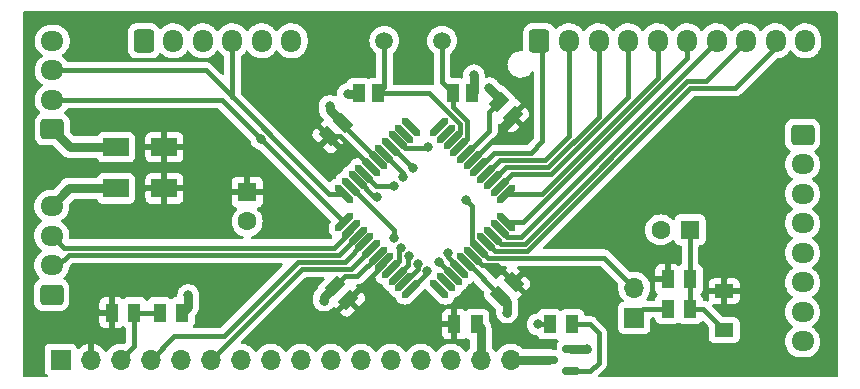
<source format=gbr>
%TF.GenerationSoftware,KiCad,Pcbnew,(6.0.5)*%
%TF.CreationDate,2022-06-13T21:30:09+05:30*%
%TF.ProjectId,pcb-dev-dsPIC30F3011,7063622d-6465-4762-9d64-735049433330,rev?*%
%TF.SameCoordinates,Original*%
%TF.FileFunction,Copper,L1,Top*%
%TF.FilePolarity,Positive*%
%FSLAX46Y46*%
G04 Gerber Fmt 4.6, Leading zero omitted, Abs format (unit mm)*
G04 Created by KiCad (PCBNEW (6.0.5)) date 2022-06-13 21:30:09*
%MOMM*%
%LPD*%
G01*
G04 APERTURE LIST*
G04 Aperture macros list*
%AMRoundRect*
0 Rectangle with rounded corners*
0 $1 Rounding radius*
0 $2 $3 $4 $5 $6 $7 $8 $9 X,Y pos of 4 corners*
0 Add a 4 corners polygon primitive as box body*
4,1,4,$2,$3,$4,$5,$6,$7,$8,$9,$2,$3,0*
0 Add four circle primitives for the rounded corners*
1,1,$1+$1,$2,$3*
1,1,$1+$1,$4,$5*
1,1,$1+$1,$6,$7*
1,1,$1+$1,$8,$9*
0 Add four rect primitives between the rounded corners*
20,1,$1+$1,$2,$3,$4,$5,0*
20,1,$1+$1,$4,$5,$6,$7,0*
20,1,$1+$1,$6,$7,$8,$9,0*
20,1,$1+$1,$8,$9,$2,$3,0*%
%AMRotRect*
0 Rectangle, with rotation*
0 The origin of the aperture is its center*
0 $1 length*
0 $2 width*
0 $3 Rotation angle, in degrees counterclockwise*
0 Add horizontal line*
21,1,$1,$2,0,0,$3*%
G04 Aperture macros list end*
%TA.AperFunction,SMDPad,CuDef*%
%ADD10R,1.100000X1.550000*%
%TD*%
%TA.AperFunction,ComponentPad*%
%ADD11C,1.500000*%
%TD*%
%TA.AperFunction,SMDPad,CuDef*%
%ADD12RoundRect,0.300000X-0.512652X-0.512653X-0.512653X-0.512652X0.512652X0.512653X0.512653X0.512652X0*%
%TD*%
%TA.AperFunction,SMDPad,CuDef*%
%ADD13RoundRect,0.300000X0.512653X-0.512652X0.512652X-0.512653X-0.512653X0.512652X-0.512652X0.512653X0*%
%TD*%
%TA.AperFunction,SMDPad,CuDef*%
%ADD14RotRect,1.060000X1.490000X225.000000*%
%TD*%
%TA.AperFunction,ComponentPad*%
%ADD15R,1.700000X1.700000*%
%TD*%
%TA.AperFunction,ComponentPad*%
%ADD16O,1.700000X1.700000*%
%TD*%
%TA.AperFunction,SMDPad,CuDef*%
%ADD17RotRect,1.060000X1.490000X45.000000*%
%TD*%
%TA.AperFunction,SMDPad,CuDef*%
%ADD18R,1.060000X1.490000*%
%TD*%
%TA.AperFunction,ComponentPad*%
%ADD19RoundRect,0.250000X-0.600000X-0.725000X0.600000X-0.725000X0.600000X0.725000X-0.600000X0.725000X0*%
%TD*%
%TA.AperFunction,ComponentPad*%
%ADD20O,1.700000X1.950000*%
%TD*%
%TA.AperFunction,SMDPad,CuDef*%
%ADD21RotRect,1.060000X1.490000X135.000000*%
%TD*%
%TA.AperFunction,SMDPad,CuDef*%
%ADD22R,2.200000X1.550000*%
%TD*%
%TA.AperFunction,ComponentPad*%
%ADD23RoundRect,0.250000X0.725000X-0.600000X0.725000X0.600000X-0.725000X0.600000X-0.725000X-0.600000X0*%
%TD*%
%TA.AperFunction,ComponentPad*%
%ADD24O,1.950000X1.700000*%
%TD*%
%TA.AperFunction,ComponentPad*%
%ADD25R,1.600000X1.600000*%
%TD*%
%TA.AperFunction,ComponentPad*%
%ADD26C,1.600000*%
%TD*%
%TA.AperFunction,SMDPad,CuDef*%
%ADD27RoundRect,0.150000X0.587500X0.150000X-0.587500X0.150000X-0.587500X-0.150000X0.587500X-0.150000X0*%
%TD*%
%TA.AperFunction,SMDPad,CuDef*%
%ADD28R,1.650000X1.150000*%
%TD*%
%TA.AperFunction,ComponentPad*%
%ADD29RoundRect,0.250000X-0.725000X0.600000X-0.725000X-0.600000X0.725000X-0.600000X0.725000X0.600000X0*%
%TD*%
%TA.AperFunction,ViaPad*%
%ADD30C,0.800000*%
%TD*%
%TA.AperFunction,Conductor*%
%ADD31C,0.400000*%
%TD*%
%TA.AperFunction,Conductor*%
%ADD32C,0.800000*%
%TD*%
G04 APERTURE END LIST*
D10*
%TO.P,R6,1*%
%TO.N,LCD_BACKLIGHT*%
X169100000Y-139000000D03*
%TO.P,R6,2*%
%TO.N,Net-(Q1-Pad1)*%
X171000000Y-139000000D03*
%TD*%
D11*
%TO.P,Y1,1,1*%
%TO.N,CLKIN*%
X160000000Y-115000000D03*
%TO.P,Y1,2,2*%
%TO.N,CLKOUT*%
X155120000Y-115000000D03*
%TD*%
D12*
%TO.P,U1,1,PGC/EMUC/U1RX/SDI1/SDA/RF2*%
%TO.N,PICkit4_PGC*%
X151713820Y-130356890D03*
%TO.P,U1,2,U2TX/CN18/RF5*%
%TO.N,UART2_TX*%
X152279506Y-130922576D03*
%TO.P,U1,3,U2RX/CN17/RF4*%
%TO.N,UART2_RX*%
X152845192Y-131488262D03*
%TO.P,U1,4,RF1*%
%TO.N,LCD_CS_RS*%
X153410876Y-132053946D03*
%TO.P,U1,5,RF0*%
%TO.N,LCD_WR_ENABLE*%
X153976562Y-132619632D03*
%TO.P,U1,6,VSS*%
%TO.N,GND*%
X154542245Y-133185315D03*
%TO.P,U1,7,VDD*%
%TO.N,+5V*%
X155107932Y-133751002D03*
%TO.P,U1,8,PWM3H/RE5*%
%TO.N,PWM3H*%
X155673618Y-134316688D03*
%TO.P,U1,9,PWM3L/RE4*%
%TO.N,PWM3L*%
X156239303Y-134882373D03*
%TO.P,U1,10,PWM2H/RE3*%
%TO.N,PWM2H*%
X156804989Y-135448059D03*
%TO.P,U1,11,PWM2L/RE2*%
%TO.N,PWM2L*%
X157370675Y-136013745D03*
D13*
%TO.P,U1,12,NC*%
%TO.N,unconnected-(U1-Pad12)*%
X159774837Y-136013745D03*
%TO.P,U1,13,NC*%
%TO.N,unconnected-(U1-Pad13)*%
X160340523Y-135448059D03*
%TO.P,U1,14,PWM1H/RE1*%
%TO.N,PWM1H*%
X160906209Y-134882373D03*
%TO.P,U1,15,PWM1L/RE0*%
%TO.N,PWM1L*%
X161471894Y-134316688D03*
%TO.P,U1,16,AVSS*%
%TO.N,GND*%
X162037580Y-133751002D03*
%TO.P,U1,17,AVDD*%
%TO.N,+5V*%
X162603265Y-133185317D03*
%TO.P,U1,18,~{MCLR}*%
%TO.N,PICkit4_MCLR*%
X163168950Y-132619632D03*
%TO.P,U1,19,EMUD3/AN0/VREF+/CN2/RB0*%
%TO.N,ADC0*%
X163734636Y-132053946D03*
%TO.P,U1,20,EMUC3/AN1/VREF-/CN3/RB1*%
%TO.N,ADC1*%
X164300320Y-131488262D03*
%TO.P,U1,21,~{SS1}/CN4RB2*%
%TO.N,ADC2*%
X164866006Y-130922576D03*
%TO.P,U1,22,AN3/INDX/CN5/RB3*%
%TO.N,ADC3*%
X165431692Y-130356890D03*
D12*
%TO.P,U1,23,AN4/QEA/IC7/CN6/RB4*%
%TO.N,ADC4*%
X165431692Y-127952728D03*
%TO.P,U1,24,AN5/QEB/IC8/CN7/RB5*%
%TO.N,ADC5*%
X164866006Y-127387042D03*
%TO.P,U1,25,AN6/OCFA/RB6*%
%TO.N,ADC6*%
X164300320Y-126821356D03*
%TO.P,U1,26,AN7/RB7*%
%TO.N,ADC7*%
X163734636Y-126255671D03*
%TO.P,U1,27,AN8/RB8*%
%TO.N,ADC8*%
X163168949Y-125689985D03*
%TO.P,U1,28,VDD*%
%TO.N,+5V*%
X162603263Y-125124298D03*
%TO.P,U1,29,VSS*%
%TO.N,GND*%
X162037579Y-124558615D03*
%TO.P,U1,30,OSC1/CLKI*%
%TO.N,CLKIN*%
X161471893Y-123992928D03*
%TO.P,U1,31,OSC2/CLKO/RC15*%
%TO.N,CLKOUT*%
X160906209Y-123427244D03*
%TO.P,U1,32,EMUD1/SOSCI/T2CK/U1ATX/CN1/RC13*%
%TO.N,unconnected-(U1-Pad32)*%
X160340523Y-122861558D03*
%TO.P,U1,33,NC*%
%TO.N,unconnected-(U1-Pad33)*%
X159774838Y-122295873D03*
D13*
%TO.P,U1,34,NC*%
%TO.N,unconnected-(U1-Pad34)*%
X157370674Y-122295873D03*
%TO.P,U1,35,EMUC1/SOSCO/T1CK/U1ARX/CN0/RC14*%
%TO.N,unconnected-(U1-Pad35)*%
X156804989Y-122861558D03*
%TO.P,U1,36,~{FLTA}/INT0RE8*%
%TO.N,FAULT*%
X156239303Y-123427244D03*
%TO.P,U1,37,EMUD2/OC2/IC2/INT2/RD1*%
%TO.N,LCD_DATA3*%
X155673619Y-123992928D03*
%TO.P,U1,38,OC4/RD3*%
%TO.N,LCD_DATA2*%
X155107933Y-124558615D03*
%TO.P,U1,39,VSS*%
%TO.N,GND*%
X154542247Y-125124300D03*
%TO.P,U1,40,VDD*%
%TO.N,+5V*%
X153976563Y-125689985D03*
%TO.P,U1,41,OC3/RD2*%
%TO.N,LCD_DATA1*%
X153410876Y-126255671D03*
%TO.P,U1,42,EMUC2/OC1/IC1/INT1/RD0*%
%TO.N,LCD_DATA0*%
X152845192Y-126821356D03*
%TO.P,U1,43,SCK1/RF6*%
%TO.N,LCD_BACKLIGHT*%
X152279506Y-127387042D03*
%TO.P,U1,44,PGD/EMUD/U1TX/SDO1/SCL/RF3*%
%TO.N,PICkit4_PGD*%
X151713820Y-127952728D03*
%TD*%
D14*
%TO.P,C7,1*%
%TO.N,+5V*%
X166072756Y-135427244D03*
%TO.P,C7,2*%
%TO.N,GND*%
X164927244Y-136572756D03*
%TD*%
D15*
%TO.P,JP1,1,A*%
%TO.N,Net-(JP1-Pad1)*%
X176275000Y-138450000D03*
D16*
%TO.P,JP1,2,B*%
%TO.N,PICkit4_MCLR*%
X176275000Y-135910000D03*
%TD*%
D17*
%TO.P,C5,1*%
%TO.N,+5V*%
X150427244Y-123072756D03*
%TO.P,C5,2*%
%TO.N,GND*%
X151572756Y-121927244D03*
%TD*%
D18*
%TO.P,C2,1*%
%TO.N,CLKOUT*%
X154572756Y-119427244D03*
%TO.P,C2,2*%
%TO.N,GND*%
X152952756Y-119427244D03*
%TD*%
%TO.P,C1,1*%
%TO.N,CLKIN*%
X160952756Y-119427244D03*
%TO.P,C1,2*%
%TO.N,GND*%
X162572756Y-119427244D03*
%TD*%
D19*
%TO.P,J4,1,Pin_1*%
%TO.N,ADC8*%
X168250000Y-115000000D03*
D20*
%TO.P,J4,2,Pin_2*%
%TO.N,ADC7*%
X170750000Y-115000000D03*
%TO.P,J4,3,Pin_3*%
%TO.N,ADC6*%
X173250000Y-115000000D03*
%TO.P,J4,4,Pin_4*%
%TO.N,ADC5*%
X175750000Y-115000000D03*
%TO.P,J4,5,Pin_5*%
%TO.N,ADC4*%
X178250000Y-115000000D03*
%TO.P,J4,6,Pin_6*%
%TO.N,ADC3*%
X180750000Y-115000000D03*
%TO.P,J4,7,Pin_7*%
%TO.N,ADC2*%
X183250000Y-115000000D03*
%TO.P,J4,8,Pin_8*%
%TO.N,ADC1*%
X185750000Y-115000000D03*
%TO.P,J4,9,Pin_9*%
%TO.N,ADC0*%
X188250000Y-115000000D03*
%TO.P,J4,10,Pin_10*%
%TO.N,GND*%
X190750000Y-115000000D03*
%TD*%
D21*
%TO.P,C8,1*%
%TO.N,+5V*%
X152072756Y-136927244D03*
%TO.P,C8,2*%
%TO.N,GND*%
X150927244Y-135781732D03*
%TD*%
%TO.P,C6,1*%
%TO.N,+5V*%
X165972756Y-121327244D03*
%TO.P,C6,2*%
%TO.N,GND*%
X164827244Y-120181732D03*
%TD*%
D10*
%TO.P,R2,1*%
%TO.N,Net-(JP1-Pad1)*%
X179100000Y-137705113D03*
%TO.P,R2,2*%
%TO.N,Net-(C3-Pad1)*%
X181000000Y-137705113D03*
%TD*%
%TO.P,R5,1*%
%TO.N,Net-(J5-Pad3)*%
X133950000Y-138000000D03*
%TO.P,R5,2*%
%TO.N,+5V*%
X132050000Y-138000000D03*
%TD*%
%TO.P,R4,1*%
%TO.N,GND*%
X138000000Y-138000000D03*
%TO.P,R4,2*%
%TO.N,Net-(J5-Pad3)*%
X136100000Y-138000000D03*
%TD*%
D22*
%TO.P,D2,1,K*%
%TO.N,+5V*%
X136500000Y-127500000D03*
%TO.P,D2,2,A*%
%TO.N,UART2_+5V*%
X132400000Y-127500000D03*
%TD*%
D23*
%TO.P,J2,1,Pin_1*%
%TO.N,UART1_+5V*%
X127000000Y-122500000D03*
D24*
%TO.P,J2,2,Pin_2*%
%TO.N,PICkit4_PGC*%
X127000000Y-120000000D03*
%TO.P,J2,3,Pin_3*%
%TO.N,PICkit4_PGD*%
X127000000Y-117500000D03*
%TO.P,J2,4,Pin_4*%
%TO.N,GND*%
X127000000Y-115000000D03*
%TD*%
D19*
%TO.P,J1,1,~{MCLR}/VPP*%
%TO.N,PICkit4_MCLR*%
X134750000Y-115000000D03*
D20*
%TO.P,J1,2,VDD*%
%TO.N,PICkit4_VDD*%
X137250000Y-115000000D03*
%TO.P,J1,3,VSS*%
%TO.N,GND*%
X139750000Y-115000000D03*
%TO.P,J1,4,PGD/ICSPDAT*%
%TO.N,PICkit4_PGD*%
X142250000Y-115000000D03*
%TO.P,J1,5,PGC/ICSPCLK*%
%TO.N,PICkit4_PGC*%
X144750000Y-115000000D03*
%TO.P,J1,6,PGM/LVP*%
%TO.N,unconnected-(J1-Pad6)*%
X147250000Y-115000000D03*
%TD*%
D25*
%TO.P,C4,1*%
%TO.N,+5V*%
X143500000Y-127794888D03*
D26*
%TO.P,C4,2*%
%TO.N,GND*%
X143500000Y-130294888D03*
%TD*%
D27*
%TO.P,Q1,1,B*%
%TO.N,Net-(Q1-Pad1)*%
X170937500Y-142950000D03*
%TO.P,Q1,2,E*%
%TO.N,GND*%
X170937500Y-141050000D03*
%TO.P,Q1,3,C*%
%TO.N,Net-(J5-Pad16)*%
X169062500Y-142000000D03*
%TD*%
D28*
%TO.P,D3,1,K*%
%TO.N,+5V*%
X183900000Y-136200000D03*
%TO.P,D3,2,A*%
%TO.N,Net-(C3-Pad1)*%
X183900000Y-139500000D03*
%TD*%
D22*
%TO.P,D1,1,K*%
%TO.N,+5V*%
X136500000Y-124000000D03*
%TO.P,D1,2,A*%
%TO.N,UART1_+5V*%
X132400000Y-124000000D03*
%TD*%
D29*
%TO.P,J6,1,Pin_1*%
%TO.N,FAULT*%
X190525000Y-122950000D03*
D24*
%TO.P,J6,2,Pin_2*%
%TO.N,PWM1L*%
X190525000Y-125450000D03*
%TO.P,J6,3,Pin_3*%
%TO.N,PWM1H*%
X190525000Y-127950000D03*
%TO.P,J6,4,Pin_4*%
%TO.N,PWM2L*%
X190525000Y-130450000D03*
%TO.P,J6,5,Pin_5*%
%TO.N,PWM2H*%
X190525000Y-132950000D03*
%TO.P,J6,6,Pin_6*%
%TO.N,PWM3L*%
X190525000Y-135450000D03*
%TO.P,J6,7,Pin_7*%
%TO.N,PWM3H*%
X190525000Y-137950000D03*
%TO.P,J6,8,Pin_8*%
%TO.N,GND*%
X190525000Y-140450000D03*
%TD*%
D10*
%TO.P,R1,1*%
%TO.N,+5V*%
X179100000Y-135205113D03*
%TO.P,R1,2*%
%TO.N,Net-(C3-Pad1)*%
X181000000Y-135205113D03*
%TD*%
D23*
%TO.P,J3,1,Pin_1*%
%TO.N,GND*%
X126950000Y-136500000D03*
D24*
%TO.P,J3,2,Pin_2*%
%TO.N,UART2_RX*%
X126950000Y-134000000D03*
%TO.P,J3,3,Pin_3*%
%TO.N,UART2_TX*%
X126950000Y-131500000D03*
%TO.P,J3,4,Pin_4*%
%TO.N,UART2_+5V*%
X126950000Y-129000000D03*
%TD*%
D10*
%TO.P,R3,1*%
%TO.N,+5V*%
X161050000Y-139000000D03*
%TO.P,R3,2*%
%TO.N,Net-(J5-Pad15)*%
X162950000Y-139000000D03*
%TD*%
D25*
%TO.P,C3,1*%
%TO.N,Net-(C3-Pad1)*%
X181000000Y-131000000D03*
D26*
%TO.P,C3,2*%
%TO.N,GND*%
X178500000Y-131000000D03*
%TD*%
D15*
%TO.P,J5,1,Pin_1*%
%TO.N,GND*%
X127720000Y-142000000D03*
D16*
%TO.P,J5,2,Pin_2*%
%TO.N,+5V*%
X130260000Y-142000000D03*
%TO.P,J5,3,Pin_3*%
%TO.N,Net-(J5-Pad3)*%
X132800000Y-142000000D03*
%TO.P,J5,4,Pin_4*%
%TO.N,LCD_CS_RS*%
X135340000Y-142000000D03*
%TO.P,J5,5,Pin_5*%
%TO.N,GND*%
X137880000Y-142000000D03*
%TO.P,J5,6,Pin_6*%
%TO.N,LCD_WR_ENABLE*%
X140420000Y-142000000D03*
%TO.P,J5,7,Pin_7*%
%TO.N,GND*%
X142960000Y-142000000D03*
%TO.P,J5,8,Pin_8*%
X145500000Y-142000000D03*
%TO.P,J5,9,Pin_9*%
X148040000Y-142000000D03*
%TO.P,J5,10,Pin_10*%
X150580000Y-142000000D03*
%TO.P,J5,11,Pin_11*%
%TO.N,LCD_DATA0*%
X153120000Y-142000000D03*
%TO.P,J5,12,Pin_12*%
%TO.N,LCD_DATA1*%
X155660000Y-142000000D03*
%TO.P,J5,13,Pin_13*%
%TO.N,LCD_DATA2*%
X158200000Y-142000000D03*
%TO.P,J5,14,Pin_14*%
%TO.N,LCD_DATA3*%
X160740000Y-142000000D03*
%TO.P,J5,15,Pin_15*%
%TO.N,Net-(J5-Pad15)*%
X163280000Y-142000000D03*
%TO.P,J5,16,Pin_16*%
%TO.N,Net-(J5-Pad16)*%
X165820000Y-142000000D03*
%TD*%
D30*
%TO.N,GND*%
X165500000Y-138000000D03*
X138500000Y-136500000D03*
X152000000Y-119500000D03*
X172250000Y-141100000D03*
X150000000Y-137000000D03*
X162700000Y-117900000D03*
X150500000Y-120500000D03*
X164000000Y-119000000D03*
%TO.N,PICkit4_MCLR*%
X162000000Y-128500000D03*
%TO.N,PICkit4_PGC*%
X144678465Y-123321535D03*
%TO.N,LCD_DATA0*%
X154500000Y-128250000D03*
%TO.N,LCD_DATA1*%
X155901000Y-127250000D03*
%TO.N,LCD_DATA2*%
X156700500Y-126500000D03*
%TO.N,LCD_DATA3*%
X157500000Y-125750000D03*
%TO.N,PWM1L*%
X160488996Y-132988996D03*
%TO.N,PWM1H*%
X159750000Y-133701977D03*
%TO.N,PWM2L*%
X158750000Y-134501477D03*
%TO.N,PWM2H*%
X157933711Y-133924695D03*
%TO.N,PWM3L*%
X157222281Y-133222647D03*
%TO.N,PWM3H*%
X156500000Y-132500000D03*
%TO.N,FAULT*%
X158800000Y-124000000D03*
%TO.N,LCD_BACKLIGHT*%
X155900000Y-131700000D03*
X168100000Y-139000000D03*
%TD*%
D31*
%TO.N,CLKIN*%
X160000000Y-115000000D02*
X160000000Y-118474488D01*
X160952756Y-120611380D02*
X160952756Y-119427244D01*
X162152205Y-121810829D02*
X160952756Y-120611380D01*
X161471893Y-123992928D02*
X162152205Y-123312616D01*
X162152205Y-123312616D02*
X162152205Y-121810829D01*
X160000000Y-118474488D02*
X160952756Y-119427244D01*
%TO.N,GND*%
X154542247Y-125124300D02*
X151572756Y-122154809D01*
D32*
X150500000Y-120854488D02*
X151572756Y-121927244D01*
D31*
X151810932Y-134898044D02*
X150927244Y-135781732D01*
X162037579Y-124558615D02*
X164000000Y-122596194D01*
X162037580Y-133751002D02*
X162105490Y-133751002D01*
D32*
X150500000Y-120500000D02*
X150500000Y-120854488D01*
D31*
X164000000Y-122596194D02*
X164000000Y-121008976D01*
X164000000Y-121008976D02*
X164827244Y-120181732D01*
D32*
X165500000Y-138000000D02*
X165500000Y-137145512D01*
X162700000Y-117900000D02*
X162700000Y-119300000D01*
X172200000Y-141050000D02*
X172250000Y-141100000D01*
D31*
X152829516Y-134898044D02*
X151810932Y-134898044D01*
D32*
X150000000Y-136708976D02*
X150927244Y-135781732D01*
D31*
X162105490Y-133751002D02*
X164927244Y-136572756D01*
D32*
X162700000Y-119300000D02*
X162572756Y-119427244D01*
X170937500Y-141050000D02*
X172200000Y-141050000D01*
X165500000Y-137145512D02*
X164927244Y-136572756D01*
X164827244Y-119827244D02*
X164000000Y-119000000D01*
X152880000Y-119500000D02*
X152952756Y-119427244D01*
X138500000Y-137500000D02*
X138000000Y-138000000D01*
D31*
X154542245Y-133185315D02*
X152829516Y-134898044D01*
D32*
X138500000Y-136500000D02*
X138500000Y-137500000D01*
X164827244Y-120181732D02*
X164827244Y-119827244D01*
D31*
X151572756Y-122154809D02*
X151572756Y-121927244D01*
D32*
X152000000Y-119500000D02*
X152880000Y-119500000D01*
X150000000Y-137000000D02*
X150000000Y-136708976D01*
D31*
%TO.N,CLKOUT*%
X161552695Y-122059155D02*
X158920784Y-119427244D01*
X155120000Y-118880000D02*
X154572756Y-119427244D01*
X161552695Y-122780758D02*
X161552695Y-122059155D01*
X160906209Y-123427244D02*
X161552695Y-122780758D01*
X155120000Y-115000000D02*
X155120000Y-118880000D01*
X158920784Y-119427244D02*
X154572756Y-119427244D01*
%TO.N,Net-(C3-Pad1)*%
X181000000Y-135205113D02*
X181000000Y-131000000D01*
X181000000Y-137705113D02*
X182105113Y-137705113D01*
X181000000Y-135205113D02*
X181000000Y-137705113D01*
X182105113Y-137705113D02*
X183900000Y-139500000D01*
%TO.N,+5V*%
X164612627Y-133967115D02*
X166072756Y-135427244D01*
X155107932Y-133751002D02*
X155107932Y-133892068D01*
X162603265Y-133185317D02*
X163385063Y-133967115D01*
X162603263Y-125124298D02*
X165972756Y-121754805D01*
X163385063Y-133967115D02*
X164612627Y-133967115D01*
X155107932Y-133892068D02*
X152072756Y-136927244D01*
X151359334Y-123072756D02*
X150427244Y-123072756D01*
X153976563Y-125689985D02*
X151359334Y-123072756D01*
X165972756Y-121754805D02*
X165972756Y-121327244D01*
D32*
%TO.N,UART1_+5V*%
X128500000Y-124000000D02*
X127000000Y-122500000D01*
X132400000Y-124000000D02*
X128500000Y-124000000D01*
%TO.N,UART2_+5V*%
X132400000Y-127500000D02*
X128450000Y-127500000D01*
X128450000Y-127500000D02*
X126950000Y-129000000D01*
D31*
%TO.N,PICkit4_MCLR*%
X173732604Y-133367604D02*
X176275000Y-135910000D01*
X162522464Y-129022464D02*
X162000000Y-128500000D01*
X163168950Y-132619632D02*
X163916922Y-133367604D01*
X163168950Y-132619632D02*
X162522464Y-131973146D01*
X163916922Y-133367604D02*
X173732604Y-133367604D01*
X162522464Y-131973146D02*
X162522464Y-129022464D01*
%TO.N,PICkit4_PGD*%
X140000000Y-117500000D02*
X150452728Y-127952728D01*
X142250000Y-115000000D02*
X142250000Y-119750000D01*
X140000000Y-117500000D02*
X127000000Y-117500000D01*
X151713820Y-127952728D02*
X150452728Y-127952728D01*
%TO.N,PICkit4_PGC*%
X141356930Y-120000000D02*
X127000000Y-120000000D01*
X141356930Y-120000000D02*
X144678465Y-123321535D01*
X144678465Y-123321535D02*
X151713820Y-130356890D01*
%TO.N,UART2_RX*%
X151233943Y-133099511D02*
X128400489Y-133099511D01*
X152845192Y-131488262D02*
X151233943Y-133099511D01*
X128400489Y-133099511D02*
X127500000Y-134000000D01*
X127500000Y-134000000D02*
X126950000Y-134000000D01*
%TO.N,UART2_TX*%
X150844183Y-132500000D02*
X127950000Y-132500000D01*
X152279506Y-130922576D02*
X152279506Y-131064677D01*
X127950000Y-132500000D02*
X126950000Y-131500000D01*
X152279506Y-131064677D02*
X150844183Y-132500000D01*
%TO.N,ADC0*%
X164448783Y-132768093D02*
X167231907Y-132768093D01*
X167231907Y-132768093D02*
X181000000Y-119000000D01*
X188250000Y-115550000D02*
X188250000Y-115000000D01*
X163734636Y-132053946D02*
X164448783Y-132768093D01*
X181000000Y-119000000D02*
X184800000Y-119000000D01*
X184800000Y-119000000D02*
X188250000Y-115550000D01*
%TO.N,ADC1*%
X182349511Y-118400489D02*
X185750000Y-115000000D01*
X166983591Y-132168573D02*
X180751675Y-118400489D01*
X164300320Y-131488262D02*
X164980631Y-132168573D01*
X164980631Y-132168573D02*
X166983591Y-132168573D01*
X180751675Y-118400489D02*
X182349511Y-118400489D01*
%TO.N,ADC2*%
X166680938Y-131569062D02*
X183250000Y-115000000D01*
X164866006Y-130922576D02*
X165512492Y-131569062D01*
X165512492Y-131569062D02*
X166680938Y-131569062D01*
%TO.N,ADC3*%
X180750000Y-116489180D02*
X180750000Y-115000000D01*
X165431692Y-130356890D02*
X166882290Y-130356890D01*
X166882290Y-130356890D02*
X180750000Y-116489180D01*
%TO.N,ADC4*%
X165431692Y-127952728D02*
X168438616Y-127952728D01*
X178250000Y-118141344D02*
X178250000Y-115000000D01*
X168438616Y-127952728D02*
X178250000Y-118141344D01*
%TO.N,ADC5*%
X165954517Y-126298531D02*
X169244977Y-126298531D01*
X175750000Y-119793508D02*
X175750000Y-115000000D01*
X169244977Y-126298531D02*
X175750000Y-119793508D01*
X164866006Y-127387042D02*
X165954517Y-126298531D01*
%TO.N,ADC6*%
X164300320Y-126821356D02*
X165422655Y-125699021D01*
X168996651Y-125699021D02*
X173250000Y-121445672D01*
X165422655Y-125699021D02*
X168996651Y-125699021D01*
X173250000Y-121445672D02*
X173250000Y-115000000D01*
%TO.N,ADC7*%
X163734636Y-126255671D02*
X164890796Y-125099511D01*
X170750000Y-123097836D02*
X170750000Y-115000000D01*
X168748325Y-125099511D02*
X170750000Y-123097836D01*
X164890796Y-125099511D02*
X168748325Y-125099511D01*
%TO.N,ADC8*%
X168500000Y-115250000D02*
X168500000Y-123500000D01*
X167500000Y-124500000D02*
X168500000Y-123500000D01*
X164358934Y-124500000D02*
X167500000Y-124500000D01*
X163168949Y-125689985D02*
X164358934Y-124500000D01*
X168250000Y-115000000D02*
X168500000Y-115250000D01*
%TO.N,Net-(J5-Pad3)*%
X133950000Y-140850000D02*
X132800000Y-142000000D01*
X133950000Y-138000000D02*
X133950000Y-140850000D01*
X133950000Y-138000000D02*
X136100000Y-138000000D01*
%TO.N,LCD_CS_RS*%
X153410876Y-132053946D02*
X151765801Y-133699021D01*
X151765801Y-133699021D02*
X147800979Y-133699021D01*
X137340000Y-140000000D02*
X135340000Y-142000000D01*
X141500000Y-140000000D02*
X137340000Y-140000000D01*
X147800979Y-133699021D02*
X141500000Y-140000000D01*
%TO.N,LCD_WR_ENABLE*%
X148121468Y-134298532D02*
X152297662Y-134298532D01*
X140420000Y-142000000D02*
X148121468Y-134298532D01*
X152297662Y-134298532D02*
X153976562Y-132619632D01*
%TO.N,LCD_DATA0*%
X154273836Y-128250000D02*
X154500000Y-128250000D01*
X152845192Y-126821356D02*
X154273836Y-128250000D01*
%TO.N,LCD_DATA1*%
X154405205Y-127250000D02*
X155901000Y-127250000D01*
X153410876Y-126255671D02*
X154405205Y-127250000D01*
%TO.N,LCD_DATA2*%
X155107933Y-124558615D02*
X156700500Y-126151182D01*
X156700500Y-126151182D02*
X156700500Y-126500000D01*
%TO.N,LCD_DATA3*%
X155673619Y-123992928D02*
X155742928Y-123992928D01*
X155742928Y-123992928D02*
X157500000Y-125750000D01*
D32*
%TO.N,Net-(J5-Pad15)*%
X163280000Y-142000000D02*
X163280000Y-139330000D01*
X163280000Y-139330000D02*
X162950000Y-139000000D01*
%TO.N,Net-(J5-Pad16)*%
X169062500Y-142000000D02*
X165820000Y-142000000D01*
D31*
%TO.N,PWM1L*%
X161471894Y-134316688D02*
X160488996Y-133333790D01*
X160488996Y-133333790D02*
X160488996Y-132988996D01*
%TO.N,PWM1H*%
X160906209Y-134882373D02*
X159750000Y-133726164D01*
X159750000Y-133726164D02*
X159750000Y-133701977D01*
%TO.N,PWM2L*%
X157370675Y-136013745D02*
X158750000Y-134634420D01*
X158750000Y-134634420D02*
X158750000Y-134501477D01*
%TO.N,PWM2H*%
X156804989Y-135448059D02*
X157933711Y-134319337D01*
X157933711Y-134319337D02*
X157933711Y-133924695D01*
%TO.N,PWM3L*%
X157134210Y-133310718D02*
X157222281Y-133222647D01*
X156239303Y-134882373D02*
X157134210Y-133987466D01*
X157134210Y-133987466D02*
X157134210Y-133310718D01*
%TO.N,PWM3H*%
X156320104Y-132679896D02*
X156500000Y-132500000D01*
X156320104Y-133670202D02*
X156320104Y-132679896D01*
X155673618Y-134316688D02*
X156320104Y-133670202D01*
%TO.N,FAULT*%
X156885788Y-124073729D02*
X158726271Y-124073729D01*
X158726271Y-124073729D02*
X158800000Y-124000000D01*
X156239303Y-123427244D02*
X156885788Y-124073729D01*
%TO.N,Net-(JP1-Pad1)*%
X179100000Y-137705113D02*
X177019887Y-137705113D01*
X177019887Y-137705113D02*
X176275000Y-138450000D01*
%TO.N,Net-(Q1-Pad1)*%
X173250000Y-142250000D02*
X172550000Y-142950000D01*
X172550000Y-142950000D02*
X170937500Y-142950000D01*
X172500000Y-139000000D02*
X173250000Y-139750000D01*
X173250000Y-139750000D02*
X173250000Y-142250000D01*
X171000000Y-139000000D02*
X172500000Y-139000000D01*
%TO.N,LCD_BACKLIGHT*%
X169100000Y-139000000D02*
X168100000Y-139000000D01*
X155900000Y-131007536D02*
X155900000Y-131700000D01*
X152279506Y-127387042D02*
X155900000Y-131007536D01*
%TD*%
%TA.AperFunction,Conductor*%
%TO.N,+5V*%
G36*
X193433621Y-112528502D02*
G01*
X193480114Y-112582158D01*
X193491500Y-112634500D01*
X193491500Y-143365500D01*
X193471498Y-143433621D01*
X193417842Y-143480114D01*
X193365500Y-143491500D01*
X173314661Y-143491500D01*
X173246540Y-143471498D01*
X173200047Y-143417842D01*
X173189943Y-143347568D01*
X173219437Y-143282988D01*
X173225566Y-143276404D01*
X173405266Y-143096705D01*
X173730536Y-142771435D01*
X173736801Y-142765582D01*
X173774664Y-142732552D01*
X173774665Y-142732551D01*
X173780385Y-142727561D01*
X173817136Y-142675271D01*
X173821028Y-142670029D01*
X173860476Y-142619718D01*
X173863600Y-142612799D01*
X173864988Y-142610507D01*
X173873357Y-142595835D01*
X173874622Y-142593475D01*
X173878990Y-142587261D01*
X173902203Y-142527723D01*
X173904759Y-142521642D01*
X173913714Y-142501811D01*
X173931045Y-142463427D01*
X173932430Y-142455954D01*
X173933234Y-142453388D01*
X173937855Y-142437165D01*
X173938520Y-142434573D01*
X173941282Y-142427491D01*
X173949622Y-142364139D01*
X173950654Y-142357623D01*
X173960911Y-142302281D01*
X173962295Y-142294814D01*
X173958709Y-142232620D01*
X173958500Y-142225367D01*
X173958500Y-139778912D01*
X173958792Y-139770342D01*
X173962209Y-139720224D01*
X173962209Y-139720220D01*
X173962725Y-139712648D01*
X173951738Y-139649697D01*
X173950776Y-139643175D01*
X173944014Y-139587298D01*
X173943102Y-139579758D01*
X173940419Y-139572657D01*
X173939778Y-139570048D01*
X173935315Y-139553738D01*
X173934549Y-139551202D01*
X173933243Y-139543716D01*
X173927761Y-139531226D01*
X173907557Y-139485202D01*
X173905064Y-139479093D01*
X173885173Y-139426452D01*
X173885172Y-139426451D01*
X173882487Y-139419344D01*
X173878183Y-139413081D01*
X173876946Y-139410715D01*
X173868701Y-139395903D01*
X173867368Y-139393649D01*
X173864315Y-139386695D01*
X173825413Y-139335998D01*
X173821541Y-139330668D01*
X173789661Y-139284280D01*
X173789656Y-139284275D01*
X173785357Y-139278019D01*
X173778731Y-139272115D01*
X173738830Y-139236565D01*
X173733554Y-139231584D01*
X173021450Y-138519480D01*
X173015596Y-138513215D01*
X172992963Y-138487271D01*
X172977561Y-138469615D01*
X172925280Y-138432871D01*
X172919986Y-138428939D01*
X172911649Y-138422402D01*
X172869718Y-138389524D01*
X172862802Y-138386401D01*
X172860516Y-138385017D01*
X172845835Y-138376643D01*
X172843475Y-138375378D01*
X172837261Y-138371010D01*
X172830182Y-138368250D01*
X172830180Y-138368249D01*
X172777725Y-138347798D01*
X172771656Y-138345247D01*
X172713427Y-138318955D01*
X172705960Y-138317571D01*
X172703405Y-138316770D01*
X172687152Y-138312141D01*
X172684572Y-138311478D01*
X172677491Y-138308718D01*
X172669960Y-138307727D01*
X172669958Y-138307726D01*
X172640339Y-138303827D01*
X172614139Y-138300378D01*
X172607641Y-138299348D01*
X172544814Y-138287704D01*
X172537234Y-138288141D01*
X172537233Y-138288141D01*
X172482608Y-138291291D01*
X172475354Y-138291500D01*
X172183884Y-138291500D01*
X172115763Y-138271498D01*
X172069270Y-138217842D01*
X172059174Y-138176793D01*
X172058500Y-138176866D01*
X172058131Y-138173469D01*
X172051745Y-138114684D01*
X172000615Y-137978295D01*
X171913261Y-137861739D01*
X171796705Y-137774385D01*
X171660316Y-137723255D01*
X171598134Y-137716500D01*
X170401866Y-137716500D01*
X170339684Y-137723255D01*
X170203295Y-137774385D01*
X170196110Y-137779770D01*
X170196108Y-137779771D01*
X170125565Y-137832640D01*
X170059058Y-137857488D01*
X169989676Y-137842435D01*
X169974435Y-137832640D01*
X169903892Y-137779771D01*
X169903890Y-137779770D01*
X169896705Y-137774385D01*
X169760316Y-137723255D01*
X169698134Y-137716500D01*
X168501866Y-137716500D01*
X168439684Y-137723255D01*
X168303295Y-137774385D01*
X168186739Y-137861739D01*
X168099385Y-137978295D01*
X168096233Y-137986703D01*
X168085726Y-138014730D01*
X168043084Y-138071494D01*
X167993941Y-138093747D01*
X167951750Y-138102715D01*
X167817712Y-138131206D01*
X167811682Y-138133891D01*
X167811681Y-138133891D01*
X167649278Y-138206197D01*
X167649276Y-138206198D01*
X167643248Y-138208882D01*
X167637907Y-138212762D01*
X167637906Y-138212763D01*
X167628499Y-138219598D01*
X167488747Y-138321134D01*
X167484326Y-138326044D01*
X167484325Y-138326045D01*
X167395227Y-138424999D01*
X167360960Y-138463056D01*
X167265473Y-138628444D01*
X167206458Y-138810072D01*
X167205768Y-138816633D01*
X167205768Y-138816635D01*
X167198550Y-138885316D01*
X167186496Y-139000000D01*
X167187186Y-139006565D01*
X167205490Y-139180715D01*
X167206458Y-139189928D01*
X167265473Y-139371556D01*
X167268776Y-139377278D01*
X167268777Y-139377279D01*
X167288486Y-139411416D01*
X167360960Y-139536944D01*
X167365378Y-139541851D01*
X167365379Y-139541852D01*
X167376081Y-139553738D01*
X167488747Y-139678866D01*
X167643248Y-139791118D01*
X167649276Y-139793802D01*
X167649278Y-139793803D01*
X167811681Y-139866109D01*
X167817712Y-139868794D01*
X167929729Y-139892604D01*
X167993941Y-139906253D01*
X168056415Y-139939982D01*
X168085726Y-139985270D01*
X168099385Y-140021705D01*
X168186739Y-140138261D01*
X168303295Y-140225615D01*
X168439684Y-140276745D01*
X168501866Y-140283500D01*
X169698134Y-140283500D01*
X169702746Y-140282999D01*
X169721166Y-140280998D01*
X169791049Y-140293526D01*
X169843065Y-140341847D01*
X169860699Y-140410619D01*
X169834334Y-140483487D01*
X169831156Y-140487584D01*
X169825547Y-140493193D01*
X169740855Y-140636399D01*
X169738644Y-140644010D01*
X169738643Y-140644012D01*
X169730171Y-140673173D01*
X169694438Y-140796169D01*
X169691500Y-140833498D01*
X169691500Y-141065500D01*
X169671498Y-141133621D01*
X169617842Y-141180114D01*
X169565500Y-141191500D01*
X169512897Y-141191500D01*
X169449898Y-141174620D01*
X169434056Y-141165473D01*
X169252428Y-141106458D01*
X169245867Y-141105768D01*
X169245865Y-141105768D01*
X169192611Y-141100171D01*
X169110110Y-141091500D01*
X166885856Y-141091500D01*
X166817735Y-141071498D01*
X166792662Y-141050299D01*
X166753148Y-141006873D01*
X166753145Y-141006870D01*
X166749670Y-141003051D01*
X166661454Y-140933382D01*
X166578414Y-140867800D01*
X166578410Y-140867798D01*
X166574359Y-140864598D01*
X166538028Y-140844542D01*
X166462011Y-140802579D01*
X166378789Y-140756638D01*
X166373920Y-140754914D01*
X166373916Y-140754912D01*
X166173087Y-140683795D01*
X166173083Y-140683794D01*
X166168212Y-140682069D01*
X166163119Y-140681162D01*
X166163116Y-140681161D01*
X165953373Y-140643800D01*
X165953367Y-140643799D01*
X165948284Y-140642894D01*
X165874452Y-140641992D01*
X165730081Y-140640228D01*
X165730079Y-140640228D01*
X165724911Y-140640165D01*
X165504091Y-140673955D01*
X165291756Y-140743357D01*
X165093607Y-140846507D01*
X165089474Y-140849610D01*
X165089471Y-140849612D01*
X164919100Y-140977530D01*
X164914965Y-140980635D01*
X164760629Y-141142138D01*
X164653201Y-141299621D01*
X164598293Y-141344621D01*
X164527768Y-141352792D01*
X164464021Y-141321538D01*
X164443324Y-141297054D01*
X164362822Y-141172617D01*
X164362820Y-141172614D01*
X164360014Y-141168277D01*
X164355852Y-141163703D01*
X164221307Y-141015839D01*
X164190255Y-140951993D01*
X164188500Y-140931039D01*
X164188500Y-139411416D01*
X164190051Y-139391704D01*
X164190845Y-139386695D01*
X164192252Y-139377809D01*
X164191713Y-139367513D01*
X164188673Y-139309519D01*
X164188500Y-139302925D01*
X164188500Y-139282390D01*
X164188027Y-139277888D01*
X164186353Y-139261957D01*
X164185836Y-139255384D01*
X164182603Y-139193696D01*
X164182603Y-139193695D01*
X164182257Y-139187096D01*
X164178616Y-139173508D01*
X164175012Y-139154061D01*
X164174233Y-139146644D01*
X164174232Y-139146640D01*
X164173542Y-139140072D01*
X164152402Y-139075009D01*
X164150529Y-139068685D01*
X164134539Y-139009010D01*
X164134538Y-139009006D01*
X164132829Y-139002630D01*
X164126440Y-138990092D01*
X164118875Y-138971826D01*
X164116569Y-138964728D01*
X164116568Y-138964726D01*
X164114527Y-138958444D01*
X164080335Y-138899220D01*
X164077188Y-138893426D01*
X164049127Y-138838352D01*
X164049125Y-138838349D01*
X164046129Y-138832469D01*
X164037267Y-138821526D01*
X164026080Y-138805251D01*
X164025382Y-138804041D01*
X164008500Y-138741040D01*
X164008500Y-138176866D01*
X164001745Y-138114684D01*
X163950615Y-137978295D01*
X163863261Y-137861739D01*
X163746705Y-137774385D01*
X163610316Y-137723255D01*
X163548134Y-137716500D01*
X162351866Y-137716500D01*
X162289684Y-137723255D01*
X162153295Y-137774385D01*
X162130392Y-137791550D01*
X162075148Y-137832953D01*
X162008642Y-137857801D01*
X161939259Y-137842748D01*
X161924018Y-137832953D01*
X161853648Y-137780214D01*
X161838054Y-137771676D01*
X161717606Y-137726522D01*
X161702351Y-137722895D01*
X161651486Y-137717369D01*
X161644672Y-137717000D01*
X161322115Y-137717000D01*
X161306876Y-137721475D01*
X161305671Y-137722865D01*
X161304000Y-137730548D01*
X161304000Y-140264884D01*
X161308475Y-140280123D01*
X161309865Y-140281328D01*
X161317548Y-140282999D01*
X161644669Y-140282999D01*
X161651490Y-140282629D01*
X161702352Y-140277105D01*
X161717604Y-140273479D01*
X161838054Y-140228324D01*
X161853648Y-140219786D01*
X161924018Y-140167047D01*
X161990524Y-140142199D01*
X162059907Y-140157252D01*
X162075148Y-140167047D01*
X162153295Y-140225615D01*
X162161703Y-140228767D01*
X162289684Y-140276745D01*
X162288458Y-140280016D01*
X162336405Y-140307490D01*
X162369144Y-140370487D01*
X162371500Y-140394738D01*
X162371500Y-140933737D01*
X162351498Y-141001858D01*
X162336594Y-141020788D01*
X162255849Y-141105283D01*
X162220629Y-141142138D01*
X162113201Y-141299621D01*
X162058293Y-141344621D01*
X161987768Y-141352792D01*
X161924021Y-141321538D01*
X161903324Y-141297054D01*
X161822822Y-141172617D01*
X161822820Y-141172614D01*
X161820014Y-141168277D01*
X161669670Y-141003051D01*
X161665619Y-140999852D01*
X161665615Y-140999848D01*
X161498414Y-140867800D01*
X161498410Y-140867798D01*
X161494359Y-140864598D01*
X161458028Y-140844542D01*
X161382011Y-140802579D01*
X161298789Y-140756638D01*
X161293920Y-140754914D01*
X161293916Y-140754912D01*
X161093087Y-140683795D01*
X161093083Y-140683794D01*
X161088212Y-140682069D01*
X161083119Y-140681162D01*
X161083116Y-140681161D01*
X160873373Y-140643800D01*
X160873367Y-140643799D01*
X160868284Y-140642894D01*
X160794452Y-140641992D01*
X160650081Y-140640228D01*
X160650079Y-140640228D01*
X160644911Y-140640165D01*
X160424091Y-140673955D01*
X160211756Y-140743357D01*
X160013607Y-140846507D01*
X160009474Y-140849610D01*
X160009471Y-140849612D01*
X159839100Y-140977530D01*
X159834965Y-140980635D01*
X159680629Y-141142138D01*
X159573201Y-141299621D01*
X159518293Y-141344621D01*
X159447768Y-141352792D01*
X159384021Y-141321538D01*
X159363324Y-141297054D01*
X159282822Y-141172617D01*
X159282820Y-141172614D01*
X159280014Y-141168277D01*
X159129670Y-141003051D01*
X159125619Y-140999852D01*
X159125615Y-140999848D01*
X158958414Y-140867800D01*
X158958410Y-140867798D01*
X158954359Y-140864598D01*
X158918028Y-140844542D01*
X158842011Y-140802579D01*
X158758789Y-140756638D01*
X158753920Y-140754914D01*
X158753916Y-140754912D01*
X158553087Y-140683795D01*
X158553083Y-140683794D01*
X158548212Y-140682069D01*
X158543119Y-140681162D01*
X158543116Y-140681161D01*
X158333373Y-140643800D01*
X158333367Y-140643799D01*
X158328284Y-140642894D01*
X158254452Y-140641992D01*
X158110081Y-140640228D01*
X158110079Y-140640228D01*
X158104911Y-140640165D01*
X157884091Y-140673955D01*
X157671756Y-140743357D01*
X157473607Y-140846507D01*
X157469474Y-140849610D01*
X157469471Y-140849612D01*
X157299100Y-140977530D01*
X157294965Y-140980635D01*
X157140629Y-141142138D01*
X157033201Y-141299621D01*
X156978293Y-141344621D01*
X156907768Y-141352792D01*
X156844021Y-141321538D01*
X156823324Y-141297054D01*
X156742822Y-141172617D01*
X156742820Y-141172614D01*
X156740014Y-141168277D01*
X156589670Y-141003051D01*
X156585619Y-140999852D01*
X156585615Y-140999848D01*
X156418414Y-140867800D01*
X156418410Y-140867798D01*
X156414359Y-140864598D01*
X156378028Y-140844542D01*
X156302011Y-140802579D01*
X156218789Y-140756638D01*
X156213920Y-140754914D01*
X156213916Y-140754912D01*
X156013087Y-140683795D01*
X156013083Y-140683794D01*
X156008212Y-140682069D01*
X156003119Y-140681162D01*
X156003116Y-140681161D01*
X155793373Y-140643800D01*
X155793367Y-140643799D01*
X155788284Y-140642894D01*
X155714452Y-140641992D01*
X155570081Y-140640228D01*
X155570079Y-140640228D01*
X155564911Y-140640165D01*
X155344091Y-140673955D01*
X155131756Y-140743357D01*
X154933607Y-140846507D01*
X154929474Y-140849610D01*
X154929471Y-140849612D01*
X154759100Y-140977530D01*
X154754965Y-140980635D01*
X154600629Y-141142138D01*
X154493201Y-141299621D01*
X154438293Y-141344621D01*
X154367768Y-141352792D01*
X154304021Y-141321538D01*
X154283324Y-141297054D01*
X154202822Y-141172617D01*
X154202820Y-141172614D01*
X154200014Y-141168277D01*
X154049670Y-141003051D01*
X154045619Y-140999852D01*
X154045615Y-140999848D01*
X153878414Y-140867800D01*
X153878410Y-140867798D01*
X153874359Y-140864598D01*
X153838028Y-140844542D01*
X153762011Y-140802579D01*
X153678789Y-140756638D01*
X153673920Y-140754914D01*
X153673916Y-140754912D01*
X153473087Y-140683795D01*
X153473083Y-140683794D01*
X153468212Y-140682069D01*
X153463119Y-140681162D01*
X153463116Y-140681161D01*
X153253373Y-140643800D01*
X153253367Y-140643799D01*
X153248284Y-140642894D01*
X153174452Y-140641992D01*
X153030081Y-140640228D01*
X153030079Y-140640228D01*
X153024911Y-140640165D01*
X152804091Y-140673955D01*
X152591756Y-140743357D01*
X152393607Y-140846507D01*
X152389474Y-140849610D01*
X152389471Y-140849612D01*
X152219100Y-140977530D01*
X152214965Y-140980635D01*
X152060629Y-141142138D01*
X151953201Y-141299621D01*
X151898293Y-141344621D01*
X151827768Y-141352792D01*
X151764021Y-141321538D01*
X151743324Y-141297054D01*
X151662822Y-141172617D01*
X151662820Y-141172614D01*
X151660014Y-141168277D01*
X151509670Y-141003051D01*
X151505619Y-140999852D01*
X151505615Y-140999848D01*
X151338414Y-140867800D01*
X151338410Y-140867798D01*
X151334359Y-140864598D01*
X151298028Y-140844542D01*
X151222011Y-140802579D01*
X151138789Y-140756638D01*
X151133920Y-140754914D01*
X151133916Y-140754912D01*
X150933087Y-140683795D01*
X150933083Y-140683794D01*
X150928212Y-140682069D01*
X150923119Y-140681162D01*
X150923116Y-140681161D01*
X150713373Y-140643800D01*
X150713367Y-140643799D01*
X150708284Y-140642894D01*
X150634452Y-140641992D01*
X150490081Y-140640228D01*
X150490079Y-140640228D01*
X150484911Y-140640165D01*
X150264091Y-140673955D01*
X150051756Y-140743357D01*
X149853607Y-140846507D01*
X149849474Y-140849610D01*
X149849471Y-140849612D01*
X149679100Y-140977530D01*
X149674965Y-140980635D01*
X149520629Y-141142138D01*
X149413201Y-141299621D01*
X149358293Y-141344621D01*
X149287768Y-141352792D01*
X149224021Y-141321538D01*
X149203324Y-141297054D01*
X149122822Y-141172617D01*
X149122820Y-141172614D01*
X149120014Y-141168277D01*
X148969670Y-141003051D01*
X148965619Y-140999852D01*
X148965615Y-140999848D01*
X148798414Y-140867800D01*
X148798410Y-140867798D01*
X148794359Y-140864598D01*
X148758028Y-140844542D01*
X148682011Y-140802579D01*
X148598789Y-140756638D01*
X148593920Y-140754914D01*
X148593916Y-140754912D01*
X148393087Y-140683795D01*
X148393083Y-140683794D01*
X148388212Y-140682069D01*
X148383119Y-140681162D01*
X148383116Y-140681161D01*
X148173373Y-140643800D01*
X148173367Y-140643799D01*
X148168284Y-140642894D01*
X148094452Y-140641992D01*
X147950081Y-140640228D01*
X147950079Y-140640228D01*
X147944911Y-140640165D01*
X147724091Y-140673955D01*
X147511756Y-140743357D01*
X147313607Y-140846507D01*
X147309474Y-140849610D01*
X147309471Y-140849612D01*
X147139100Y-140977530D01*
X147134965Y-140980635D01*
X146980629Y-141142138D01*
X146873201Y-141299621D01*
X146818293Y-141344621D01*
X146747768Y-141352792D01*
X146684021Y-141321538D01*
X146663324Y-141297054D01*
X146582822Y-141172617D01*
X146582820Y-141172614D01*
X146580014Y-141168277D01*
X146429670Y-141003051D01*
X146425619Y-140999852D01*
X146425615Y-140999848D01*
X146258414Y-140867800D01*
X146258410Y-140867798D01*
X146254359Y-140864598D01*
X146218028Y-140844542D01*
X146142011Y-140802579D01*
X146058789Y-140756638D01*
X146053920Y-140754914D01*
X146053916Y-140754912D01*
X145853087Y-140683795D01*
X145853083Y-140683794D01*
X145848212Y-140682069D01*
X145843119Y-140681162D01*
X145843116Y-140681161D01*
X145633373Y-140643800D01*
X145633367Y-140643799D01*
X145628284Y-140642894D01*
X145554452Y-140641992D01*
X145410081Y-140640228D01*
X145410079Y-140640228D01*
X145404911Y-140640165D01*
X145184091Y-140673955D01*
X144971756Y-140743357D01*
X144773607Y-140846507D01*
X144769474Y-140849610D01*
X144769471Y-140849612D01*
X144599100Y-140977530D01*
X144594965Y-140980635D01*
X144440629Y-141142138D01*
X144333201Y-141299621D01*
X144278293Y-141344621D01*
X144207768Y-141352792D01*
X144144021Y-141321538D01*
X144123324Y-141297054D01*
X144042822Y-141172617D01*
X144042820Y-141172614D01*
X144040014Y-141168277D01*
X143889670Y-141003051D01*
X143885619Y-140999852D01*
X143885615Y-140999848D01*
X143718414Y-140867800D01*
X143718410Y-140867798D01*
X143714359Y-140864598D01*
X143678028Y-140844542D01*
X143602011Y-140802579D01*
X143518789Y-140756638D01*
X143513920Y-140754914D01*
X143513916Y-140754912D01*
X143313087Y-140683795D01*
X143313083Y-140683794D01*
X143308212Y-140682069D01*
X143303119Y-140681162D01*
X143303116Y-140681161D01*
X143093373Y-140643800D01*
X143093367Y-140643799D01*
X143088284Y-140642894D01*
X143081801Y-140642815D01*
X143081290Y-140642658D01*
X143077961Y-140642343D01*
X143078026Y-140641656D01*
X143013930Y-140621985D01*
X142968093Y-140567767D01*
X142958846Y-140497375D01*
X142989123Y-140433158D01*
X142994241Y-140427729D01*
X143602301Y-139819669D01*
X159992001Y-139819669D01*
X159992371Y-139826490D01*
X159997895Y-139877352D01*
X160001521Y-139892604D01*
X160046676Y-140013054D01*
X160055214Y-140028649D01*
X160131715Y-140130724D01*
X160144276Y-140143285D01*
X160246351Y-140219786D01*
X160261946Y-140228324D01*
X160382394Y-140273478D01*
X160397649Y-140277105D01*
X160448514Y-140282631D01*
X160455328Y-140283000D01*
X160777885Y-140283000D01*
X160793124Y-140278525D01*
X160794329Y-140277135D01*
X160796000Y-140269452D01*
X160796000Y-139272115D01*
X160791525Y-139256876D01*
X160790135Y-139255671D01*
X160782452Y-139254000D01*
X160010116Y-139254000D01*
X159994877Y-139258475D01*
X159993672Y-139259865D01*
X159992001Y-139267548D01*
X159992001Y-139819669D01*
X143602301Y-139819669D01*
X144694086Y-138727885D01*
X159992000Y-138727885D01*
X159996475Y-138743124D01*
X159997865Y-138744329D01*
X160005548Y-138746000D01*
X160777885Y-138746000D01*
X160793124Y-138741525D01*
X160794329Y-138740135D01*
X160796000Y-138732452D01*
X160796000Y-137735116D01*
X160791525Y-137719877D01*
X160790135Y-137718672D01*
X160782452Y-137717001D01*
X160455331Y-137717001D01*
X160448510Y-137717371D01*
X160397648Y-137722895D01*
X160382396Y-137726521D01*
X160261946Y-137771676D01*
X160246351Y-137780214D01*
X160144276Y-137856715D01*
X160131715Y-137869276D01*
X160055214Y-137971351D01*
X160046676Y-137986946D01*
X160001522Y-138107394D01*
X159997895Y-138122649D01*
X159992369Y-138173514D01*
X159992000Y-138180328D01*
X159992000Y-138727885D01*
X144694086Y-138727885D01*
X145427986Y-137993985D01*
X151371555Y-137993985D01*
X151371686Y-137995818D01*
X151375937Y-138002433D01*
X151593102Y-138219598D01*
X151598186Y-138224160D01*
X151638059Y-138256220D01*
X151651409Y-138264442D01*
X151768514Y-138317686D01*
X151785569Y-138322673D01*
X151911839Y-138340756D01*
X151929617Y-138340756D01*
X152055887Y-138322673D01*
X152072942Y-138317686D01*
X152190045Y-138264443D01*
X152203398Y-138256220D01*
X152243279Y-138224154D01*
X152248343Y-138219610D01*
X152614319Y-137853633D01*
X152621930Y-137839695D01*
X152621798Y-137837859D01*
X152617549Y-137831247D01*
X152085568Y-137299266D01*
X152071624Y-137291652D01*
X152069791Y-137291783D01*
X152063176Y-137296034D01*
X151379169Y-137980041D01*
X151371555Y-137993985D01*
X145427986Y-137993985D01*
X145594601Y-137827370D01*
X148378034Y-135043937D01*
X148440346Y-135009911D01*
X148467129Y-135007032D01*
X149929093Y-135007032D01*
X149997214Y-135027034D01*
X150043707Y-135080690D01*
X150053811Y-135150964D01*
X150024317Y-135215544D01*
X150018188Y-135222127D01*
X149632083Y-135608232D01*
X149629943Y-135610894D01*
X149597839Y-135650822D01*
X149597837Y-135650825D01*
X149592890Y-135656978D01*
X149589622Y-135664166D01*
X149545436Y-135761350D01*
X149532603Y-135789574D01*
X149521506Y-135867059D01*
X149492051Y-135931652D01*
X149485875Y-135938288D01*
X149415168Y-136008995D01*
X149400135Y-136021836D01*
X149388747Y-136030110D01*
X149384327Y-136035019D01*
X149342984Y-136080935D01*
X149338443Y-136085720D01*
X149323928Y-136100235D01*
X149321860Y-136102789D01*
X149311006Y-136116192D01*
X149306722Y-136121207D01*
X149265381Y-136167121D01*
X149265377Y-136167126D01*
X149260960Y-136172032D01*
X149257660Y-136177748D01*
X149257657Y-136177752D01*
X149253927Y-136184213D01*
X149242727Y-136200509D01*
X149233871Y-136211446D01*
X149214860Y-136248757D01*
X149202815Y-136272397D01*
X149199669Y-136278191D01*
X149165473Y-136337420D01*
X149163432Y-136343702D01*
X149163431Y-136343704D01*
X149161125Y-136350802D01*
X149153560Y-136369068D01*
X149147171Y-136381606D01*
X149134307Y-136429617D01*
X149129469Y-136447671D01*
X149127600Y-136453979D01*
X149106458Y-136519048D01*
X149105768Y-136525613D01*
X149105766Y-136525622D01*
X149104985Y-136533051D01*
X149101383Y-136552485D01*
X149100458Y-136555939D01*
X149097743Y-136566073D01*
X149097398Y-136572664D01*
X149097397Y-136572668D01*
X149094164Y-136634360D01*
X149093647Y-136640934D01*
X149093469Y-136642632D01*
X149091500Y-136661366D01*
X149091500Y-136681902D01*
X149091327Y-136688496D01*
X149088300Y-136746256D01*
X149087748Y-136756786D01*
X149088780Y-136763301D01*
X149089949Y-136770681D01*
X149091500Y-136790393D01*
X149091500Y-136945784D01*
X149090810Y-136958955D01*
X149086496Y-137000000D01*
X149087186Y-137006565D01*
X149102516Y-137152422D01*
X149103401Y-137160838D01*
X149106458Y-137189928D01*
X149165473Y-137371556D01*
X149260960Y-137536944D01*
X149265378Y-137541851D01*
X149265379Y-137541852D01*
X149274396Y-137551866D01*
X149388747Y-137678866D01*
X149543248Y-137791118D01*
X149549276Y-137793802D01*
X149549278Y-137793803D01*
X149694591Y-137858500D01*
X149717712Y-137868794D01*
X149811112Y-137888647D01*
X149898056Y-137907128D01*
X149898061Y-137907128D01*
X149904513Y-137908500D01*
X150095487Y-137908500D01*
X150101939Y-137907128D01*
X150101944Y-137907128D01*
X150188888Y-137888647D01*
X150282288Y-137868794D01*
X150305409Y-137858500D01*
X150450722Y-137793803D01*
X150450724Y-137793802D01*
X150456752Y-137791118D01*
X150611253Y-137678866D01*
X150731408Y-137545421D01*
X150791853Y-137508181D01*
X150862836Y-137509533D01*
X150914138Y-137540635D01*
X150994339Y-137620835D01*
X151008277Y-137628446D01*
X151010113Y-137628314D01*
X151016725Y-137624065D01*
X151712414Y-136928376D01*
X152437164Y-136928376D01*
X152437295Y-136930209D01*
X152441546Y-136936824D01*
X152973525Y-137468803D01*
X152987469Y-137476417D01*
X152989302Y-137476286D01*
X152995917Y-137472035D01*
X153365110Y-137102842D01*
X153369672Y-137097758D01*
X153401732Y-137057885D01*
X153409954Y-137044535D01*
X153463198Y-136927430D01*
X153468185Y-136910375D01*
X153486268Y-136784105D01*
X153486268Y-136766327D01*
X153468185Y-136640057D01*
X153463198Y-136623002D01*
X153409955Y-136505899D01*
X153401732Y-136492546D01*
X153369666Y-136452665D01*
X153365122Y-136447601D01*
X153151173Y-136233653D01*
X153137235Y-136226042D01*
X153135399Y-136226174D01*
X153128787Y-136230423D01*
X152444778Y-136914432D01*
X152437164Y-136928376D01*
X151712414Y-136928376D01*
X152766343Y-135874447D01*
X152773957Y-135860503D01*
X152773826Y-135858670D01*
X152769575Y-135852055D01*
X152741182Y-135823662D01*
X152707156Y-135761350D01*
X152712221Y-135690535D01*
X152754768Y-135633699D01*
X152821288Y-135608888D01*
X152838846Y-135608859D01*
X152859291Y-135610253D01*
X152859295Y-135610253D01*
X152866868Y-135610769D01*
X152874345Y-135609464D01*
X152874346Y-135609464D01*
X152900824Y-135604843D01*
X152929819Y-135599782D01*
X152936337Y-135598821D01*
X152999758Y-135591146D01*
X153006859Y-135588463D01*
X153009468Y-135587822D01*
X153025778Y-135583359D01*
X153028314Y-135582594D01*
X153035800Y-135581287D01*
X153094316Y-135555600D01*
X153100420Y-135553109D01*
X153153064Y-135533217D01*
X153153065Y-135533216D01*
X153160172Y-135530531D01*
X153166435Y-135526227D01*
X153168801Y-135524990D01*
X153183613Y-135516745D01*
X153185867Y-135515412D01*
X153192821Y-135512359D01*
X153243518Y-135473457D01*
X153248848Y-135469585D01*
X153295236Y-135437705D01*
X153295241Y-135437700D01*
X153301497Y-135433401D01*
X153307149Y-135427058D01*
X153342951Y-135386874D01*
X153347932Y-135381598D01*
X154149428Y-134580102D01*
X154211740Y-134546076D01*
X154282555Y-134551141D01*
X154339391Y-134593688D01*
X154364202Y-134660208D01*
X154363738Y-134683241D01*
X154347351Y-134829341D01*
X154344835Y-134829059D01*
X154328134Y-134885939D01*
X154311231Y-134906913D01*
X154242757Y-134975387D01*
X154235997Y-134987767D01*
X154241251Y-134994786D01*
X154250593Y-134999262D01*
X154322093Y-135024160D01*
X154379847Y-135065452D01*
X154399648Y-135101714D01*
X154407024Y-135122895D01*
X154423709Y-135170807D01*
X154427221Y-135180893D01*
X154430952Y-135186863D01*
X154430952Y-135186864D01*
X154445984Y-135210920D01*
X154523341Y-135334717D01*
X154526530Y-135338297D01*
X154652009Y-135463776D01*
X154655589Y-135466965D01*
X154809413Y-135563085D01*
X154816065Y-135565401D01*
X154816068Y-135565403D01*
X154887989Y-135590449D01*
X154945743Y-135631742D01*
X154965542Y-135668002D01*
X154990588Y-135739923D01*
X154992906Y-135746578D01*
X155089026Y-135900402D01*
X155092215Y-135903982D01*
X155217694Y-136029461D01*
X155221274Y-136032650D01*
X155375098Y-136128770D01*
X155453679Y-136156135D01*
X155511428Y-136197424D01*
X155531226Y-136233679D01*
X155558592Y-136312264D01*
X155654712Y-136466088D01*
X155657901Y-136469668D01*
X155783380Y-136595147D01*
X155786960Y-136598336D01*
X155940784Y-136694456D01*
X156019365Y-136721821D01*
X156077114Y-136763110D01*
X156096912Y-136799365D01*
X156124278Y-136877950D01*
X156220398Y-137031774D01*
X156223587Y-137035354D01*
X156349066Y-137160833D01*
X156352646Y-137164022D01*
X156506470Y-137260142D01*
X156677767Y-137319794D01*
X156684764Y-137320579D01*
X156684765Y-137320579D01*
X156851023Y-137339227D01*
X156858022Y-137340012D01*
X156865021Y-137339227D01*
X157031279Y-137320579D01*
X157031280Y-137320579D01*
X157038277Y-137319794D01*
X157044929Y-137317477D01*
X157044931Y-137317477D01*
X157119089Y-137291652D01*
X157209573Y-137260142D01*
X157363397Y-137164022D01*
X157366978Y-137160833D01*
X158483661Y-136044150D01*
X158545973Y-136010124D01*
X158616788Y-136015189D01*
X158661851Y-136044150D01*
X159778534Y-137160833D01*
X159782115Y-137164022D01*
X159935939Y-137260142D01*
X160026423Y-137291652D01*
X160100581Y-137317477D01*
X160100583Y-137317477D01*
X160107235Y-137319794D01*
X160114232Y-137320579D01*
X160114233Y-137320579D01*
X160280491Y-137339227D01*
X160287490Y-137340012D01*
X160294489Y-137339227D01*
X160460747Y-137320579D01*
X160460748Y-137320579D01*
X160467745Y-137319794D01*
X160639042Y-137260142D01*
X160792866Y-137164022D01*
X160796446Y-137160833D01*
X160921925Y-137035354D01*
X160925114Y-137031774D01*
X161021234Y-136877950D01*
X161048599Y-136799369D01*
X161089888Y-136741620D01*
X161126143Y-136721822D01*
X161204728Y-136694456D01*
X161358552Y-136598336D01*
X161362132Y-136595147D01*
X161487611Y-136469668D01*
X161490800Y-136466088D01*
X161586920Y-136312264D01*
X161614285Y-136233683D01*
X161655574Y-136175934D01*
X161691829Y-136156136D01*
X161770414Y-136128770D01*
X161924238Y-136032650D01*
X161927818Y-136029461D01*
X162053297Y-135903982D01*
X162056486Y-135900402D01*
X162152606Y-135746578D01*
X162154924Y-135739923D01*
X162179970Y-135668002D01*
X162221263Y-135610248D01*
X162257523Y-135590449D01*
X162329444Y-135565403D01*
X162329447Y-135565401D01*
X162336099Y-135563085D01*
X162489923Y-135466965D01*
X162493503Y-135463776D01*
X162565804Y-135391475D01*
X162628117Y-135357450D01*
X162698932Y-135362516D01*
X162743994Y-135391476D01*
X163502657Y-136150139D01*
X163536683Y-136212451D01*
X163534583Y-136272188D01*
X163532603Y-136276542D01*
X163511954Y-136420728D01*
X163513227Y-136429617D01*
X163531318Y-136555939D01*
X163532603Y-136564914D01*
X163536317Y-136573082D01*
X163536317Y-136573083D01*
X163546349Y-136595147D01*
X163592890Y-136697510D01*
X163597837Y-136703663D01*
X163597839Y-136703666D01*
X163614312Y-136724154D01*
X163632083Y-136746256D01*
X164554595Y-137668768D01*
X164588621Y-137731080D01*
X164591500Y-137757863D01*
X164591500Y-137945784D01*
X164590810Y-137958955D01*
X164586496Y-138000000D01*
X164587186Y-138006565D01*
X164591500Y-138047610D01*
X164599954Y-138128041D01*
X164606458Y-138189928D01*
X164608498Y-138196205D01*
X164608498Y-138196207D01*
X164625285Y-138247871D01*
X164665473Y-138371556D01*
X164668776Y-138377278D01*
X164668777Y-138377279D01*
X164694829Y-138422402D01*
X164760960Y-138536944D01*
X164765378Y-138541851D01*
X164765379Y-138541852D01*
X164883231Y-138672740D01*
X164888747Y-138678866D01*
X164954747Y-138726818D01*
X165029804Y-138781350D01*
X165043248Y-138791118D01*
X165049276Y-138793802D01*
X165049278Y-138793803D01*
X165183190Y-138853424D01*
X165217712Y-138868794D01*
X165311113Y-138888647D01*
X165398056Y-138907128D01*
X165398061Y-138907128D01*
X165404513Y-138908500D01*
X165595487Y-138908500D01*
X165601939Y-138907128D01*
X165601944Y-138907128D01*
X165688887Y-138888647D01*
X165782288Y-138868794D01*
X165816810Y-138853424D01*
X165950722Y-138793803D01*
X165950724Y-138793802D01*
X165956752Y-138791118D01*
X165970197Y-138781350D01*
X166045253Y-138726818D01*
X166111253Y-138678866D01*
X166116769Y-138672740D01*
X166234621Y-138541852D01*
X166234622Y-138541851D01*
X166239040Y-138536944D01*
X166305171Y-138422402D01*
X166331223Y-138377279D01*
X166331224Y-138377278D01*
X166334527Y-138371556D01*
X166393542Y-138189928D01*
X166400047Y-138128041D01*
X166408500Y-138047610D01*
X166412814Y-138006565D01*
X166413504Y-138000000D01*
X166409190Y-137958955D01*
X166408500Y-137945784D01*
X166408500Y-137226928D01*
X166410051Y-137207216D01*
X166411220Y-137199836D01*
X166412252Y-137193321D01*
X166411731Y-137183365D01*
X166408673Y-137125031D01*
X166408500Y-137118437D01*
X166408500Y-137097902D01*
X166406353Y-137077472D01*
X166405836Y-137070897D01*
X166402603Y-137009208D01*
X166402603Y-137009207D01*
X166402257Y-137002608D01*
X166398616Y-136989020D01*
X166395012Y-136969573D01*
X166394233Y-136962156D01*
X166394232Y-136962152D01*
X166393542Y-136955584D01*
X166387447Y-136936824D01*
X166387156Y-136935928D01*
X166385130Y-136864960D01*
X166421795Y-136804163D01*
X166454839Y-136782294D01*
X166494101Y-136764443D01*
X166507454Y-136756220D01*
X166547335Y-136724154D01*
X166552399Y-136719610D01*
X166766347Y-136505661D01*
X166773958Y-136491723D01*
X166773826Y-136489887D01*
X166769577Y-136483275D01*
X165714678Y-135428376D01*
X166437164Y-135428376D01*
X166437295Y-135430209D01*
X166441546Y-135436824D01*
X167125553Y-136120831D01*
X167139497Y-136128445D01*
X167141330Y-136128314D01*
X167147945Y-136124063D01*
X167365110Y-135906898D01*
X167369672Y-135901814D01*
X167401732Y-135861941D01*
X167409954Y-135848591D01*
X167463198Y-135731486D01*
X167468185Y-135714431D01*
X167486268Y-135588161D01*
X167486268Y-135570383D01*
X167468185Y-135444113D01*
X167463198Y-135427058D01*
X167409955Y-135309955D01*
X167401732Y-135296602D01*
X167369666Y-135256721D01*
X167365122Y-135251657D01*
X166999145Y-134885681D01*
X166985207Y-134878070D01*
X166983371Y-134878202D01*
X166976759Y-134882451D01*
X166444778Y-135414432D01*
X166437164Y-135428376D01*
X165714678Y-135428376D01*
X165019959Y-134733657D01*
X165006015Y-134726043D01*
X165004182Y-134726174D01*
X164997567Y-134730425D01*
X164780402Y-134947590D01*
X164775840Y-134952674D01*
X164743780Y-134992547D01*
X164735557Y-135005899D01*
X164694156Y-135096957D01*
X164647753Y-135150691D01*
X164579666Y-135170807D01*
X164511512Y-135150919D01*
X164490360Y-135133902D01*
X163627796Y-134271338D01*
X163593770Y-134209026D01*
X163598835Y-134138211D01*
X163641382Y-134081375D01*
X163707902Y-134056564D01*
X163739364Y-134059402D01*
X163739432Y-134058886D01*
X163787401Y-134065201D01*
X163802783Y-134067226D01*
X163809299Y-134068258D01*
X163840453Y-134074032D01*
X163872108Y-134079899D01*
X163879688Y-134079462D01*
X163879689Y-134079462D01*
X163934302Y-134076313D01*
X163941555Y-134076104D01*
X165347697Y-134076104D01*
X165415818Y-134096106D01*
X165462311Y-134149762D01*
X165472415Y-134220036D01*
X165442921Y-134284616D01*
X165436792Y-134291199D01*
X165379166Y-134348825D01*
X165371554Y-134362765D01*
X165371686Y-134364601D01*
X165375935Y-134371213D01*
X166059944Y-135055222D01*
X166073888Y-135062836D01*
X166075721Y-135062705D01*
X166082336Y-135058454D01*
X166614315Y-134526475D01*
X166621929Y-134512531D01*
X166621798Y-134510698D01*
X166617547Y-134504083D01*
X166404663Y-134291199D01*
X166370637Y-134228887D01*
X166375702Y-134158072D01*
X166418249Y-134101236D01*
X166484769Y-134076425D01*
X166493758Y-134076104D01*
X173386944Y-134076104D01*
X173455065Y-134096106D01*
X173476039Y-134113009D01*
X174902252Y-135539222D01*
X174936278Y-135601534D01*
X174936914Y-135651235D01*
X174935989Y-135654570D01*
X174912251Y-135876695D01*
X174912548Y-135881848D01*
X174912548Y-135881851D01*
X174918011Y-135976590D01*
X174925110Y-136099715D01*
X174926247Y-136104761D01*
X174926248Y-136104767D01*
X174946119Y-136192939D01*
X174974222Y-136317639D01*
X175014346Y-136416453D01*
X175051876Y-136508878D01*
X175058266Y-136524616D01*
X175080852Y-136561473D01*
X175167988Y-136703666D01*
X175174987Y-136715088D01*
X175178367Y-136718990D01*
X175182840Y-136724154D01*
X175321250Y-136883938D01*
X175327095Y-136888791D01*
X175329981Y-136891187D01*
X175369616Y-136950090D01*
X175371113Y-137021071D01*
X175333997Y-137081593D01*
X175293725Y-137106112D01*
X175249613Y-137122649D01*
X175178295Y-137149385D01*
X175061739Y-137236739D01*
X174974385Y-137353295D01*
X174923255Y-137489684D01*
X174916500Y-137551866D01*
X174916500Y-139348134D01*
X174923255Y-139410316D01*
X174974385Y-139546705D01*
X175061739Y-139663261D01*
X175178295Y-139750615D01*
X175314684Y-139801745D01*
X175376866Y-139808500D01*
X177173134Y-139808500D01*
X177235316Y-139801745D01*
X177371705Y-139750615D01*
X177488261Y-139663261D01*
X177575615Y-139546705D01*
X177626745Y-139410316D01*
X177633500Y-139348134D01*
X177633500Y-138539613D01*
X177653502Y-138471492D01*
X177707158Y-138424999D01*
X177759500Y-138413613D01*
X177916116Y-138413613D01*
X177984237Y-138433615D01*
X178030730Y-138487271D01*
X178040826Y-138528320D01*
X178041500Y-138528247D01*
X178048255Y-138590429D01*
X178099385Y-138726818D01*
X178186739Y-138843374D01*
X178303295Y-138930728D01*
X178439684Y-138981858D01*
X178501866Y-138988613D01*
X179698134Y-138988613D01*
X179760316Y-138981858D01*
X179896705Y-138930728D01*
X179926364Y-138908500D01*
X179974435Y-138872473D01*
X180040942Y-138847625D01*
X180110324Y-138862678D01*
X180125565Y-138872473D01*
X180173636Y-138908500D01*
X180203295Y-138930728D01*
X180339684Y-138981858D01*
X180401866Y-138988613D01*
X181598134Y-138988613D01*
X181660316Y-138981858D01*
X181796705Y-138930728D01*
X181913261Y-138843374D01*
X181966679Y-138772098D01*
X182023536Y-138729584D01*
X182094355Y-138724558D01*
X182156599Y-138758569D01*
X182529595Y-139131565D01*
X182563621Y-139193877D01*
X182566500Y-139220660D01*
X182566500Y-140123134D01*
X182573255Y-140185316D01*
X182624385Y-140321705D01*
X182711739Y-140438261D01*
X182828295Y-140525615D01*
X182964684Y-140576745D01*
X183026866Y-140583500D01*
X184773134Y-140583500D01*
X184835316Y-140576745D01*
X184971705Y-140525615D01*
X185088261Y-140438261D01*
X185127598Y-140385774D01*
X189038102Y-140385774D01*
X189038302Y-140391103D01*
X189038302Y-140391105D01*
X189039035Y-140410619D01*
X189046751Y-140616158D01*
X189047846Y-140621377D01*
X189061044Y-140684280D01*
X189094093Y-140841791D01*
X189096051Y-140846750D01*
X189096052Y-140846752D01*
X189175348Y-141047540D01*
X189178776Y-141056221D01*
X189181543Y-141060780D01*
X189181544Y-141060783D01*
X189249407Y-141172617D01*
X189298377Y-141253317D01*
X189301874Y-141257347D01*
X189388438Y-141357103D01*
X189449477Y-141427445D01*
X189453608Y-141430832D01*
X189623627Y-141570240D01*
X189623633Y-141570244D01*
X189627755Y-141573624D01*
X189632391Y-141576263D01*
X189632394Y-141576265D01*
X189741422Y-141638327D01*
X189828114Y-141687675D01*
X190044825Y-141766337D01*
X190050074Y-141767286D01*
X190050077Y-141767287D01*
X190267608Y-141806623D01*
X190267615Y-141806624D01*
X190271692Y-141807361D01*
X190289414Y-141808197D01*
X190294356Y-141808430D01*
X190294363Y-141808430D01*
X190295844Y-141808500D01*
X190707890Y-141808500D01*
X190774809Y-141802822D01*
X190874409Y-141794371D01*
X190874413Y-141794370D01*
X190879720Y-141793920D01*
X190884875Y-141792582D01*
X190884881Y-141792581D01*
X191097703Y-141737343D01*
X191097707Y-141737342D01*
X191102872Y-141736001D01*
X191107738Y-141733809D01*
X191107741Y-141733808D01*
X191308202Y-141643507D01*
X191313075Y-141641312D01*
X191504319Y-141512559D01*
X191671135Y-141353424D01*
X191808754Y-141168458D01*
X191819964Y-141146411D01*
X191892851Y-141003051D01*
X191913240Y-140962949D01*
X191923149Y-140931039D01*
X191980024Y-140747871D01*
X191981607Y-140742773D01*
X191985854Y-140710728D01*
X192011198Y-140519511D01*
X192011198Y-140519506D01*
X192011898Y-140514226D01*
X192011266Y-140497375D01*
X192004137Y-140307490D01*
X192003249Y-140283842D01*
X191955907Y-140058209D01*
X191938170Y-140013297D01*
X191873185Y-139848744D01*
X191873184Y-139848742D01*
X191871224Y-139843779D01*
X191858697Y-139823134D01*
X191754390Y-139651243D01*
X191751623Y-139646683D01*
X191662273Y-139543716D01*
X191604023Y-139476588D01*
X191604021Y-139476586D01*
X191600523Y-139472555D01*
X191558970Y-139438484D01*
X191426373Y-139329760D01*
X191426367Y-139329756D01*
X191422245Y-139326376D01*
X191390750Y-139308448D01*
X191341445Y-139257368D01*
X191327583Y-139187738D01*
X191353566Y-139121667D01*
X191382716Y-139094427D01*
X191409697Y-139076262D01*
X191504319Y-139012559D01*
X191510603Y-139006565D01*
X191597769Y-138923412D01*
X191671135Y-138853424D01*
X191693672Y-138823134D01*
X191805568Y-138672740D01*
X191808754Y-138668458D01*
X191913240Y-138462949D01*
X191922580Y-138432872D01*
X191980024Y-138247871D01*
X191981607Y-138242773D01*
X191985517Y-138213273D01*
X192011198Y-138019511D01*
X192011198Y-138019506D01*
X192011898Y-138014226D01*
X192011611Y-138006565D01*
X192006039Y-137858163D01*
X192003249Y-137783842D01*
X191955907Y-137558209D01*
X191953014Y-137550884D01*
X191873185Y-137348744D01*
X191873184Y-137348742D01*
X191871224Y-137343779D01*
X191834343Y-137283000D01*
X191771795Y-137179926D01*
X191751623Y-137146683D01*
X191732834Y-137125031D01*
X191604023Y-136976588D01*
X191604021Y-136976586D01*
X191600523Y-136972555D01*
X191545489Y-136927430D01*
X191426373Y-136829760D01*
X191426367Y-136829756D01*
X191422245Y-136826376D01*
X191390750Y-136808448D01*
X191341445Y-136757368D01*
X191327583Y-136687738D01*
X191353566Y-136621667D01*
X191382716Y-136594427D01*
X191418642Y-136570240D01*
X191504319Y-136512559D01*
X191510603Y-136506565D01*
X191634911Y-136387980D01*
X191671135Y-136353424D01*
X191808754Y-136168458D01*
X191827756Y-136131085D01*
X191878314Y-136031644D01*
X191913240Y-135962949D01*
X191915637Y-135955232D01*
X191980024Y-135747871D01*
X191981607Y-135742773D01*
X191985363Y-135714431D01*
X192011198Y-135519511D01*
X192011198Y-135519506D01*
X192011898Y-135514226D01*
X192011655Y-135507737D01*
X192003449Y-135289173D01*
X192003249Y-135283842D01*
X192000469Y-135270590D01*
X191957002Y-135063428D01*
X191955907Y-135058209D01*
X191950271Y-135043937D01*
X191873185Y-134848744D01*
X191873184Y-134848742D01*
X191871224Y-134843779D01*
X191849117Y-134807347D01*
X191754390Y-134651243D01*
X191751623Y-134646683D01*
X191705729Y-134593795D01*
X191604023Y-134476588D01*
X191604021Y-134476586D01*
X191600523Y-134472555D01*
X191508075Y-134396752D01*
X191426373Y-134329760D01*
X191426367Y-134329756D01*
X191422245Y-134326376D01*
X191390750Y-134308448D01*
X191341445Y-134257368D01*
X191327583Y-134187738D01*
X191353566Y-134121667D01*
X191382716Y-134094427D01*
X191423119Y-134067226D01*
X191504319Y-134012559D01*
X191532866Y-133985327D01*
X191593772Y-133927225D01*
X191671135Y-133853424D01*
X191808754Y-133668458D01*
X191847131Y-133592977D01*
X191910822Y-133467704D01*
X191913240Y-133462949D01*
X191916264Y-133453212D01*
X191980024Y-133247871D01*
X191981607Y-133242773D01*
X191991153Y-133170751D01*
X192011198Y-133019511D01*
X192011198Y-133019506D01*
X192011898Y-133014226D01*
X192008904Y-132934461D01*
X192003873Y-132800476D01*
X192003249Y-132783842D01*
X191955907Y-132558209D01*
X191925349Y-132480832D01*
X191873185Y-132348744D01*
X191873184Y-132348742D01*
X191871224Y-132343779D01*
X191856726Y-132319886D01*
X191754390Y-132151243D01*
X191751623Y-132146683D01*
X191728644Y-132120202D01*
X191604023Y-131976588D01*
X191604021Y-131976586D01*
X191600523Y-131972555D01*
X191508075Y-131896752D01*
X191426373Y-131829760D01*
X191426367Y-131829756D01*
X191422245Y-131826376D01*
X191390750Y-131808448D01*
X191341445Y-131757368D01*
X191327583Y-131687738D01*
X191353566Y-131621667D01*
X191382716Y-131594427D01*
X191418908Y-131570061D01*
X191504319Y-131512559D01*
X191509972Y-131507167D01*
X191585897Y-131434737D01*
X191671135Y-131353424D01*
X191685705Y-131333842D01*
X191765145Y-131227071D01*
X191808754Y-131168458D01*
X191815436Y-131155317D01*
X191873843Y-131040438D01*
X191913240Y-130962949D01*
X191916753Y-130951637D01*
X191980024Y-130747871D01*
X191981607Y-130742773D01*
X191993443Y-130653473D01*
X192011198Y-130519511D01*
X192011198Y-130519506D01*
X192011898Y-130514226D01*
X192011143Y-130494101D01*
X192005942Y-130355573D01*
X192003249Y-130283842D01*
X191955907Y-130058209D01*
X191953611Y-130052395D01*
X191873185Y-129848744D01*
X191873184Y-129848742D01*
X191871224Y-129843779D01*
X191849117Y-129807347D01*
X191754390Y-129651243D01*
X191751623Y-129646683D01*
X191736091Y-129628784D01*
X191604023Y-129476588D01*
X191604021Y-129476586D01*
X191600523Y-129472555D01*
X191508075Y-129396752D01*
X191426373Y-129329760D01*
X191426367Y-129329756D01*
X191422245Y-129326376D01*
X191390750Y-129308448D01*
X191341445Y-129257368D01*
X191327583Y-129187738D01*
X191353566Y-129121667D01*
X191382716Y-129094427D01*
X191431667Y-129061471D01*
X191504319Y-129012559D01*
X191516075Y-129001345D01*
X191602481Y-128918917D01*
X191671135Y-128853424D01*
X191685705Y-128833842D01*
X191786675Y-128698133D01*
X191808754Y-128668458D01*
X191816549Y-128653128D01*
X191868735Y-128550483D01*
X191913240Y-128462949D01*
X191920389Y-128439928D01*
X191980024Y-128247871D01*
X191981607Y-128242773D01*
X191992958Y-128157128D01*
X192011198Y-128019511D01*
X192011198Y-128019506D01*
X192011898Y-128014226D01*
X192010180Y-127968448D01*
X192003449Y-127789173D01*
X192003249Y-127783842D01*
X191955907Y-127558209D01*
X191947299Y-127536413D01*
X191873185Y-127348744D01*
X191873184Y-127348742D01*
X191871224Y-127343779D01*
X191839269Y-127291118D01*
X191754390Y-127151243D01*
X191751623Y-127146683D01*
X191664755Y-127046576D01*
X191604023Y-126976588D01*
X191604021Y-126976586D01*
X191600523Y-126972555D01*
X191530535Y-126915168D01*
X191426373Y-126829760D01*
X191426367Y-126829756D01*
X191422245Y-126826376D01*
X191390750Y-126808448D01*
X191341445Y-126757368D01*
X191327583Y-126687738D01*
X191353566Y-126621667D01*
X191382716Y-126594427D01*
X191424205Y-126566495D01*
X191504319Y-126512559D01*
X191521248Y-126496410D01*
X191604728Y-126416773D01*
X191671135Y-126353424D01*
X191808754Y-126168458D01*
X191820219Y-126145909D01*
X191888114Y-126012368D01*
X191913240Y-125962949D01*
X191915041Y-125957151D01*
X191980024Y-125747871D01*
X191981607Y-125742773D01*
X191985723Y-125711717D01*
X192011198Y-125519511D01*
X192011198Y-125519506D01*
X192011898Y-125514226D01*
X192003249Y-125283842D01*
X191955907Y-125058209D01*
X191938169Y-125013293D01*
X191873185Y-124848744D01*
X191873184Y-124848742D01*
X191871224Y-124843779D01*
X191864472Y-124832651D01*
X191767982Y-124673641D01*
X191751623Y-124646683D01*
X191664755Y-124546576D01*
X191604023Y-124476588D01*
X191604021Y-124476586D01*
X191600523Y-124472555D01*
X191564880Y-124443330D01*
X191524886Y-124384671D01*
X191522954Y-124313701D01*
X191559698Y-124252952D01*
X191578468Y-124238752D01*
X191718120Y-124152332D01*
X191724348Y-124148478D01*
X191849305Y-124023303D01*
X191870264Y-123989302D01*
X191938275Y-123878968D01*
X191938276Y-123878966D01*
X191942115Y-123872738D01*
X191974879Y-123773957D01*
X191995632Y-123711389D01*
X191995632Y-123711387D01*
X191997797Y-123704861D01*
X192008500Y-123600400D01*
X192008500Y-122299600D01*
X192003409Y-122250534D01*
X191998238Y-122200692D01*
X191998237Y-122200688D01*
X191997526Y-122193834D01*
X191994440Y-122184582D01*
X191943868Y-122033002D01*
X191941550Y-122026054D01*
X191848478Y-121875652D01*
X191723303Y-121750695D01*
X191714290Y-121745139D01*
X191578968Y-121661725D01*
X191578966Y-121661724D01*
X191572738Y-121657885D01*
X191455186Y-121618895D01*
X191411389Y-121604368D01*
X191411387Y-121604368D01*
X191404861Y-121602203D01*
X191398025Y-121601503D01*
X191398022Y-121601502D01*
X191354969Y-121597091D01*
X191300400Y-121591500D01*
X189749600Y-121591500D01*
X189746354Y-121591837D01*
X189746350Y-121591837D01*
X189650692Y-121601762D01*
X189650688Y-121601763D01*
X189643834Y-121602474D01*
X189637298Y-121604655D01*
X189637296Y-121604655D01*
X189594614Y-121618895D01*
X189476054Y-121658450D01*
X189325652Y-121751522D01*
X189200695Y-121876697D01*
X189196855Y-121882927D01*
X189196854Y-121882928D01*
X189119588Y-122008277D01*
X189107885Y-122027262D01*
X189091743Y-122075930D01*
X189055705Y-122184582D01*
X189052203Y-122195139D01*
X189041500Y-122299600D01*
X189041500Y-123600400D01*
X189041837Y-123603646D01*
X189041837Y-123603650D01*
X189051629Y-123698022D01*
X189052474Y-123706166D01*
X189108450Y-123873946D01*
X189201522Y-124024348D01*
X189326697Y-124149305D01*
X189472340Y-124239081D01*
X189519832Y-124291852D01*
X189531256Y-124361924D01*
X189502982Y-124427048D01*
X189493195Y-124437510D01*
X189466267Y-124463198D01*
X189378865Y-124546576D01*
X189241246Y-124731542D01*
X189238830Y-124736293D01*
X189238828Y-124736297D01*
X189209591Y-124793803D01*
X189136760Y-124937051D01*
X189135178Y-124942145D01*
X189135177Y-124942148D01*
X189095126Y-125071134D01*
X189068393Y-125157227D01*
X189067692Y-125162516D01*
X189043607Y-125344241D01*
X189038102Y-125385774D01*
X189038302Y-125391103D01*
X189038302Y-125391105D01*
X189039243Y-125416165D01*
X189046751Y-125616158D01*
X189094093Y-125841791D01*
X189096051Y-125846750D01*
X189096052Y-125846752D01*
X189165413Y-126022383D01*
X189178776Y-126056221D01*
X189181543Y-126060780D01*
X189181544Y-126060783D01*
X189232272Y-126144380D01*
X189298377Y-126253317D01*
X189301874Y-126257347D01*
X189402696Y-126373534D01*
X189449477Y-126427445D01*
X189453608Y-126430832D01*
X189623627Y-126570240D01*
X189623633Y-126570244D01*
X189627755Y-126573624D01*
X189659250Y-126591552D01*
X189708555Y-126642632D01*
X189722417Y-126712262D01*
X189696434Y-126778333D01*
X189667284Y-126805573D01*
X189665577Y-126806722D01*
X189545681Y-126887441D01*
X189541824Y-126891120D01*
X189541822Y-126891122D01*
X189487023Y-126943398D01*
X189378865Y-127046576D01*
X189241246Y-127231542D01*
X189238830Y-127236293D01*
X189238828Y-127236297D01*
X189212929Y-127287237D01*
X189136760Y-127437051D01*
X189135178Y-127442145D01*
X189135177Y-127442148D01*
X189095253Y-127570723D01*
X189068393Y-127657227D01*
X189067692Y-127662516D01*
X189043604Y-127844263D01*
X189038102Y-127885774D01*
X189038302Y-127891103D01*
X189038302Y-127891105D01*
X189039930Y-127934461D01*
X189046751Y-128116158D01*
X189094093Y-128341791D01*
X189096051Y-128346750D01*
X189096052Y-128346752D01*
X189160142Y-128509036D01*
X189178776Y-128556221D01*
X189181543Y-128560780D01*
X189181544Y-128560783D01*
X189229347Y-128639560D01*
X189298377Y-128753317D01*
X189301874Y-128757347D01*
X189442077Y-128918917D01*
X189449477Y-128927445D01*
X189453608Y-128930832D01*
X189623627Y-129070240D01*
X189623633Y-129070244D01*
X189627755Y-129073624D01*
X189659250Y-129091552D01*
X189708555Y-129142632D01*
X189722417Y-129212262D01*
X189696434Y-129278333D01*
X189667284Y-129305573D01*
X189545681Y-129387441D01*
X189541824Y-129391120D01*
X189541822Y-129391122D01*
X189520852Y-129411127D01*
X189378865Y-129546576D01*
X189375682Y-129550854D01*
X189330571Y-129611485D01*
X189241246Y-129731542D01*
X189238830Y-129736293D01*
X189238828Y-129736297D01*
X189218243Y-129776786D01*
X189136760Y-129937051D01*
X189135178Y-129942145D01*
X189135177Y-129942148D01*
X189097024Y-130065020D01*
X189068393Y-130157227D01*
X189067692Y-130162516D01*
X189039348Y-130376376D01*
X189038102Y-130385774D01*
X189046751Y-130616158D01*
X189094093Y-130841791D01*
X189096051Y-130846750D01*
X189096052Y-130846752D01*
X189170758Y-131035917D01*
X189178776Y-131056221D01*
X189181543Y-131060780D01*
X189181544Y-131060783D01*
X189249482Y-131172740D01*
X189298377Y-131253317D01*
X189301874Y-131257347D01*
X189428411Y-131403168D01*
X189449477Y-131427445D01*
X189458370Y-131434737D01*
X189623627Y-131570240D01*
X189623633Y-131570244D01*
X189627755Y-131573624D01*
X189659250Y-131591552D01*
X189708555Y-131642632D01*
X189722417Y-131712262D01*
X189696434Y-131778333D01*
X189667284Y-131805573D01*
X189545681Y-131887441D01*
X189541824Y-131891120D01*
X189541822Y-131891122D01*
X189513946Y-131917715D01*
X189378865Y-132046576D01*
X189375682Y-132050854D01*
X189325106Y-132118830D01*
X189241246Y-132231542D01*
X189238830Y-132236293D01*
X189238828Y-132236297D01*
X189191949Y-132328502D01*
X189136760Y-132437051D01*
X189135178Y-132442145D01*
X189135177Y-132442148D01*
X189091952Y-132581354D01*
X189068393Y-132657227D01*
X189067692Y-132662516D01*
X189041866Y-132857376D01*
X189038102Y-132885774D01*
X189046751Y-133116158D01*
X189094093Y-133341791D01*
X189096051Y-133346750D01*
X189096052Y-133346752D01*
X189161332Y-133512049D01*
X189178776Y-133556221D01*
X189298377Y-133753317D01*
X189301874Y-133757347D01*
X189436165Y-133912104D01*
X189449477Y-133927445D01*
X189491030Y-133961516D01*
X189623627Y-134070240D01*
X189623633Y-134070244D01*
X189627755Y-134073624D01*
X189659250Y-134091552D01*
X189708555Y-134142632D01*
X189722417Y-134212262D01*
X189696434Y-134278333D01*
X189667284Y-134305573D01*
X189545681Y-134387441D01*
X189541824Y-134391120D01*
X189541822Y-134391122D01*
X189499273Y-134431712D01*
X189378865Y-134546576D01*
X189375682Y-134550854D01*
X189319790Y-134625975D01*
X189241246Y-134731542D01*
X189238830Y-134736293D01*
X189238828Y-134736297D01*
X189189003Y-134834296D01*
X189136760Y-134937051D01*
X189135178Y-134942145D01*
X189135177Y-134942148D01*
X189091560Y-135082617D01*
X189068393Y-135157227D01*
X189067692Y-135162516D01*
X189040014Y-135371351D01*
X189038102Y-135385774D01*
X189038302Y-135391103D01*
X189038302Y-135391105D01*
X189040292Y-135444113D01*
X189046751Y-135616158D01*
X189047846Y-135621377D01*
X189070422Y-135728975D01*
X189094093Y-135841791D01*
X189096051Y-135846750D01*
X189096052Y-135846752D01*
X189165197Y-136021836D01*
X189178776Y-136056221D01*
X189181543Y-136060780D01*
X189181544Y-136060783D01*
X189243998Y-136163703D01*
X189298377Y-136253317D01*
X189301874Y-136257347D01*
X189439939Y-136416453D01*
X189449477Y-136427445D01*
X189481863Y-136454000D01*
X189623627Y-136570240D01*
X189623633Y-136570244D01*
X189627755Y-136573624D01*
X189659250Y-136591552D01*
X189708555Y-136642632D01*
X189722417Y-136712262D01*
X189696434Y-136778333D01*
X189667284Y-136805573D01*
X189545681Y-136887441D01*
X189541824Y-136891120D01*
X189541822Y-136891122D01*
X189521640Y-136910375D01*
X189378865Y-137046576D01*
X189375682Y-137050854D01*
X189343112Y-137094630D01*
X189241246Y-137231542D01*
X189238830Y-137236293D01*
X189238828Y-137236297D01*
X189206813Y-137299266D01*
X189136760Y-137437051D01*
X189135178Y-137442145D01*
X189135177Y-137442148D01*
X189079693Y-137620835D01*
X189068393Y-137657227D01*
X189067692Y-137662516D01*
X189040171Y-137870166D01*
X189038102Y-137885774D01*
X189046751Y-138116158D01*
X189094093Y-138341791D01*
X189096051Y-138346750D01*
X189096052Y-138346752D01*
X189163064Y-138516435D01*
X189178776Y-138556221D01*
X189298377Y-138753317D01*
X189301874Y-138757347D01*
X189419244Y-138892604D01*
X189449477Y-138927445D01*
X189453608Y-138930832D01*
X189623627Y-139070240D01*
X189623633Y-139070244D01*
X189627755Y-139073624D01*
X189659250Y-139091552D01*
X189708555Y-139142632D01*
X189722417Y-139212262D01*
X189696434Y-139278333D01*
X189667284Y-139305573D01*
X189545681Y-139387441D01*
X189541824Y-139391120D01*
X189541822Y-139391122D01*
X189520549Y-139411416D01*
X189378865Y-139546576D01*
X189241246Y-139731542D01*
X189238830Y-139736293D01*
X189238828Y-139736297D01*
X189196440Y-139819669D01*
X189136760Y-139937051D01*
X189135178Y-139942145D01*
X189135177Y-139942148D01*
X189096869Y-140065520D01*
X189068393Y-140157227D01*
X189067692Y-140162516D01*
X189046594Y-140321705D01*
X189038102Y-140385774D01*
X185127598Y-140385774D01*
X185175615Y-140321705D01*
X185226745Y-140185316D01*
X185233500Y-140123134D01*
X185233500Y-138876866D01*
X185226745Y-138814684D01*
X185175615Y-138678295D01*
X185088261Y-138561739D01*
X184971705Y-138474385D01*
X184835316Y-138423255D01*
X184773134Y-138416500D01*
X183870661Y-138416500D01*
X183802540Y-138396498D01*
X183781571Y-138379600D01*
X182896295Y-137494324D01*
X182862271Y-137432014D01*
X182867335Y-137361199D01*
X182909882Y-137304363D01*
X182976402Y-137279552D01*
X182998998Y-137279968D01*
X183023512Y-137282631D01*
X183030328Y-137283000D01*
X183627885Y-137283000D01*
X183643124Y-137278525D01*
X183644329Y-137277135D01*
X183646000Y-137269452D01*
X183646000Y-137264884D01*
X184154000Y-137264884D01*
X184158475Y-137280123D01*
X184159865Y-137281328D01*
X184167548Y-137282999D01*
X184769669Y-137282999D01*
X184776490Y-137282629D01*
X184827352Y-137277105D01*
X184842604Y-137273479D01*
X184963054Y-137228324D01*
X184978649Y-137219786D01*
X185080724Y-137143285D01*
X185093285Y-137130724D01*
X185169786Y-137028649D01*
X185178324Y-137013054D01*
X185223478Y-136892606D01*
X185227105Y-136877351D01*
X185232631Y-136826486D01*
X185233000Y-136819672D01*
X185233000Y-136472115D01*
X185228525Y-136456876D01*
X185227135Y-136455671D01*
X185219452Y-136454000D01*
X184172115Y-136454000D01*
X184156876Y-136458475D01*
X184155671Y-136459865D01*
X184154000Y-136467548D01*
X184154000Y-137264884D01*
X183646000Y-137264884D01*
X183646000Y-136472115D01*
X183641525Y-136456876D01*
X183640135Y-136455671D01*
X183632452Y-136454000D01*
X182585116Y-136454000D01*
X182569877Y-136458475D01*
X182568672Y-136459865D01*
X182567001Y-136467548D01*
X182567001Y-136819669D01*
X182567371Y-136826490D01*
X182572895Y-136877352D01*
X182576521Y-136892603D01*
X182581067Y-136904730D01*
X182586250Y-136975537D01*
X182552330Y-137037906D01*
X182490075Y-137072035D01*
X182417318Y-137066354D01*
X182382817Y-137052903D01*
X182376769Y-137050360D01*
X182318540Y-137024068D01*
X182311073Y-137022684D01*
X182308518Y-137021883D01*
X182292265Y-137017254D01*
X182289685Y-137016591D01*
X182282604Y-137013831D01*
X182275073Y-137012840D01*
X182275071Y-137012839D01*
X182245452Y-137008940D01*
X182219252Y-137005491D01*
X182212766Y-137004464D01*
X182168326Y-136996227D01*
X182160940Y-136994858D01*
X182097606Y-136962776D01*
X182061670Y-136901545D01*
X182058716Y-136881956D01*
X182058500Y-136881979D01*
X182055839Y-136857488D01*
X182051745Y-136819797D01*
X182000615Y-136683408D01*
X181913261Y-136566852D01*
X181898698Y-136555938D01*
X181856185Y-136499079D01*
X181851160Y-136428261D01*
X181885220Y-136365967D01*
X181898694Y-136354292D01*
X181913261Y-136343374D01*
X182000615Y-136226818D01*
X182051745Y-136090429D01*
X182058500Y-136028247D01*
X182058500Y-135927885D01*
X182567000Y-135927885D01*
X182571475Y-135943124D01*
X182572865Y-135944329D01*
X182580548Y-135946000D01*
X183627885Y-135946000D01*
X183643124Y-135941525D01*
X183644329Y-135940135D01*
X183646000Y-135932452D01*
X183646000Y-135927885D01*
X184154000Y-135927885D01*
X184158475Y-135943124D01*
X184159865Y-135944329D01*
X184167548Y-135946000D01*
X185214884Y-135946000D01*
X185230123Y-135941525D01*
X185231328Y-135940135D01*
X185232999Y-135932452D01*
X185232999Y-135580331D01*
X185232629Y-135573510D01*
X185227105Y-135522648D01*
X185223479Y-135507396D01*
X185178324Y-135386946D01*
X185169786Y-135371351D01*
X185093285Y-135269276D01*
X185080724Y-135256715D01*
X184978649Y-135180214D01*
X184963054Y-135171676D01*
X184842606Y-135126522D01*
X184827351Y-135122895D01*
X184776486Y-135117369D01*
X184769672Y-135117000D01*
X184172115Y-135117000D01*
X184156876Y-135121475D01*
X184155671Y-135122865D01*
X184154000Y-135130548D01*
X184154000Y-135927885D01*
X183646000Y-135927885D01*
X183646000Y-135135116D01*
X183641525Y-135119877D01*
X183640135Y-135118672D01*
X183632452Y-135117001D01*
X183030331Y-135117001D01*
X183023510Y-135117371D01*
X182972648Y-135122895D01*
X182957396Y-135126521D01*
X182836946Y-135171676D01*
X182821351Y-135180214D01*
X182719276Y-135256715D01*
X182706715Y-135269276D01*
X182630214Y-135371351D01*
X182621676Y-135386946D01*
X182576522Y-135507394D01*
X182572895Y-135522649D01*
X182567369Y-135573514D01*
X182567000Y-135580328D01*
X182567000Y-135927885D01*
X182058500Y-135927885D01*
X182058500Y-134381979D01*
X182051745Y-134319797D01*
X182000615Y-134183408D01*
X181913261Y-134066852D01*
X181796705Y-133979498D01*
X181788296Y-133976346D01*
X181780425Y-133972036D01*
X181781336Y-133970372D01*
X181733510Y-133934450D01*
X181708807Y-133867889D01*
X181708500Y-133859104D01*
X181708500Y-132434500D01*
X181728502Y-132366379D01*
X181782158Y-132319886D01*
X181834500Y-132308500D01*
X181848134Y-132308500D01*
X181910316Y-132301745D01*
X182046705Y-132250615D01*
X182163261Y-132163261D01*
X182250615Y-132046705D01*
X182301745Y-131910316D01*
X182308500Y-131848134D01*
X182308500Y-130151866D01*
X182301745Y-130089684D01*
X182250615Y-129953295D01*
X182163261Y-129836739D01*
X182046705Y-129749385D01*
X181910316Y-129698255D01*
X181848134Y-129691500D01*
X180151866Y-129691500D01*
X180089684Y-129698255D01*
X179953295Y-129749385D01*
X179836739Y-129836739D01*
X179749385Y-129953295D01*
X179698255Y-130089684D01*
X179696309Y-130088954D01*
X179666455Y-130141205D01*
X179603497Y-130174021D01*
X179532793Y-130167591D01*
X179490000Y-130139502D01*
X179344300Y-129993802D01*
X179339792Y-129990645D01*
X179339789Y-129990643D01*
X179211718Y-129900967D01*
X179156749Y-129862477D01*
X179151767Y-129860154D01*
X179151762Y-129860151D01*
X178954225Y-129768039D01*
X178954224Y-129768039D01*
X178949243Y-129765716D01*
X178943935Y-129764294D01*
X178943933Y-129764293D01*
X178733402Y-129707881D01*
X178733400Y-129707881D01*
X178728087Y-129706457D01*
X178500000Y-129686502D01*
X178271913Y-129706457D01*
X178266600Y-129707881D01*
X178266598Y-129707881D01*
X178056067Y-129764293D01*
X178056065Y-129764294D01*
X178050757Y-129765716D01*
X178045776Y-129768039D01*
X178045775Y-129768039D01*
X177848238Y-129860151D01*
X177848233Y-129860154D01*
X177843251Y-129862477D01*
X177788282Y-129900967D01*
X177660211Y-129990643D01*
X177660208Y-129990645D01*
X177655700Y-129993802D01*
X177493802Y-130155700D01*
X177490645Y-130160208D01*
X177490643Y-130160211D01*
X177436402Y-130237675D01*
X177362477Y-130343251D01*
X177360154Y-130348233D01*
X177360151Y-130348238D01*
X177281226Y-130517495D01*
X177265716Y-130550757D01*
X177264294Y-130556065D01*
X177264293Y-130556067D01*
X177207881Y-130766598D01*
X177206457Y-130771913D01*
X177186502Y-131000000D01*
X177206457Y-131228087D01*
X177207881Y-131233400D01*
X177207881Y-131233402D01*
X177258795Y-131423412D01*
X177265716Y-131449243D01*
X177268039Y-131454224D01*
X177268039Y-131454225D01*
X177360151Y-131651762D01*
X177360154Y-131651767D01*
X177362477Y-131656749D01*
X177393485Y-131701033D01*
X177481319Y-131826472D01*
X177493802Y-131844300D01*
X177655700Y-132006198D01*
X177660208Y-132009355D01*
X177660211Y-132009357D01*
X177713550Y-132046705D01*
X177843251Y-132137523D01*
X177848233Y-132139846D01*
X177848238Y-132139849D01*
X178045775Y-132231961D01*
X178050757Y-132234284D01*
X178056065Y-132235706D01*
X178056067Y-132235707D01*
X178266598Y-132292119D01*
X178266600Y-132292119D01*
X178271913Y-132293543D01*
X178500000Y-132313498D01*
X178728087Y-132293543D01*
X178733400Y-132292119D01*
X178733402Y-132292119D01*
X178943933Y-132235707D01*
X178943935Y-132235706D01*
X178949243Y-132234284D01*
X178954225Y-132231961D01*
X179151762Y-132139849D01*
X179151767Y-132139846D01*
X179156749Y-132137523D01*
X179286450Y-132046705D01*
X179339789Y-132009357D01*
X179339792Y-132009355D01*
X179344300Y-132006198D01*
X179490000Y-131860498D01*
X179552312Y-131826472D01*
X179623127Y-131831537D01*
X179679963Y-131874084D01*
X179697132Y-131910737D01*
X179698255Y-131910316D01*
X179749385Y-132046705D01*
X179836739Y-132163261D01*
X179953295Y-132250615D01*
X180089684Y-132301745D01*
X180151866Y-132308500D01*
X180165500Y-132308500D01*
X180233621Y-132328502D01*
X180280114Y-132382158D01*
X180291500Y-132434500D01*
X180291500Y-133859104D01*
X180271498Y-133927225D01*
X180217842Y-133973718D01*
X180212306Y-133976016D01*
X180211704Y-133976345D01*
X180203295Y-133979498D01*
X180159182Y-134012559D01*
X180125148Y-134038066D01*
X180058642Y-134062914D01*
X179989259Y-134047861D01*
X179974018Y-134038066D01*
X179903648Y-133985327D01*
X179888054Y-133976789D01*
X179767606Y-133931635D01*
X179752351Y-133928008D01*
X179701486Y-133922482D01*
X179694672Y-133922113D01*
X179372115Y-133922113D01*
X179356876Y-133926588D01*
X179355671Y-133927978D01*
X179354000Y-133935661D01*
X179354000Y-135333113D01*
X179333998Y-135401234D01*
X179280342Y-135447727D01*
X179228000Y-135459113D01*
X178060116Y-135459113D01*
X178044877Y-135463588D01*
X178043672Y-135464978D01*
X178042001Y-135472661D01*
X178042001Y-136024782D01*
X178042371Y-136031603D01*
X178047895Y-136082465D01*
X178051521Y-136097717D01*
X178096676Y-136218167D01*
X178105214Y-136233762D01*
X178181715Y-136335837D01*
X178194274Y-136348396D01*
X178201718Y-136353975D01*
X178244232Y-136410835D01*
X178249257Y-136481654D01*
X178215197Y-136543947D01*
X178201715Y-136555628D01*
X178193921Y-136561469D01*
X178193919Y-136561471D01*
X178186739Y-136566852D01*
X178099385Y-136683408D01*
X178048255Y-136819797D01*
X178041500Y-136881979D01*
X178040361Y-136881855D01*
X178018289Y-136944347D01*
X177962206Y-136987881D01*
X177916116Y-136996613D01*
X177412357Y-136996613D01*
X177344236Y-136976611D01*
X177297743Y-136922955D01*
X177287639Y-136852681D01*
X177314045Y-136794171D01*
X177313096Y-136793489D01*
X177440435Y-136616277D01*
X177443453Y-136612077D01*
X177451819Y-136595151D01*
X177540136Y-136416453D01*
X177540137Y-136416451D01*
X177542430Y-136411811D01*
X177601519Y-136217327D01*
X177605865Y-136203023D01*
X177605865Y-136203021D01*
X177607370Y-136198069D01*
X177636529Y-135976590D01*
X177637051Y-135955232D01*
X177638074Y-135913365D01*
X177638074Y-135913361D01*
X177638156Y-135910000D01*
X177619852Y-135687361D01*
X177565431Y-135470702D01*
X177476354Y-135265840D01*
X177401861Y-135150691D01*
X177357822Y-135082617D01*
X177357820Y-135082614D01*
X177355014Y-135078277D01*
X177222820Y-134932998D01*
X178042000Y-134932998D01*
X178046475Y-134948237D01*
X178047865Y-134949442D01*
X178055548Y-134951113D01*
X178827885Y-134951113D01*
X178843124Y-134946638D01*
X178844329Y-134945248D01*
X178846000Y-134937565D01*
X178846000Y-133940229D01*
X178841525Y-133924990D01*
X178840135Y-133923785D01*
X178832452Y-133922114D01*
X178505331Y-133922114D01*
X178498510Y-133922484D01*
X178447648Y-133928008D01*
X178432396Y-133931634D01*
X178311946Y-133976789D01*
X178296351Y-133985327D01*
X178194276Y-134061828D01*
X178181715Y-134074389D01*
X178105214Y-134176464D01*
X178096676Y-134192059D01*
X178051522Y-134312507D01*
X178047895Y-134327762D01*
X178042369Y-134378627D01*
X178042000Y-134385441D01*
X178042000Y-134932998D01*
X177222820Y-134932998D01*
X177204670Y-134913051D01*
X177200619Y-134909852D01*
X177200615Y-134909848D01*
X177033414Y-134777800D01*
X177033410Y-134777798D01*
X177029359Y-134774598D01*
X176833789Y-134666638D01*
X176828920Y-134664914D01*
X176828916Y-134664912D01*
X176628087Y-134593795D01*
X176628083Y-134593794D01*
X176623212Y-134592069D01*
X176618119Y-134591162D01*
X176618116Y-134591161D01*
X176408373Y-134553800D01*
X176408367Y-134553799D01*
X176403284Y-134552894D01*
X176329452Y-134551992D01*
X176185081Y-134550228D01*
X176185079Y-134550228D01*
X176179911Y-134550165D01*
X176015059Y-134575391D01*
X175944698Y-134565923D01*
X175906906Y-134539936D01*
X174254054Y-132887084D01*
X174248200Y-132880819D01*
X174222266Y-132851091D01*
X174210165Y-132837219D01*
X174157884Y-132800475D01*
X174152590Y-132796543D01*
X174108297Y-132761813D01*
X174102322Y-132757128D01*
X174095406Y-132754005D01*
X174093120Y-132752621D01*
X174078439Y-132744247D01*
X174076079Y-132742982D01*
X174069865Y-132738614D01*
X174062786Y-132735854D01*
X174062784Y-132735853D01*
X174010329Y-132715402D01*
X174004260Y-132712851D01*
X173946031Y-132686559D01*
X173938564Y-132685175D01*
X173936009Y-132684374D01*
X173919756Y-132679745D01*
X173917176Y-132679082D01*
X173910095Y-132676322D01*
X173902564Y-132675331D01*
X173902562Y-132675330D01*
X173872943Y-132671431D01*
X173846743Y-132667982D01*
X173840245Y-132666952D01*
X173777418Y-132655308D01*
X173769838Y-132655745D01*
X173769837Y-132655745D01*
X173715212Y-132658895D01*
X173707958Y-132659104D01*
X168647056Y-132659104D01*
X168578935Y-132639102D01*
X168532442Y-132585446D01*
X168522338Y-132515172D01*
X168551832Y-132450592D01*
X168557961Y-132444009D01*
X181256565Y-119745405D01*
X181318877Y-119711379D01*
X181345660Y-119708500D01*
X184771088Y-119708500D01*
X184779658Y-119708792D01*
X184829776Y-119712209D01*
X184829780Y-119712209D01*
X184837352Y-119712725D01*
X184844829Y-119711420D01*
X184844830Y-119711420D01*
X184886336Y-119704176D01*
X184900303Y-119701738D01*
X184906821Y-119700777D01*
X184970242Y-119693102D01*
X184977343Y-119690419D01*
X184979952Y-119689778D01*
X184996262Y-119685315D01*
X184998798Y-119684550D01*
X185006284Y-119683243D01*
X185064800Y-119657556D01*
X185070904Y-119655065D01*
X185123548Y-119635173D01*
X185123549Y-119635172D01*
X185130656Y-119632487D01*
X185136919Y-119628183D01*
X185139285Y-119626946D01*
X185154097Y-119618701D01*
X185156351Y-119617368D01*
X185163305Y-119614315D01*
X185214002Y-119575413D01*
X185219332Y-119571541D01*
X185265720Y-119539661D01*
X185265725Y-119539656D01*
X185271981Y-119535357D01*
X185313436Y-119488829D01*
X185318416Y-119483554D01*
X188285154Y-116516816D01*
X188347466Y-116482790D01*
X188369522Y-116480000D01*
X188373310Y-116479858D01*
X188416158Y-116478249D01*
X188438802Y-116473498D01*
X188610650Y-116437441D01*
X188641791Y-116430907D01*
X188646750Y-116428949D01*
X188646752Y-116428948D01*
X188851256Y-116348185D01*
X188851258Y-116348184D01*
X188856221Y-116346224D01*
X188885705Y-116328333D01*
X189048757Y-116229390D01*
X189048756Y-116229390D01*
X189053317Y-116226623D01*
X189093134Y-116192072D01*
X189223412Y-116079023D01*
X189223414Y-116079021D01*
X189227445Y-116075523D01*
X189294500Y-115993744D01*
X189370240Y-115901373D01*
X189370244Y-115901367D01*
X189373624Y-115897245D01*
X189391552Y-115865750D01*
X189442632Y-115816445D01*
X189512262Y-115802583D01*
X189578333Y-115828566D01*
X189605573Y-115857716D01*
X189687441Y-115979319D01*
X189691120Y-115983176D01*
X189691122Y-115983178D01*
X189747234Y-116041998D01*
X189846576Y-116146135D01*
X190031542Y-116283754D01*
X190036293Y-116286170D01*
X190036297Y-116286172D01*
X190134296Y-116335997D01*
X190237051Y-116388240D01*
X190242145Y-116389822D01*
X190242148Y-116389823D01*
X190442020Y-116451885D01*
X190457227Y-116456607D01*
X190462516Y-116457308D01*
X190680489Y-116486198D01*
X190680494Y-116486198D01*
X190685774Y-116486898D01*
X190691103Y-116486698D01*
X190691105Y-116486698D01*
X190800966Y-116482574D01*
X190916158Y-116478249D01*
X190938802Y-116473498D01*
X191110650Y-116437441D01*
X191141791Y-116430907D01*
X191146750Y-116428949D01*
X191146752Y-116428948D01*
X191351256Y-116348185D01*
X191351258Y-116348184D01*
X191356221Y-116346224D01*
X191385705Y-116328333D01*
X191548757Y-116229390D01*
X191548756Y-116229390D01*
X191553317Y-116226623D01*
X191593134Y-116192072D01*
X191723412Y-116079023D01*
X191723414Y-116079021D01*
X191727445Y-116075523D01*
X191794500Y-115993744D01*
X191870240Y-115901373D01*
X191870244Y-115901367D01*
X191873624Y-115897245D01*
X191876740Y-115891772D01*
X191972958Y-115722740D01*
X191987675Y-115696886D01*
X192066337Y-115480175D01*
X192067287Y-115474923D01*
X192106623Y-115257392D01*
X192106624Y-115257385D01*
X192107361Y-115253308D01*
X192108500Y-115229156D01*
X192108500Y-114817110D01*
X192093920Y-114645280D01*
X192092582Y-114640125D01*
X192092581Y-114640119D01*
X192037343Y-114427297D01*
X192037342Y-114427293D01*
X192036001Y-114422128D01*
X192025468Y-114398744D01*
X191943507Y-114216798D01*
X191941312Y-114211925D01*
X191812559Y-114020681D01*
X191753918Y-113959209D01*
X191724725Y-113928608D01*
X191653424Y-113853865D01*
X191468458Y-113716246D01*
X191463707Y-113713830D01*
X191463703Y-113713828D01*
X191325135Y-113643377D01*
X191262949Y-113611760D01*
X191257855Y-113610178D01*
X191257852Y-113610177D01*
X191047871Y-113544976D01*
X191042773Y-113543393D01*
X191037484Y-113542692D01*
X190819511Y-113513802D01*
X190819506Y-113513802D01*
X190814226Y-113513102D01*
X190808897Y-113513302D01*
X190808895Y-113513302D01*
X190699034Y-113517426D01*
X190583842Y-113521751D01*
X190578623Y-113522846D01*
X190556566Y-113527474D01*
X190358209Y-113569093D01*
X190353250Y-113571051D01*
X190353248Y-113571052D01*
X190148744Y-113651815D01*
X190148742Y-113651816D01*
X190143779Y-113653776D01*
X190139220Y-113656543D01*
X190139217Y-113656544D01*
X190044535Y-113713999D01*
X189946683Y-113773377D01*
X189942653Y-113776874D01*
X189796592Y-113903619D01*
X189772555Y-113924477D01*
X189769168Y-113928608D01*
X189629760Y-114098627D01*
X189629756Y-114098633D01*
X189626376Y-114102755D01*
X189608448Y-114134250D01*
X189557368Y-114183555D01*
X189487738Y-114197417D01*
X189421667Y-114171434D01*
X189394427Y-114142284D01*
X189365035Y-114098627D01*
X189312559Y-114020681D01*
X189253918Y-113959209D01*
X189224725Y-113928608D01*
X189153424Y-113853865D01*
X188968458Y-113716246D01*
X188963707Y-113713830D01*
X188963703Y-113713828D01*
X188825135Y-113643377D01*
X188762949Y-113611760D01*
X188757855Y-113610178D01*
X188757852Y-113610177D01*
X188547871Y-113544976D01*
X188542773Y-113543393D01*
X188537484Y-113542692D01*
X188319511Y-113513802D01*
X188319506Y-113513802D01*
X188314226Y-113513102D01*
X188308897Y-113513302D01*
X188308895Y-113513302D01*
X188199034Y-113517426D01*
X188083842Y-113521751D01*
X188078623Y-113522846D01*
X188056566Y-113527474D01*
X187858209Y-113569093D01*
X187853250Y-113571051D01*
X187853248Y-113571052D01*
X187648744Y-113651815D01*
X187648742Y-113651816D01*
X187643779Y-113653776D01*
X187639220Y-113656543D01*
X187639217Y-113656544D01*
X187544535Y-113713999D01*
X187446683Y-113773377D01*
X187442653Y-113776874D01*
X187296592Y-113903619D01*
X187272555Y-113924477D01*
X187269168Y-113928608D01*
X187129760Y-114098627D01*
X187129756Y-114098633D01*
X187126376Y-114102755D01*
X187108448Y-114134250D01*
X187057368Y-114183555D01*
X186987738Y-114197417D01*
X186921667Y-114171434D01*
X186894427Y-114142284D01*
X186865035Y-114098627D01*
X186812559Y-114020681D01*
X186753918Y-113959209D01*
X186724725Y-113928608D01*
X186653424Y-113853865D01*
X186468458Y-113716246D01*
X186463707Y-113713830D01*
X186463703Y-113713828D01*
X186325135Y-113643377D01*
X186262949Y-113611760D01*
X186257855Y-113610178D01*
X186257852Y-113610177D01*
X186047871Y-113544976D01*
X186042773Y-113543393D01*
X186037484Y-113542692D01*
X185819511Y-113513802D01*
X185819506Y-113513802D01*
X185814226Y-113513102D01*
X185808897Y-113513302D01*
X185808895Y-113513302D01*
X185699034Y-113517426D01*
X185583842Y-113521751D01*
X185578623Y-113522846D01*
X185556566Y-113527474D01*
X185358209Y-113569093D01*
X185353250Y-113571051D01*
X185353248Y-113571052D01*
X185148744Y-113651815D01*
X185148742Y-113651816D01*
X185143779Y-113653776D01*
X185139220Y-113656543D01*
X185139217Y-113656544D01*
X185044535Y-113713999D01*
X184946683Y-113773377D01*
X184942653Y-113776874D01*
X184796592Y-113903619D01*
X184772555Y-113924477D01*
X184769168Y-113928608D01*
X184629760Y-114098627D01*
X184629756Y-114098633D01*
X184626376Y-114102755D01*
X184608448Y-114134250D01*
X184557368Y-114183555D01*
X184487738Y-114197417D01*
X184421667Y-114171434D01*
X184394427Y-114142284D01*
X184365035Y-114098627D01*
X184312559Y-114020681D01*
X184253918Y-113959209D01*
X184224725Y-113928608D01*
X184153424Y-113853865D01*
X183968458Y-113716246D01*
X183963707Y-113713830D01*
X183963703Y-113713828D01*
X183825135Y-113643377D01*
X183762949Y-113611760D01*
X183757855Y-113610178D01*
X183757852Y-113610177D01*
X183547871Y-113544976D01*
X183542773Y-113543393D01*
X183537484Y-113542692D01*
X183319511Y-113513802D01*
X183319506Y-113513802D01*
X183314226Y-113513102D01*
X183308897Y-113513302D01*
X183308895Y-113513302D01*
X183199034Y-113517426D01*
X183083842Y-113521751D01*
X183078623Y-113522846D01*
X183056566Y-113527474D01*
X182858209Y-113569093D01*
X182853250Y-113571051D01*
X182853248Y-113571052D01*
X182648744Y-113651815D01*
X182648742Y-113651816D01*
X182643779Y-113653776D01*
X182639220Y-113656543D01*
X182639217Y-113656544D01*
X182544535Y-113713999D01*
X182446683Y-113773377D01*
X182442653Y-113776874D01*
X182296592Y-113903619D01*
X182272555Y-113924477D01*
X182269168Y-113928608D01*
X182129760Y-114098627D01*
X182129756Y-114098633D01*
X182126376Y-114102755D01*
X182108448Y-114134250D01*
X182057368Y-114183555D01*
X181987738Y-114197417D01*
X181921667Y-114171434D01*
X181894427Y-114142284D01*
X181865035Y-114098627D01*
X181812559Y-114020681D01*
X181753918Y-113959209D01*
X181724725Y-113928608D01*
X181653424Y-113853865D01*
X181468458Y-113716246D01*
X181463707Y-113713830D01*
X181463703Y-113713828D01*
X181325135Y-113643377D01*
X181262949Y-113611760D01*
X181257855Y-113610178D01*
X181257852Y-113610177D01*
X181047871Y-113544976D01*
X181042773Y-113543393D01*
X181037484Y-113542692D01*
X180819511Y-113513802D01*
X180819506Y-113513802D01*
X180814226Y-113513102D01*
X180808897Y-113513302D01*
X180808895Y-113513302D01*
X180699034Y-113517426D01*
X180583842Y-113521751D01*
X180578623Y-113522846D01*
X180556566Y-113527474D01*
X180358209Y-113569093D01*
X180353250Y-113571051D01*
X180353248Y-113571052D01*
X180148744Y-113651815D01*
X180148742Y-113651816D01*
X180143779Y-113653776D01*
X180139220Y-113656543D01*
X180139217Y-113656544D01*
X180044535Y-113713999D01*
X179946683Y-113773377D01*
X179942653Y-113776874D01*
X179796592Y-113903619D01*
X179772555Y-113924477D01*
X179769168Y-113928608D01*
X179629760Y-114098627D01*
X179629756Y-114098633D01*
X179626376Y-114102755D01*
X179608448Y-114134250D01*
X179557368Y-114183555D01*
X179487738Y-114197417D01*
X179421667Y-114171434D01*
X179394427Y-114142284D01*
X179365035Y-114098627D01*
X179312559Y-114020681D01*
X179253918Y-113959209D01*
X179224725Y-113928608D01*
X179153424Y-113853865D01*
X178968458Y-113716246D01*
X178963707Y-113713830D01*
X178963703Y-113713828D01*
X178825135Y-113643377D01*
X178762949Y-113611760D01*
X178757855Y-113610178D01*
X178757852Y-113610177D01*
X178547871Y-113544976D01*
X178542773Y-113543393D01*
X178537484Y-113542692D01*
X178319511Y-113513802D01*
X178319506Y-113513802D01*
X178314226Y-113513102D01*
X178308897Y-113513302D01*
X178308895Y-113513302D01*
X178199034Y-113517426D01*
X178083842Y-113521751D01*
X178078623Y-113522846D01*
X178056566Y-113527474D01*
X177858209Y-113569093D01*
X177853250Y-113571051D01*
X177853248Y-113571052D01*
X177648744Y-113651815D01*
X177648742Y-113651816D01*
X177643779Y-113653776D01*
X177639220Y-113656543D01*
X177639217Y-113656544D01*
X177544535Y-113713999D01*
X177446683Y-113773377D01*
X177442653Y-113776874D01*
X177296592Y-113903619D01*
X177272555Y-113924477D01*
X177269168Y-113928608D01*
X177129760Y-114098627D01*
X177129756Y-114098633D01*
X177126376Y-114102755D01*
X177108448Y-114134250D01*
X177057368Y-114183555D01*
X176987738Y-114197417D01*
X176921667Y-114171434D01*
X176894427Y-114142284D01*
X176865035Y-114098627D01*
X176812559Y-114020681D01*
X176753918Y-113959209D01*
X176724725Y-113928608D01*
X176653424Y-113853865D01*
X176468458Y-113716246D01*
X176463707Y-113713830D01*
X176463703Y-113713828D01*
X176325135Y-113643377D01*
X176262949Y-113611760D01*
X176257855Y-113610178D01*
X176257852Y-113610177D01*
X176047871Y-113544976D01*
X176042773Y-113543393D01*
X176037484Y-113542692D01*
X175819511Y-113513802D01*
X175819506Y-113513802D01*
X175814226Y-113513102D01*
X175808897Y-113513302D01*
X175808895Y-113513302D01*
X175699034Y-113517426D01*
X175583842Y-113521751D01*
X175578623Y-113522846D01*
X175556566Y-113527474D01*
X175358209Y-113569093D01*
X175353250Y-113571051D01*
X175353248Y-113571052D01*
X175148744Y-113651815D01*
X175148742Y-113651816D01*
X175143779Y-113653776D01*
X175139220Y-113656543D01*
X175139217Y-113656544D01*
X175044535Y-113713999D01*
X174946683Y-113773377D01*
X174942653Y-113776874D01*
X174796592Y-113903619D01*
X174772555Y-113924477D01*
X174769168Y-113928608D01*
X174629760Y-114098627D01*
X174629756Y-114098633D01*
X174626376Y-114102755D01*
X174608448Y-114134250D01*
X174557368Y-114183555D01*
X174487738Y-114197417D01*
X174421667Y-114171434D01*
X174394427Y-114142284D01*
X174365035Y-114098627D01*
X174312559Y-114020681D01*
X174253918Y-113959209D01*
X174224725Y-113928608D01*
X174153424Y-113853865D01*
X173968458Y-113716246D01*
X173963707Y-113713830D01*
X173963703Y-113713828D01*
X173825135Y-113643377D01*
X173762949Y-113611760D01*
X173757855Y-113610178D01*
X173757852Y-113610177D01*
X173547871Y-113544976D01*
X173542773Y-113543393D01*
X173537484Y-113542692D01*
X173319511Y-113513802D01*
X173319506Y-113513802D01*
X173314226Y-113513102D01*
X173308897Y-113513302D01*
X173308895Y-113513302D01*
X173199034Y-113517426D01*
X173083842Y-113521751D01*
X173078623Y-113522846D01*
X173056566Y-113527474D01*
X172858209Y-113569093D01*
X172853250Y-113571051D01*
X172853248Y-113571052D01*
X172648744Y-113651815D01*
X172648742Y-113651816D01*
X172643779Y-113653776D01*
X172639220Y-113656543D01*
X172639217Y-113656544D01*
X172544535Y-113713999D01*
X172446683Y-113773377D01*
X172442653Y-113776874D01*
X172296592Y-113903619D01*
X172272555Y-113924477D01*
X172269168Y-113928608D01*
X172129760Y-114098627D01*
X172129756Y-114098633D01*
X172126376Y-114102755D01*
X172108448Y-114134250D01*
X172057368Y-114183555D01*
X171987738Y-114197417D01*
X171921667Y-114171434D01*
X171894427Y-114142284D01*
X171865035Y-114098627D01*
X171812559Y-114020681D01*
X171753918Y-113959209D01*
X171724725Y-113928608D01*
X171653424Y-113853865D01*
X171468458Y-113716246D01*
X171463707Y-113713830D01*
X171463703Y-113713828D01*
X171325135Y-113643377D01*
X171262949Y-113611760D01*
X171257855Y-113610178D01*
X171257852Y-113610177D01*
X171047871Y-113544976D01*
X171042773Y-113543393D01*
X171037484Y-113542692D01*
X170819511Y-113513802D01*
X170819506Y-113513802D01*
X170814226Y-113513102D01*
X170808897Y-113513302D01*
X170808895Y-113513302D01*
X170699034Y-113517426D01*
X170583842Y-113521751D01*
X170578623Y-113522846D01*
X170556566Y-113527474D01*
X170358209Y-113569093D01*
X170353250Y-113571051D01*
X170353248Y-113571052D01*
X170148744Y-113651815D01*
X170148742Y-113651816D01*
X170143779Y-113653776D01*
X170139220Y-113656543D01*
X170139217Y-113656544D01*
X170044535Y-113713999D01*
X169946683Y-113773377D01*
X169942653Y-113776874D01*
X169796592Y-113903619D01*
X169772555Y-113924477D01*
X169743330Y-113960120D01*
X169684671Y-114000114D01*
X169613701Y-114002046D01*
X169552952Y-113965302D01*
X169538752Y-113946532D01*
X169452332Y-113806880D01*
X169448478Y-113800652D01*
X169323303Y-113675695D01*
X169293654Y-113657419D01*
X169178968Y-113586725D01*
X169178966Y-113586724D01*
X169172738Y-113582885D01*
X169092995Y-113556436D01*
X169011389Y-113529368D01*
X169011387Y-113529368D01*
X169004861Y-113527203D01*
X168998025Y-113526503D01*
X168998022Y-113526502D01*
X168954969Y-113522091D01*
X168900400Y-113516500D01*
X167599600Y-113516500D01*
X167596354Y-113516837D01*
X167596350Y-113516837D01*
X167500692Y-113526762D01*
X167500688Y-113526763D01*
X167493834Y-113527474D01*
X167487298Y-113529655D01*
X167487296Y-113529655D01*
X167448220Y-113542692D01*
X167326054Y-113583450D01*
X167175652Y-113676522D01*
X167050695Y-113801697D01*
X167046855Y-113807927D01*
X167046854Y-113807928D01*
X166972466Y-113928608D01*
X166957885Y-113952262D01*
X166936472Y-114016822D01*
X166906432Y-114107390D01*
X166902203Y-114120139D01*
X166891500Y-114224600D01*
X166891500Y-115766005D01*
X166871498Y-115834126D01*
X166817842Y-115880619D01*
X166758761Y-115889774D01*
X166758663Y-115891772D01*
X166754643Y-115891575D01*
X166754626Y-115891575D01*
X166753101Y-115891500D01*
X166597154Y-115891500D01*
X166439434Y-115906548D01*
X166236466Y-115966092D01*
X166231139Y-115968836D01*
X166231138Y-115968836D01*
X166053751Y-116060196D01*
X166053748Y-116060198D01*
X166048420Y-116062942D01*
X165882080Y-116193604D01*
X165878148Y-116198135D01*
X165878145Y-116198138D01*
X165803500Y-116284159D01*
X165743448Y-116353363D01*
X165740448Y-116358549D01*
X165740445Y-116358553D01*
X165669113Y-116481855D01*
X165637527Y-116536454D01*
X165568139Y-116736271D01*
X165567278Y-116742206D01*
X165567278Y-116742208D01*
X165548603Y-116871010D01*
X165537787Y-116945604D01*
X165547567Y-117156899D01*
X165597125Y-117362534D01*
X165684674Y-117555087D01*
X165711484Y-117592882D01*
X165781786Y-117691989D01*
X165807054Y-117727611D01*
X165959850Y-117873881D01*
X166137548Y-117988620D01*
X166143114Y-117990863D01*
X166328168Y-118065442D01*
X166328171Y-118065443D01*
X166333737Y-118067686D01*
X166541337Y-118108228D01*
X166546899Y-118108500D01*
X166702846Y-118108500D01*
X166860566Y-118093452D01*
X167063534Y-118033908D01*
X167108698Y-118010647D01*
X167246249Y-117939804D01*
X167246252Y-117939802D01*
X167251580Y-117937058D01*
X167417920Y-117806396D01*
X167421852Y-117801865D01*
X167421855Y-117801862D01*
X167552617Y-117651172D01*
X167552618Y-117651170D01*
X167556552Y-117646637D01*
X167559557Y-117641443D01*
X167562923Y-117636724D01*
X167618766Y-117592882D01*
X167689447Y-117586192D01*
X167752525Y-117618776D01*
X167787973Y-117680290D01*
X167791500Y-117709895D01*
X167791500Y-123154338D01*
X167771498Y-123222459D01*
X167754596Y-123243433D01*
X167243435Y-123754595D01*
X167181122Y-123788620D01*
X167154339Y-123791500D01*
X164387856Y-123791500D01*
X164379286Y-123791208D01*
X164329158Y-123787790D01*
X164329154Y-123787790D01*
X164321582Y-123787274D01*
X164314105Y-123788579D01*
X164314104Y-123788579D01*
X164299041Y-123791208D01*
X164258620Y-123798263D01*
X164252102Y-123799224D01*
X164188692Y-123806898D01*
X164181591Y-123809581D01*
X164178982Y-123810222D01*
X164162672Y-123814685D01*
X164160136Y-123815450D01*
X164152650Y-123816757D01*
X164145693Y-123819811D01*
X164104465Y-123837909D01*
X164034050Y-123846975D01*
X163969911Y-123816533D01*
X163932412Y-123756247D01*
X163933460Y-123685258D01*
X163964724Y-123633441D01*
X164480528Y-123117637D01*
X164486793Y-123111783D01*
X164524664Y-123078746D01*
X164524665Y-123078745D01*
X164530385Y-123073755D01*
X164567136Y-123021465D01*
X164571028Y-123016223D01*
X164610476Y-122965912D01*
X164613600Y-122958993D01*
X164614988Y-122956701D01*
X164623357Y-122942029D01*
X164624622Y-122939669D01*
X164628990Y-122933455D01*
X164652203Y-122873917D01*
X164654759Y-122867836D01*
X164659781Y-122856715D01*
X164681045Y-122809621D01*
X164682430Y-122802148D01*
X164683234Y-122799582D01*
X164687855Y-122783359D01*
X164688520Y-122780767D01*
X164691282Y-122773685D01*
X164697998Y-122722673D01*
X164699622Y-122710333D01*
X164700654Y-122703817D01*
X164710911Y-122648475D01*
X164712295Y-122641008D01*
X164708709Y-122578814D01*
X164708500Y-122571561D01*
X164708500Y-122393985D01*
X165271555Y-122393985D01*
X165271686Y-122395818D01*
X165275937Y-122402433D01*
X165493102Y-122619598D01*
X165498186Y-122624160D01*
X165538059Y-122656220D01*
X165551409Y-122664442D01*
X165668514Y-122717686D01*
X165685569Y-122722673D01*
X165811839Y-122740756D01*
X165829617Y-122740756D01*
X165955887Y-122722673D01*
X165972942Y-122717686D01*
X166090045Y-122664443D01*
X166103398Y-122656220D01*
X166143279Y-122624154D01*
X166148343Y-122619610D01*
X166514319Y-122253633D01*
X166521930Y-122239695D01*
X166521798Y-122237859D01*
X166517549Y-122231247D01*
X165985568Y-121699266D01*
X165971624Y-121691652D01*
X165969791Y-121691783D01*
X165963176Y-121696034D01*
X165279169Y-122380041D01*
X165271555Y-122393985D01*
X164708500Y-122393985D01*
X164708500Y-122131720D01*
X164728502Y-122063599D01*
X164782158Y-122017106D01*
X164852432Y-122007002D01*
X164894886Y-122021133D01*
X164908278Y-122028446D01*
X164910113Y-122028314D01*
X164916725Y-122024065D01*
X165612414Y-121328376D01*
X166337164Y-121328376D01*
X166337295Y-121330209D01*
X166341546Y-121336824D01*
X166873525Y-121868803D01*
X166887469Y-121876417D01*
X166889302Y-121876286D01*
X166895917Y-121872035D01*
X167265110Y-121502842D01*
X167269672Y-121497758D01*
X167301732Y-121457885D01*
X167309954Y-121444535D01*
X167363198Y-121327430D01*
X167368185Y-121310375D01*
X167386268Y-121184105D01*
X167386268Y-121166327D01*
X167368185Y-121040057D01*
X167363198Y-121023002D01*
X167309955Y-120905899D01*
X167301732Y-120892546D01*
X167269666Y-120852665D01*
X167265122Y-120847601D01*
X167051173Y-120633653D01*
X167037235Y-120626042D01*
X167035399Y-120626174D01*
X167028787Y-120630423D01*
X166344778Y-121314432D01*
X166337164Y-121328376D01*
X165612414Y-121328376D01*
X166666343Y-120274447D01*
X166673957Y-120260503D01*
X166673826Y-120258670D01*
X166669575Y-120252055D01*
X166452410Y-120034890D01*
X166447326Y-120030328D01*
X166407453Y-119998268D01*
X166394103Y-119990046D01*
X166279916Y-119938129D01*
X166226183Y-119891726D01*
X166217366Y-119875579D01*
X166164866Y-119760110D01*
X166161598Y-119752922D01*
X166156651Y-119746769D01*
X166156649Y-119746766D01*
X166129309Y-119712763D01*
X166122405Y-119704176D01*
X165304800Y-118886571D01*
X165269544Y-118858224D01*
X165262210Y-118852327D01*
X165262207Y-118852325D01*
X165256054Y-118847378D01*
X165195431Y-118819815D01*
X165131627Y-118790805D01*
X165131626Y-118790805D01*
X165123458Y-118787091D01*
X165104839Y-118784425D01*
X165040244Y-118754970D01*
X165033606Y-118748793D01*
X164661557Y-118376744D01*
X164657016Y-118371959D01*
X164615675Y-118326045D01*
X164615674Y-118326044D01*
X164611253Y-118321134D01*
X164600887Y-118313602D01*
X164555924Y-118280935D01*
X164550691Y-118276919D01*
X164502667Y-118238030D01*
X164502662Y-118238027D01*
X164497530Y-118233871D01*
X164484993Y-118227483D01*
X164468136Y-118217153D01*
X164462093Y-118212762D01*
X164462090Y-118212760D01*
X164456752Y-118208882D01*
X164450724Y-118206198D01*
X164450722Y-118206197D01*
X164394249Y-118181054D01*
X164388296Y-118178214D01*
X164333253Y-118150168D01*
X164333249Y-118150166D01*
X164327370Y-118147171D01*
X164320992Y-118145462D01*
X164313779Y-118143529D01*
X164295147Y-118136931D01*
X164288319Y-118133891D01*
X164288317Y-118133890D01*
X164282288Y-118131206D01*
X164224152Y-118118848D01*
X164215390Y-118116986D01*
X164208978Y-118115447D01*
X164149280Y-118099451D01*
X164149274Y-118099450D01*
X164142903Y-118097743D01*
X164136313Y-118097398D01*
X164136309Y-118097397D01*
X164128857Y-118097007D01*
X164109252Y-118094426D01*
X164095487Y-118091500D01*
X164027074Y-118091500D01*
X164020480Y-118091327D01*
X163958782Y-118088093D01*
X163958777Y-118088093D01*
X163952190Y-118087748D01*
X163938292Y-118089949D01*
X163918583Y-118091500D01*
X163904513Y-118091500D01*
X163837586Y-118105726D01*
X163831135Y-118106922D01*
X163765329Y-118117344D01*
X163765328Y-118117344D01*
X163764254Y-118117514D01*
X163763569Y-118117623D01*
X163763518Y-118117301D01*
X163696141Y-118115701D01*
X163637343Y-118075910D01*
X163609392Y-118010647D01*
X163608500Y-117995682D01*
X163608500Y-117954216D01*
X163609190Y-117941045D01*
X163612814Y-117906565D01*
X163613504Y-117900000D01*
X163605562Y-117824435D01*
X163594232Y-117716635D01*
X163594232Y-117716633D01*
X163593542Y-117710072D01*
X163534527Y-117528444D01*
X163439040Y-117363056D01*
X163311253Y-117221134D01*
X163156752Y-117108882D01*
X163150724Y-117106198D01*
X163150722Y-117106197D01*
X162988319Y-117033891D01*
X162988318Y-117033891D01*
X162982288Y-117031206D01*
X162888888Y-117011353D01*
X162801944Y-116992872D01*
X162801939Y-116992872D01*
X162795487Y-116991500D01*
X162604513Y-116991500D01*
X162598061Y-116992872D01*
X162598056Y-116992872D01*
X162511112Y-117011353D01*
X162417712Y-117031206D01*
X162411682Y-117033891D01*
X162411681Y-117033891D01*
X162249278Y-117106197D01*
X162249276Y-117106198D01*
X162243248Y-117108882D01*
X162088747Y-117221134D01*
X161960960Y-117363056D01*
X161865473Y-117528444D01*
X161806458Y-117710072D01*
X161805768Y-117716633D01*
X161805768Y-117716635D01*
X161794438Y-117824435D01*
X161786496Y-117900000D01*
X161787186Y-117906565D01*
X161790810Y-117941045D01*
X161791500Y-117954216D01*
X161791500Y-118073088D01*
X161771498Y-118141209D01*
X161717842Y-118187702D01*
X161647568Y-118197806D01*
X161621270Y-118191070D01*
X161612286Y-118187702D01*
X161593072Y-118180499D01*
X161530890Y-118173744D01*
X160834500Y-118173744D01*
X160766379Y-118153742D01*
X160719886Y-118100086D01*
X160708500Y-118047744D01*
X160708500Y-116105839D01*
X160728502Y-116037718D01*
X160762229Y-116002626D01*
X160807527Y-115970908D01*
X160807529Y-115970906D01*
X160812038Y-115967749D01*
X160967749Y-115812038D01*
X160974370Y-115802583D01*
X161090899Y-115636162D01*
X161090900Y-115636160D01*
X161094056Y-115631653D01*
X161096379Y-115626671D01*
X161096382Y-115626666D01*
X161184795Y-115437061D01*
X161187120Y-115432076D01*
X161244115Y-115219371D01*
X161263307Y-115000000D01*
X161244115Y-114780629D01*
X161187120Y-114567924D01*
X161121545Y-114427297D01*
X161096382Y-114373334D01*
X161096379Y-114373329D01*
X161094056Y-114368347D01*
X161074148Y-114339915D01*
X160970908Y-114192473D01*
X160970906Y-114192470D01*
X160967749Y-114187962D01*
X160812038Y-114032251D01*
X160803951Y-114026588D01*
X160707724Y-113959209D01*
X160631654Y-113905944D01*
X160432076Y-113812880D01*
X160219371Y-113755885D01*
X160000000Y-113736693D01*
X159780629Y-113755885D01*
X159567924Y-113812880D01*
X159486857Y-113850682D01*
X159373334Y-113903618D01*
X159373329Y-113903621D01*
X159368347Y-113905944D01*
X159363840Y-113909100D01*
X159363838Y-113909101D01*
X159192473Y-114029092D01*
X159192470Y-114029094D01*
X159187962Y-114032251D01*
X159032251Y-114187962D01*
X159029094Y-114192470D01*
X159029092Y-114192473D01*
X158925852Y-114339915D01*
X158905944Y-114368347D01*
X158903621Y-114373329D01*
X158903618Y-114373334D01*
X158878455Y-114427297D01*
X158812880Y-114567924D01*
X158755885Y-114780629D01*
X158736693Y-115000000D01*
X158755885Y-115219371D01*
X158812880Y-115432076D01*
X158815205Y-115437061D01*
X158903618Y-115626666D01*
X158903621Y-115626671D01*
X158905944Y-115631653D01*
X158909100Y-115636160D01*
X158909101Y-115636162D01*
X159025631Y-115802583D01*
X159032251Y-115812038D01*
X159187962Y-115967749D01*
X159192471Y-115970906D01*
X159192473Y-115970908D01*
X159237771Y-116002626D01*
X159282099Y-116058084D01*
X159291500Y-116105839D01*
X159291500Y-118445576D01*
X159291208Y-118454146D01*
X159289620Y-118477445D01*
X159287275Y-118511840D01*
X159288580Y-118519317D01*
X159288580Y-118519318D01*
X159298261Y-118574787D01*
X159299219Y-118581277D01*
X159303146Y-118613721D01*
X159291472Y-118683748D01*
X159243789Y-118736350D01*
X159175238Y-118754822D01*
X159140741Y-118749147D01*
X159134211Y-118746199D01*
X159126744Y-118744815D01*
X159124189Y-118744014D01*
X159107936Y-118739385D01*
X159105356Y-118738722D01*
X159098275Y-118735962D01*
X159090744Y-118734971D01*
X159090742Y-118734970D01*
X159061123Y-118731071D01*
X159034923Y-118727622D01*
X159028425Y-118726592D01*
X158965598Y-118714948D01*
X158958018Y-118715385D01*
X158958017Y-118715385D01*
X158903392Y-118718535D01*
X158896138Y-118718744D01*
X155954500Y-118718744D01*
X155886379Y-118698742D01*
X155839886Y-118645086D01*
X155828500Y-118592744D01*
X155828500Y-116105839D01*
X155848502Y-116037718D01*
X155882229Y-116002626D01*
X155927527Y-115970908D01*
X155927529Y-115970906D01*
X155932038Y-115967749D01*
X156087749Y-115812038D01*
X156094370Y-115802583D01*
X156210899Y-115636162D01*
X156210900Y-115636160D01*
X156214056Y-115631653D01*
X156216379Y-115626671D01*
X156216382Y-115626666D01*
X156304795Y-115437061D01*
X156307120Y-115432076D01*
X156364115Y-115219371D01*
X156383307Y-115000000D01*
X156364115Y-114780629D01*
X156307120Y-114567924D01*
X156241545Y-114427297D01*
X156216382Y-114373334D01*
X156216379Y-114373329D01*
X156214056Y-114368347D01*
X156194148Y-114339915D01*
X156090908Y-114192473D01*
X156090906Y-114192470D01*
X156087749Y-114187962D01*
X155932038Y-114032251D01*
X155923951Y-114026588D01*
X155827724Y-113959209D01*
X155751654Y-113905944D01*
X155552076Y-113812880D01*
X155339371Y-113755885D01*
X155120000Y-113736693D01*
X154900629Y-113755885D01*
X154687924Y-113812880D01*
X154606857Y-113850682D01*
X154493334Y-113903618D01*
X154493329Y-113903621D01*
X154488347Y-113905944D01*
X154483840Y-113909100D01*
X154483838Y-113909101D01*
X154312473Y-114029092D01*
X154312470Y-114029094D01*
X154307962Y-114032251D01*
X154152251Y-114187962D01*
X154149094Y-114192470D01*
X154149092Y-114192473D01*
X154045852Y-114339915D01*
X154025944Y-114368347D01*
X154023621Y-114373329D01*
X154023618Y-114373334D01*
X153998455Y-114427297D01*
X153932880Y-114567924D01*
X153875885Y-114780629D01*
X153856693Y-115000000D01*
X153875885Y-115219371D01*
X153932880Y-115432076D01*
X153935205Y-115437061D01*
X154023618Y-115626666D01*
X154023621Y-115626671D01*
X154025944Y-115631653D01*
X154029100Y-115636160D01*
X154029101Y-115636162D01*
X154145631Y-115802583D01*
X154152251Y-115812038D01*
X154307962Y-115967749D01*
X154312471Y-115970906D01*
X154312473Y-115970908D01*
X154357771Y-116002626D01*
X154402099Y-116058084D01*
X154411500Y-116105839D01*
X154411500Y-118047744D01*
X154391498Y-118115865D01*
X154337842Y-118162358D01*
X154285500Y-118173744D01*
X153994622Y-118173744D01*
X153932440Y-118180499D01*
X153806985Y-118227530D01*
X153736179Y-118232713D01*
X153718530Y-118227531D01*
X153593072Y-118180499D01*
X153530890Y-118173744D01*
X152374622Y-118173744D01*
X152312440Y-118180499D01*
X152176051Y-118231629D01*
X152059495Y-118318983D01*
X151972141Y-118435539D01*
X151968989Y-118443947D01*
X151939429Y-118522798D01*
X151896787Y-118579562D01*
X151834619Y-118603878D01*
X151816634Y-118605768D01*
X151816631Y-118605769D01*
X151810072Y-118606458D01*
X151803798Y-118608497D01*
X151803791Y-118608498D01*
X151770817Y-118619212D01*
X151758080Y-118622625D01*
X151724169Y-118629833D01*
X151724165Y-118629834D01*
X151717712Y-118631206D01*
X151679994Y-118647999D01*
X151667696Y-118652719D01*
X151638268Y-118662281D01*
X151628444Y-118665473D01*
X151596791Y-118683748D01*
X151592710Y-118686104D01*
X151580959Y-118692092D01*
X151558272Y-118702193D01*
X151543248Y-118708882D01*
X151537909Y-118712761D01*
X151537904Y-118712764D01*
X151509851Y-118733146D01*
X151498798Y-118740325D01*
X151463056Y-118760960D01*
X151458147Y-118765380D01*
X151458143Y-118765383D01*
X151432386Y-118788575D01*
X151422143Y-118796871D01*
X151388747Y-118821134D01*
X151384333Y-118826036D01*
X151384331Y-118826038D01*
X151361129Y-118851806D01*
X151351806Y-118861129D01*
X151321134Y-118888747D01*
X151296871Y-118922143D01*
X151288575Y-118932386D01*
X151265383Y-118958143D01*
X151265380Y-118958147D01*
X151260960Y-118963056D01*
X151240325Y-118998798D01*
X151233146Y-119009851D01*
X151212764Y-119037904D01*
X151212761Y-119037909D01*
X151208882Y-119043248D01*
X151194120Y-119076405D01*
X151192092Y-119080959D01*
X151186105Y-119092708D01*
X151165473Y-119128444D01*
X151163432Y-119134727D01*
X151163431Y-119134728D01*
X151152719Y-119167696D01*
X151147999Y-119179994D01*
X151131206Y-119217712D01*
X151129834Y-119224165D01*
X151129833Y-119224169D01*
X151122625Y-119258080D01*
X151119212Y-119270817D01*
X151108498Y-119303791D01*
X151108497Y-119303798D01*
X151106458Y-119310072D01*
X151105768Y-119316633D01*
X151105768Y-119316635D01*
X151102144Y-119351122D01*
X151100082Y-119364136D01*
X151091500Y-119404513D01*
X151091500Y-119445784D01*
X151090810Y-119458955D01*
X151086496Y-119500000D01*
X151087186Y-119506565D01*
X151090810Y-119541045D01*
X151091500Y-119554216D01*
X151091500Y-119574852D01*
X151071498Y-119642973D01*
X151017842Y-119689466D01*
X150947568Y-119699570D01*
X150914252Y-119689959D01*
X150788323Y-119633892D01*
X150788315Y-119633889D01*
X150782288Y-119631206D01*
X150681078Y-119609693D01*
X150601944Y-119592872D01*
X150601939Y-119592872D01*
X150595487Y-119591500D01*
X150404513Y-119591500D01*
X150398061Y-119592872D01*
X150398056Y-119592872D01*
X150318922Y-119609693D01*
X150217712Y-119631206D01*
X150211682Y-119633891D01*
X150211681Y-119633891D01*
X150049278Y-119706197D01*
X150049276Y-119706198D01*
X150043248Y-119708882D01*
X149888747Y-119821134D01*
X149884326Y-119826044D01*
X149884325Y-119826045D01*
X149839725Y-119875579D01*
X149760960Y-119963056D01*
X149665473Y-120128444D01*
X149606458Y-120310072D01*
X149605768Y-120316633D01*
X149605768Y-120316635D01*
X149597348Y-120396752D01*
X149586496Y-120500000D01*
X149587186Y-120506565D01*
X149590810Y-120541045D01*
X149591500Y-120554216D01*
X149591500Y-120773071D01*
X149589949Y-120792780D01*
X149587748Y-120806678D01*
X149588093Y-120813265D01*
X149588093Y-120813270D01*
X149591327Y-120874968D01*
X149591500Y-120881562D01*
X149591500Y-120902098D01*
X149591844Y-120905370D01*
X149591844Y-120905372D01*
X149593647Y-120922530D01*
X149594164Y-120929104D01*
X149596698Y-120977445D01*
X149597743Y-120997391D01*
X149599453Y-121003772D01*
X149599453Y-121003774D01*
X149601383Y-121010979D01*
X149604985Y-121030413D01*
X149605766Y-121037842D01*
X149605768Y-121037851D01*
X149606458Y-121044416D01*
X149627600Y-121109485D01*
X149629467Y-121115787D01*
X149647171Y-121181858D01*
X149650865Y-121189107D01*
X149653559Y-121194395D01*
X149661125Y-121212661D01*
X149665473Y-121226044D01*
X149668776Y-121231766D01*
X149668777Y-121231767D01*
X149699667Y-121285270D01*
X149702814Y-121291065D01*
X149733871Y-121352018D01*
X149738024Y-121357146D01*
X149738025Y-121357148D01*
X149742727Y-121362954D01*
X149753927Y-121379251D01*
X149757657Y-121385712D01*
X149757660Y-121385716D01*
X149760960Y-121391432D01*
X149765377Y-121396338D01*
X149765381Y-121396343D01*
X149806722Y-121442257D01*
X149811006Y-121447272D01*
X149817888Y-121455770D01*
X149823928Y-121463229D01*
X149838443Y-121477744D01*
X149842984Y-121482529D01*
X149888747Y-121533354D01*
X149894086Y-121537233D01*
X149894087Y-121537234D01*
X149900135Y-121541628D01*
X149915168Y-121554469D01*
X149955533Y-121594834D01*
X149989559Y-121657146D01*
X149984494Y-121727961D01*
X149950591Y-121777707D01*
X149947600Y-121780391D01*
X149733653Y-121994339D01*
X149726042Y-122008277D01*
X149726174Y-122010113D01*
X149730423Y-122016725D01*
X151480041Y-123766343D01*
X151493985Y-123773957D01*
X151495818Y-123773826D01*
X151502433Y-123769575D01*
X151719598Y-123552410D01*
X151724153Y-123547334D01*
X151742752Y-123524203D01*
X151801027Y-123483650D01*
X151871975Y-123481039D01*
X151930041Y-123514064D01*
X152544763Y-124128787D01*
X153147456Y-124731480D01*
X153181482Y-124793792D01*
X153176417Y-124864608D01*
X153133870Y-124921443D01*
X153067350Y-124946254D01*
X153044317Y-124945790D01*
X152898224Y-124929404D01*
X152898506Y-124926888D01*
X152841626Y-124910187D01*
X152820652Y-124893284D01*
X152752178Y-124824810D01*
X152739798Y-124818050D01*
X152732780Y-124823303D01*
X152728302Y-124832651D01*
X152703404Y-124904148D01*
X152662112Y-124961901D01*
X152625850Y-124981701D01*
X152546671Y-125009274D01*
X152392847Y-125105394D01*
X152389267Y-125108583D01*
X152263788Y-125234062D01*
X152260599Y-125237642D01*
X152164479Y-125391466D01*
X152153561Y-125422820D01*
X152137116Y-125470042D01*
X152095824Y-125527796D01*
X152059563Y-125547596D01*
X151980987Y-125574959D01*
X151827163Y-125671079D01*
X151823583Y-125674268D01*
X151698104Y-125799747D01*
X151694915Y-125803327D01*
X151598795Y-125957151D01*
X151571430Y-126035732D01*
X151530141Y-126093481D01*
X151493886Y-126113279D01*
X151415301Y-126140645D01*
X151261477Y-126236765D01*
X151257897Y-126239954D01*
X151132418Y-126365433D01*
X151129229Y-126369013D01*
X151033109Y-126522837D01*
X151005744Y-126601418D01*
X150964455Y-126659167D01*
X150928200Y-126678965D01*
X150849615Y-126706331D01*
X150695791Y-126802451D01*
X150692211Y-126805640D01*
X150589003Y-126908848D01*
X150526695Y-126942871D01*
X150455879Y-126937807D01*
X150410816Y-126908846D01*
X147489439Y-123987469D01*
X149878071Y-123987469D01*
X149878202Y-123989302D01*
X149882453Y-123995917D01*
X150251646Y-124365110D01*
X150256730Y-124369672D01*
X150296603Y-124401732D01*
X150309953Y-124409954D01*
X150427058Y-124463198D01*
X150444113Y-124468185D01*
X150570383Y-124486268D01*
X150588161Y-124486268D01*
X150714431Y-124468185D01*
X150731486Y-124463198D01*
X150848589Y-124409955D01*
X150861942Y-124401732D01*
X150901823Y-124369666D01*
X150906887Y-124365122D01*
X151120835Y-124151173D01*
X151128446Y-124137235D01*
X151128314Y-124135399D01*
X151124065Y-124128787D01*
X150440056Y-123444778D01*
X150426112Y-123437164D01*
X150424279Y-123437295D01*
X150417664Y-123441546D01*
X149885685Y-123973525D01*
X149878071Y-123987469D01*
X147489439Y-123987469D01*
X146431587Y-122929617D01*
X149013732Y-122929617D01*
X149031815Y-123055887D01*
X149036802Y-123072942D01*
X149090045Y-123190045D01*
X149098268Y-123203398D01*
X149130334Y-123243279D01*
X149134878Y-123248343D01*
X149500855Y-123614319D01*
X149514793Y-123621930D01*
X149516629Y-123621798D01*
X149523241Y-123617549D01*
X150055222Y-123085568D01*
X150062836Y-123071624D01*
X150062705Y-123069791D01*
X150058454Y-123063176D01*
X149374447Y-122379169D01*
X149360503Y-122371555D01*
X149358670Y-122371686D01*
X149352055Y-122375937D01*
X149134890Y-122593102D01*
X149130328Y-122598186D01*
X149098268Y-122638059D01*
X149090046Y-122651409D01*
X149036802Y-122768514D01*
X149031815Y-122785569D01*
X149013732Y-122911839D01*
X149013732Y-122929617D01*
X146431587Y-122929617D01*
X142995405Y-119493435D01*
X142961379Y-119431123D01*
X142958500Y-119404340D01*
X142958500Y-116355084D01*
X142978502Y-116286963D01*
X143019135Y-116247365D01*
X143048754Y-116229392D01*
X143048757Y-116229390D01*
X143053317Y-116226623D01*
X143093134Y-116192072D01*
X143223412Y-116079023D01*
X143223414Y-116079021D01*
X143227445Y-116075523D01*
X143294500Y-115993744D01*
X143370240Y-115901373D01*
X143370244Y-115901367D01*
X143373624Y-115897245D01*
X143391552Y-115865750D01*
X143442632Y-115816445D01*
X143512262Y-115802583D01*
X143578333Y-115828566D01*
X143605573Y-115857716D01*
X143687441Y-115979319D01*
X143691120Y-115983176D01*
X143691122Y-115983178D01*
X143747234Y-116041998D01*
X143846576Y-116146135D01*
X144031542Y-116283754D01*
X144036293Y-116286170D01*
X144036297Y-116286172D01*
X144134296Y-116335997D01*
X144237051Y-116388240D01*
X144242145Y-116389822D01*
X144242148Y-116389823D01*
X144442020Y-116451885D01*
X144457227Y-116456607D01*
X144462516Y-116457308D01*
X144680489Y-116486198D01*
X144680494Y-116486198D01*
X144685774Y-116486898D01*
X144691103Y-116486698D01*
X144691105Y-116486698D01*
X144800966Y-116482574D01*
X144916158Y-116478249D01*
X144938802Y-116473498D01*
X145110650Y-116437441D01*
X145141791Y-116430907D01*
X145146750Y-116428949D01*
X145146752Y-116428948D01*
X145351256Y-116348185D01*
X145351258Y-116348184D01*
X145356221Y-116346224D01*
X145385705Y-116328333D01*
X145548757Y-116229390D01*
X145548756Y-116229390D01*
X145553317Y-116226623D01*
X145593134Y-116192072D01*
X145723412Y-116079023D01*
X145723414Y-116079021D01*
X145727445Y-116075523D01*
X145794500Y-115993744D01*
X145870240Y-115901373D01*
X145870244Y-115901367D01*
X145873624Y-115897245D01*
X145891552Y-115865750D01*
X145942632Y-115816445D01*
X146012262Y-115802583D01*
X146078333Y-115828566D01*
X146105573Y-115857716D01*
X146187441Y-115979319D01*
X146191120Y-115983176D01*
X146191122Y-115983178D01*
X146247234Y-116041998D01*
X146346576Y-116146135D01*
X146531542Y-116283754D01*
X146536293Y-116286170D01*
X146536297Y-116286172D01*
X146634296Y-116335997D01*
X146737051Y-116388240D01*
X146742145Y-116389822D01*
X146742148Y-116389823D01*
X146942020Y-116451885D01*
X146957227Y-116456607D01*
X146962516Y-116457308D01*
X147180489Y-116486198D01*
X147180494Y-116486198D01*
X147185774Y-116486898D01*
X147191103Y-116486698D01*
X147191105Y-116486698D01*
X147300966Y-116482574D01*
X147416158Y-116478249D01*
X147438802Y-116473498D01*
X147610650Y-116437441D01*
X147641791Y-116430907D01*
X147646750Y-116428949D01*
X147646752Y-116428948D01*
X147851256Y-116348185D01*
X147851258Y-116348184D01*
X147856221Y-116346224D01*
X147885705Y-116328333D01*
X148048757Y-116229390D01*
X148048756Y-116229390D01*
X148053317Y-116226623D01*
X148093134Y-116192072D01*
X148223412Y-116079023D01*
X148223414Y-116079021D01*
X148227445Y-116075523D01*
X148294500Y-115993744D01*
X148370240Y-115901373D01*
X148370244Y-115901367D01*
X148373624Y-115897245D01*
X148376740Y-115891772D01*
X148472958Y-115722740D01*
X148487675Y-115696886D01*
X148566337Y-115480175D01*
X148567287Y-115474923D01*
X148606623Y-115257392D01*
X148606624Y-115257385D01*
X148607361Y-115253308D01*
X148608500Y-115229156D01*
X148608500Y-114817110D01*
X148593920Y-114645280D01*
X148592582Y-114640125D01*
X148592581Y-114640119D01*
X148537343Y-114427297D01*
X148537342Y-114427293D01*
X148536001Y-114422128D01*
X148525468Y-114398744D01*
X148443507Y-114216798D01*
X148441312Y-114211925D01*
X148312559Y-114020681D01*
X148253918Y-113959209D01*
X148224725Y-113928608D01*
X148153424Y-113853865D01*
X147968458Y-113716246D01*
X147963707Y-113713830D01*
X147963703Y-113713828D01*
X147825135Y-113643377D01*
X147762949Y-113611760D01*
X147757855Y-113610178D01*
X147757852Y-113610177D01*
X147547871Y-113544976D01*
X147542773Y-113543393D01*
X147537484Y-113542692D01*
X147319511Y-113513802D01*
X147319506Y-113513802D01*
X147314226Y-113513102D01*
X147308897Y-113513302D01*
X147308895Y-113513302D01*
X147199034Y-113517426D01*
X147083842Y-113521751D01*
X147078623Y-113522846D01*
X147056566Y-113527474D01*
X146858209Y-113569093D01*
X146853250Y-113571051D01*
X146853248Y-113571052D01*
X146648744Y-113651815D01*
X146648742Y-113651816D01*
X146643779Y-113653776D01*
X146639220Y-113656543D01*
X146639217Y-113656544D01*
X146544535Y-113713999D01*
X146446683Y-113773377D01*
X146442653Y-113776874D01*
X146296592Y-113903619D01*
X146272555Y-113924477D01*
X146269168Y-113928608D01*
X146129760Y-114098627D01*
X146129756Y-114098633D01*
X146126376Y-114102755D01*
X146108448Y-114134250D01*
X146057368Y-114183555D01*
X145987738Y-114197417D01*
X145921667Y-114171434D01*
X145894427Y-114142284D01*
X145865035Y-114098627D01*
X145812559Y-114020681D01*
X145753918Y-113959209D01*
X145724725Y-113928608D01*
X145653424Y-113853865D01*
X145468458Y-113716246D01*
X145463707Y-113713830D01*
X145463703Y-113713828D01*
X145325135Y-113643377D01*
X145262949Y-113611760D01*
X145257855Y-113610178D01*
X145257852Y-113610177D01*
X145047871Y-113544976D01*
X145042773Y-113543393D01*
X145037484Y-113542692D01*
X144819511Y-113513802D01*
X144819506Y-113513802D01*
X144814226Y-113513102D01*
X144808897Y-113513302D01*
X144808895Y-113513302D01*
X144699034Y-113517426D01*
X144583842Y-113521751D01*
X144578623Y-113522846D01*
X144556566Y-113527474D01*
X144358209Y-113569093D01*
X144353250Y-113571051D01*
X144353248Y-113571052D01*
X144148744Y-113651815D01*
X144148742Y-113651816D01*
X144143779Y-113653776D01*
X144139220Y-113656543D01*
X144139217Y-113656544D01*
X144044535Y-113713999D01*
X143946683Y-113773377D01*
X143942653Y-113776874D01*
X143796592Y-113903619D01*
X143772555Y-113924477D01*
X143769168Y-113928608D01*
X143629760Y-114098627D01*
X143629756Y-114098633D01*
X143626376Y-114102755D01*
X143608448Y-114134250D01*
X143557368Y-114183555D01*
X143487738Y-114197417D01*
X143421667Y-114171434D01*
X143394427Y-114142284D01*
X143365035Y-114098627D01*
X143312559Y-114020681D01*
X143253918Y-113959209D01*
X143224725Y-113928608D01*
X143153424Y-113853865D01*
X142968458Y-113716246D01*
X142963707Y-113713830D01*
X142963703Y-113713828D01*
X142825135Y-113643377D01*
X142762949Y-113611760D01*
X142757855Y-113610178D01*
X142757852Y-113610177D01*
X142547871Y-113544976D01*
X142542773Y-113543393D01*
X142537484Y-113542692D01*
X142319511Y-113513802D01*
X142319506Y-113513802D01*
X142314226Y-113513102D01*
X142308897Y-113513302D01*
X142308895Y-113513302D01*
X142199034Y-113517426D01*
X142083842Y-113521751D01*
X142078623Y-113522846D01*
X142056566Y-113527474D01*
X141858209Y-113569093D01*
X141853250Y-113571051D01*
X141853248Y-113571052D01*
X141648744Y-113651815D01*
X141648742Y-113651816D01*
X141643779Y-113653776D01*
X141639220Y-113656543D01*
X141639217Y-113656544D01*
X141544535Y-113713999D01*
X141446683Y-113773377D01*
X141442653Y-113776874D01*
X141296592Y-113903619D01*
X141272555Y-113924477D01*
X141269168Y-113928608D01*
X141129760Y-114098627D01*
X141129756Y-114098633D01*
X141126376Y-114102755D01*
X141108448Y-114134250D01*
X141057368Y-114183555D01*
X140987738Y-114197417D01*
X140921667Y-114171434D01*
X140894427Y-114142284D01*
X140865035Y-114098627D01*
X140812559Y-114020681D01*
X140753918Y-113959209D01*
X140724725Y-113928608D01*
X140653424Y-113853865D01*
X140468458Y-113716246D01*
X140463707Y-113713830D01*
X140463703Y-113713828D01*
X140325135Y-113643377D01*
X140262949Y-113611760D01*
X140257855Y-113610178D01*
X140257852Y-113610177D01*
X140047871Y-113544976D01*
X140042773Y-113543393D01*
X140037484Y-113542692D01*
X139819511Y-113513802D01*
X139819506Y-113513802D01*
X139814226Y-113513102D01*
X139808897Y-113513302D01*
X139808895Y-113513302D01*
X139699034Y-113517426D01*
X139583842Y-113521751D01*
X139578623Y-113522846D01*
X139556566Y-113527474D01*
X139358209Y-113569093D01*
X139353250Y-113571051D01*
X139353248Y-113571052D01*
X139148744Y-113651815D01*
X139148742Y-113651816D01*
X139143779Y-113653776D01*
X139139220Y-113656543D01*
X139139217Y-113656544D01*
X139044535Y-113713999D01*
X138946683Y-113773377D01*
X138942653Y-113776874D01*
X138796592Y-113903619D01*
X138772555Y-113924477D01*
X138769168Y-113928608D01*
X138629760Y-114098627D01*
X138629756Y-114098633D01*
X138626376Y-114102755D01*
X138608448Y-114134250D01*
X138557368Y-114183555D01*
X138487738Y-114197417D01*
X138421667Y-114171434D01*
X138394427Y-114142284D01*
X138365035Y-114098627D01*
X138312559Y-114020681D01*
X138253918Y-113959209D01*
X138224725Y-113928608D01*
X138153424Y-113853865D01*
X137968458Y-113716246D01*
X137963707Y-113713830D01*
X137963703Y-113713828D01*
X137825135Y-113643377D01*
X137762949Y-113611760D01*
X137757855Y-113610178D01*
X137757852Y-113610177D01*
X137547871Y-113544976D01*
X137542773Y-113543393D01*
X137537484Y-113542692D01*
X137319511Y-113513802D01*
X137319506Y-113513802D01*
X137314226Y-113513102D01*
X137308897Y-113513302D01*
X137308895Y-113513302D01*
X137199034Y-113517426D01*
X137083842Y-113521751D01*
X137078623Y-113522846D01*
X137056566Y-113527474D01*
X136858209Y-113569093D01*
X136853250Y-113571051D01*
X136853248Y-113571052D01*
X136648744Y-113651815D01*
X136648742Y-113651816D01*
X136643779Y-113653776D01*
X136639220Y-113656543D01*
X136639217Y-113656544D01*
X136544535Y-113713999D01*
X136446683Y-113773377D01*
X136442653Y-113776874D01*
X136296592Y-113903619D01*
X136272555Y-113924477D01*
X136243330Y-113960120D01*
X136184671Y-114000114D01*
X136113701Y-114002046D01*
X136052952Y-113965302D01*
X136038752Y-113946532D01*
X135952332Y-113806880D01*
X135948478Y-113800652D01*
X135823303Y-113675695D01*
X135793654Y-113657419D01*
X135678968Y-113586725D01*
X135678966Y-113586724D01*
X135672738Y-113582885D01*
X135592995Y-113556436D01*
X135511389Y-113529368D01*
X135511387Y-113529368D01*
X135504861Y-113527203D01*
X135498025Y-113526503D01*
X135498022Y-113526502D01*
X135454969Y-113522091D01*
X135400400Y-113516500D01*
X134099600Y-113516500D01*
X134096354Y-113516837D01*
X134096350Y-113516837D01*
X134000692Y-113526762D01*
X134000688Y-113526763D01*
X133993834Y-113527474D01*
X133987298Y-113529655D01*
X133987296Y-113529655D01*
X133948220Y-113542692D01*
X133826054Y-113583450D01*
X133675652Y-113676522D01*
X133550695Y-113801697D01*
X133546855Y-113807927D01*
X133546854Y-113807928D01*
X133472466Y-113928608D01*
X133457885Y-113952262D01*
X133436472Y-114016822D01*
X133406432Y-114107390D01*
X133402203Y-114120139D01*
X133391500Y-114224600D01*
X133391500Y-115775400D01*
X133391837Y-115778646D01*
X133391837Y-115778650D01*
X133400875Y-115865752D01*
X133402474Y-115881166D01*
X133404655Y-115887702D01*
X133404655Y-115887704D01*
X133435725Y-115980832D01*
X133458450Y-116048946D01*
X133551522Y-116199348D01*
X133676697Y-116324305D01*
X133682927Y-116328145D01*
X133682928Y-116328146D01*
X133820090Y-116412694D01*
X133827262Y-116417115D01*
X133890313Y-116438028D01*
X133988611Y-116470632D01*
X133988613Y-116470632D01*
X133995139Y-116472797D01*
X134001975Y-116473497D01*
X134001978Y-116473498D01*
X134037663Y-116477154D01*
X134099600Y-116483500D01*
X135400400Y-116483500D01*
X135403646Y-116483163D01*
X135403650Y-116483163D01*
X135499308Y-116473238D01*
X135499312Y-116473237D01*
X135506166Y-116472526D01*
X135512702Y-116470345D01*
X135512704Y-116470345D01*
X135644806Y-116426272D01*
X135673946Y-116416550D01*
X135824348Y-116323478D01*
X135885395Y-116262325D01*
X135944134Y-116203483D01*
X135949305Y-116198303D01*
X135970830Y-116163384D01*
X135997424Y-116120240D01*
X136039081Y-116052660D01*
X136091852Y-116005168D01*
X136161924Y-115993744D01*
X136227048Y-116022018D01*
X136237510Y-116031805D01*
X136279215Y-116075523D01*
X136346576Y-116146135D01*
X136531542Y-116283754D01*
X136536293Y-116286170D01*
X136536297Y-116286172D01*
X136634296Y-116335997D01*
X136737051Y-116388240D01*
X136742145Y-116389822D01*
X136742148Y-116389823D01*
X136942020Y-116451885D01*
X136957227Y-116456607D01*
X136962516Y-116457308D01*
X137180489Y-116486198D01*
X137180494Y-116486198D01*
X137185774Y-116486898D01*
X137191103Y-116486698D01*
X137191105Y-116486698D01*
X137300966Y-116482574D01*
X137416158Y-116478249D01*
X137438802Y-116473498D01*
X137610650Y-116437441D01*
X137641791Y-116430907D01*
X137646750Y-116428949D01*
X137646752Y-116428948D01*
X137851256Y-116348185D01*
X137851258Y-116348184D01*
X137856221Y-116346224D01*
X137885705Y-116328333D01*
X138048757Y-116229390D01*
X138048756Y-116229390D01*
X138053317Y-116226623D01*
X138093134Y-116192072D01*
X138223412Y-116079023D01*
X138223414Y-116079021D01*
X138227445Y-116075523D01*
X138294500Y-115993744D01*
X138370240Y-115901373D01*
X138370244Y-115901367D01*
X138373624Y-115897245D01*
X138391552Y-115865750D01*
X138442632Y-115816445D01*
X138512262Y-115802583D01*
X138578333Y-115828566D01*
X138605573Y-115857716D01*
X138687441Y-115979319D01*
X138691120Y-115983176D01*
X138691122Y-115983178D01*
X138747234Y-116041998D01*
X138846576Y-116146135D01*
X139031542Y-116283754D01*
X139036293Y-116286170D01*
X139036297Y-116286172D01*
X139134296Y-116335997D01*
X139237051Y-116388240D01*
X139242145Y-116389822D01*
X139242148Y-116389823D01*
X139442020Y-116451885D01*
X139457227Y-116456607D01*
X139462516Y-116457308D01*
X139680489Y-116486198D01*
X139680494Y-116486198D01*
X139685774Y-116486898D01*
X139691103Y-116486698D01*
X139691105Y-116486698D01*
X139800966Y-116482574D01*
X139916158Y-116478249D01*
X139938802Y-116473498D01*
X140110650Y-116437441D01*
X140141791Y-116430907D01*
X140146750Y-116428949D01*
X140146752Y-116428948D01*
X140351256Y-116348185D01*
X140351258Y-116348184D01*
X140356221Y-116346224D01*
X140385705Y-116328333D01*
X140548757Y-116229390D01*
X140548756Y-116229390D01*
X140553317Y-116226623D01*
X140593134Y-116192072D01*
X140723412Y-116079023D01*
X140723414Y-116079021D01*
X140727445Y-116075523D01*
X140794500Y-115993744D01*
X140870240Y-115901373D01*
X140870244Y-115901367D01*
X140873624Y-115897245D01*
X140891552Y-115865750D01*
X140942632Y-115816445D01*
X141012262Y-115802583D01*
X141078333Y-115828566D01*
X141105573Y-115857716D01*
X141187441Y-115979319D01*
X141191120Y-115983176D01*
X141191122Y-115983178D01*
X141247234Y-116041998D01*
X141346576Y-116146135D01*
X141469695Y-116237738D01*
X141490713Y-116253376D01*
X141533426Y-116310086D01*
X141541500Y-116354465D01*
X141541500Y-117735340D01*
X141521498Y-117803461D01*
X141467842Y-117849954D01*
X141397568Y-117860058D01*
X141332988Y-117830564D01*
X141326405Y-117824435D01*
X140521450Y-117019480D01*
X140515596Y-117013215D01*
X140515201Y-117012762D01*
X140477561Y-116969615D01*
X140425280Y-116932871D01*
X140419986Y-116928939D01*
X140375693Y-116894209D01*
X140369718Y-116889524D01*
X140362802Y-116886401D01*
X140360516Y-116885017D01*
X140345835Y-116876643D01*
X140343475Y-116875378D01*
X140337261Y-116871010D01*
X140330182Y-116868250D01*
X140330180Y-116868249D01*
X140277725Y-116847798D01*
X140271656Y-116845247D01*
X140213427Y-116818955D01*
X140205960Y-116817571D01*
X140203405Y-116816770D01*
X140187152Y-116812141D01*
X140184572Y-116811478D01*
X140177491Y-116808718D01*
X140169960Y-116807727D01*
X140169958Y-116807726D01*
X140140339Y-116803827D01*
X140114139Y-116800378D01*
X140107641Y-116799348D01*
X140044814Y-116787704D01*
X140037234Y-116788141D01*
X140037233Y-116788141D01*
X139982608Y-116791291D01*
X139975354Y-116791500D01*
X128355084Y-116791500D01*
X128286963Y-116771498D01*
X128247365Y-116730865D01*
X128229392Y-116701246D01*
X128229391Y-116701245D01*
X128226623Y-116696683D01*
X128139755Y-116596576D01*
X128079023Y-116526588D01*
X128079021Y-116526586D01*
X128075523Y-116522555D01*
X128025886Y-116481855D01*
X127901373Y-116379760D01*
X127901367Y-116379756D01*
X127897245Y-116376376D01*
X127865750Y-116358448D01*
X127816445Y-116307368D01*
X127802583Y-116237738D01*
X127828566Y-116171667D01*
X127857716Y-116144427D01*
X127954864Y-116079023D01*
X127979319Y-116062559D01*
X127987059Y-116055176D01*
X128080442Y-115966092D01*
X128146135Y-115903424D01*
X128162696Y-115881166D01*
X128280568Y-115722740D01*
X128283754Y-115718458D01*
X128292362Y-115701529D01*
X128385822Y-115517704D01*
X128388240Y-115512949D01*
X128400048Y-115474923D01*
X128455024Y-115297871D01*
X128456607Y-115292773D01*
X128462387Y-115249163D01*
X128486198Y-115069511D01*
X128486198Y-115069506D01*
X128486898Y-115064226D01*
X128478249Y-114833842D01*
X128430907Y-114608209D01*
X128346224Y-114393779D01*
X128330792Y-114368347D01*
X128229390Y-114201243D01*
X128226623Y-114196683D01*
X128160202Y-114120139D01*
X128079023Y-114026588D01*
X128079021Y-114026586D01*
X128075523Y-114022555D01*
X127989795Y-113952262D01*
X127901373Y-113879760D01*
X127901367Y-113879756D01*
X127897245Y-113876376D01*
X127892609Y-113873737D01*
X127892606Y-113873735D01*
X127701529Y-113764968D01*
X127696886Y-113762325D01*
X127480175Y-113683663D01*
X127474926Y-113682714D01*
X127474923Y-113682713D01*
X127257392Y-113643377D01*
X127257385Y-113643376D01*
X127253308Y-113642639D01*
X127235586Y-113641803D01*
X127230644Y-113641570D01*
X127230637Y-113641570D01*
X127229156Y-113641500D01*
X126817110Y-113641500D01*
X126750191Y-113647178D01*
X126650591Y-113655629D01*
X126650587Y-113655630D01*
X126645280Y-113656080D01*
X126640125Y-113657418D01*
X126640119Y-113657419D01*
X126427297Y-113712657D01*
X126427293Y-113712658D01*
X126422128Y-113713999D01*
X126417262Y-113716191D01*
X126417259Y-113716192D01*
X126290313Y-113773377D01*
X126211925Y-113808688D01*
X126020681Y-113937441D01*
X126016824Y-113941120D01*
X126016822Y-113941122D01*
X125997862Y-113959209D01*
X125853865Y-114096576D01*
X125850682Y-114100854D01*
X125836334Y-114120139D01*
X125716246Y-114281542D01*
X125713830Y-114286293D01*
X125713828Y-114286297D01*
X125674405Y-114363838D01*
X125611760Y-114487051D01*
X125610178Y-114492145D01*
X125610177Y-114492148D01*
X125564231Y-114640119D01*
X125543393Y-114707227D01*
X125542692Y-114712516D01*
X125527304Y-114828623D01*
X125513102Y-114935774D01*
X125521751Y-115166158D01*
X125569093Y-115391791D01*
X125571051Y-115396750D01*
X125571052Y-115396752D01*
X125605979Y-115485191D01*
X125653776Y-115606221D01*
X125656543Y-115610780D01*
X125656544Y-115610783D01*
X125705746Y-115691865D01*
X125773377Y-115803317D01*
X125776874Y-115807347D01*
X125918805Y-115970908D01*
X125924477Y-115977445D01*
X125928608Y-115980832D01*
X126098627Y-116120240D01*
X126098633Y-116120244D01*
X126102755Y-116123624D01*
X126134250Y-116141552D01*
X126183555Y-116192632D01*
X126197417Y-116262262D01*
X126171434Y-116328333D01*
X126142284Y-116355573D01*
X126020681Y-116437441D01*
X126016824Y-116441120D01*
X126016822Y-116441122D01*
X125968837Y-116486898D01*
X125853865Y-116596576D01*
X125850682Y-116600854D01*
X125823442Y-116637466D01*
X125716246Y-116781542D01*
X125713830Y-116786293D01*
X125713828Y-116786297D01*
X125698963Y-116815535D01*
X125611760Y-116987051D01*
X125610178Y-116992145D01*
X125610177Y-116992148D01*
X125587986Y-117063614D01*
X125543393Y-117207227D01*
X125513102Y-117435774D01*
X125521751Y-117666158D01*
X125569093Y-117891791D01*
X125571051Y-117896750D01*
X125571052Y-117896752D01*
X125646481Y-118087748D01*
X125653776Y-118106221D01*
X125656543Y-118110780D01*
X125656544Y-118110783D01*
X125716072Y-118208882D01*
X125773377Y-118303317D01*
X125776874Y-118307347D01*
X125900543Y-118449863D01*
X125924477Y-118477445D01*
X125928608Y-118480832D01*
X126098627Y-118620240D01*
X126098633Y-118620244D01*
X126102755Y-118623624D01*
X126134250Y-118641552D01*
X126183555Y-118692632D01*
X126197417Y-118762262D01*
X126171434Y-118828333D01*
X126142284Y-118855573D01*
X126020681Y-118937441D01*
X126016824Y-118941120D01*
X126016822Y-118941122D01*
X125987837Y-118968773D01*
X125853865Y-119096576D01*
X125716246Y-119281542D01*
X125713830Y-119286293D01*
X125713828Y-119286297D01*
X125698404Y-119316635D01*
X125611760Y-119487051D01*
X125610178Y-119492145D01*
X125610177Y-119492148D01*
X125559590Y-119655065D01*
X125543393Y-119707227D01*
X125542692Y-119712516D01*
X125517995Y-119898858D01*
X125513102Y-119935774D01*
X125521751Y-120166158D01*
X125569093Y-120391791D01*
X125571051Y-120396750D01*
X125571052Y-120396752D01*
X125644621Y-120583038D01*
X125653776Y-120606221D01*
X125656543Y-120610780D01*
X125656544Y-120610783D01*
X125720740Y-120716574D01*
X125773377Y-120803317D01*
X125776874Y-120807347D01*
X125917675Y-120969606D01*
X125924477Y-120977445D01*
X125960120Y-121006670D01*
X126000114Y-121065329D01*
X126002046Y-121136299D01*
X125965302Y-121197048D01*
X125946532Y-121211248D01*
X125913374Y-121231767D01*
X125800652Y-121301522D01*
X125675695Y-121426697D01*
X125671855Y-121432927D01*
X125671854Y-121432928D01*
X125620595Y-121516086D01*
X125582885Y-121577262D01*
X125573836Y-121604545D01*
X125532901Y-121727961D01*
X125527203Y-121745139D01*
X125526503Y-121751975D01*
X125526502Y-121751978D01*
X125523866Y-121777707D01*
X125516500Y-121849600D01*
X125516500Y-123150400D01*
X125516837Y-123153646D01*
X125516837Y-123153650D01*
X125526153Y-123243433D01*
X125527474Y-123256166D01*
X125529655Y-123262702D01*
X125529655Y-123262704D01*
X125549400Y-123321885D01*
X125583450Y-123423946D01*
X125676522Y-123574348D01*
X125801697Y-123699305D01*
X125807927Y-123703145D01*
X125807928Y-123703146D01*
X125945246Y-123787790D01*
X125952262Y-123792115D01*
X125994082Y-123805986D01*
X126113611Y-123845632D01*
X126113613Y-123845632D01*
X126120139Y-123847797D01*
X126126975Y-123848497D01*
X126126978Y-123848498D01*
X126170031Y-123852909D01*
X126224600Y-123858500D01*
X127021497Y-123858500D01*
X127089618Y-123878502D01*
X127110592Y-123895405D01*
X127800019Y-124584832D01*
X127812860Y-124599865D01*
X127821134Y-124611253D01*
X127826043Y-124615673D01*
X127871959Y-124657016D01*
X127876744Y-124661557D01*
X127891259Y-124676072D01*
X127898718Y-124682112D01*
X127907216Y-124688994D01*
X127912231Y-124693278D01*
X127958145Y-124734619D01*
X127958150Y-124734623D01*
X127963056Y-124739040D01*
X127968772Y-124742340D01*
X127968776Y-124742343D01*
X127975237Y-124746073D01*
X127991533Y-124757273D01*
X128002470Y-124766129D01*
X128063421Y-124797185D01*
X128069218Y-124800333D01*
X128111614Y-124824810D01*
X128128444Y-124834527D01*
X128134726Y-124836568D01*
X128134728Y-124836569D01*
X128141826Y-124838875D01*
X128160092Y-124846440D01*
X128172630Y-124852829D01*
X128179006Y-124854538D01*
X128179010Y-124854539D01*
X128238685Y-124870529D01*
X128245010Y-124872402D01*
X128310072Y-124893542D01*
X128316640Y-124894232D01*
X128316644Y-124894233D01*
X128324061Y-124895012D01*
X128343508Y-124898616D01*
X128357096Y-124902257D01*
X128363695Y-124902603D01*
X128363696Y-124902603D01*
X128425385Y-124905836D01*
X128431960Y-124906353D01*
X128446222Y-124907852D01*
X128452390Y-124908500D01*
X128472925Y-124908500D01*
X128479519Y-124908673D01*
X128541217Y-124911907D01*
X128541222Y-124911907D01*
X128547809Y-124912252D01*
X128561707Y-124910051D01*
X128581416Y-124908500D01*
X130719618Y-124908500D01*
X130787739Y-124928502D01*
X130834232Y-124982158D01*
X130837599Y-124990269D01*
X130846231Y-125013293D01*
X130849385Y-125021705D01*
X130936739Y-125138261D01*
X131053295Y-125225615D01*
X131189684Y-125276745D01*
X131251866Y-125283500D01*
X133548134Y-125283500D01*
X133610316Y-125276745D01*
X133746705Y-125225615D01*
X133863261Y-125138261D01*
X133950615Y-125021705D01*
X134001745Y-124885316D01*
X134008500Y-124823134D01*
X134008500Y-124819669D01*
X134892001Y-124819669D01*
X134892371Y-124826490D01*
X134897895Y-124877352D01*
X134901521Y-124892604D01*
X134946676Y-125013054D01*
X134955214Y-125028649D01*
X135031715Y-125130724D01*
X135044276Y-125143285D01*
X135146351Y-125219786D01*
X135161946Y-125228324D01*
X135282394Y-125273478D01*
X135297649Y-125277105D01*
X135348514Y-125282631D01*
X135355328Y-125283000D01*
X136227885Y-125283000D01*
X136243124Y-125278525D01*
X136244329Y-125277135D01*
X136246000Y-125269452D01*
X136246000Y-125264884D01*
X136754000Y-125264884D01*
X136758475Y-125280123D01*
X136759865Y-125281328D01*
X136767548Y-125282999D01*
X137644669Y-125282999D01*
X137651490Y-125282629D01*
X137702352Y-125277105D01*
X137717604Y-125273479D01*
X137838054Y-125228324D01*
X137853649Y-125219786D01*
X137955724Y-125143285D01*
X137968285Y-125130724D01*
X138044786Y-125028649D01*
X138053324Y-125013054D01*
X138098478Y-124892606D01*
X138102105Y-124877351D01*
X138107631Y-124826486D01*
X138108000Y-124819672D01*
X138108000Y-124272115D01*
X138103525Y-124256876D01*
X138102135Y-124255671D01*
X138094452Y-124254000D01*
X136772115Y-124254000D01*
X136756876Y-124258475D01*
X136755671Y-124259865D01*
X136754000Y-124267548D01*
X136754000Y-125264884D01*
X136246000Y-125264884D01*
X136246000Y-124272115D01*
X136241525Y-124256876D01*
X136240135Y-124255671D01*
X136232452Y-124254000D01*
X134910116Y-124254000D01*
X134894877Y-124258475D01*
X134893672Y-124259865D01*
X134892001Y-124267548D01*
X134892001Y-124819669D01*
X134008500Y-124819669D01*
X134008500Y-123727885D01*
X134892000Y-123727885D01*
X134896475Y-123743124D01*
X134897865Y-123744329D01*
X134905548Y-123746000D01*
X136227885Y-123746000D01*
X136243124Y-123741525D01*
X136244329Y-123740135D01*
X136246000Y-123732452D01*
X136246000Y-123727885D01*
X136754000Y-123727885D01*
X136758475Y-123743124D01*
X136759865Y-123744329D01*
X136767548Y-123746000D01*
X138089884Y-123746000D01*
X138105123Y-123741525D01*
X138106328Y-123740135D01*
X138107999Y-123732452D01*
X138107999Y-123180331D01*
X138107629Y-123173510D01*
X138102105Y-123122648D01*
X138098479Y-123107396D01*
X138053324Y-122986946D01*
X138044786Y-122971351D01*
X137968285Y-122869276D01*
X137955724Y-122856715D01*
X137853649Y-122780214D01*
X137838054Y-122771676D01*
X137717606Y-122726522D01*
X137702351Y-122722895D01*
X137651486Y-122717369D01*
X137644672Y-122717000D01*
X136772115Y-122717000D01*
X136756876Y-122721475D01*
X136755671Y-122722865D01*
X136754000Y-122730548D01*
X136754000Y-123727885D01*
X136246000Y-123727885D01*
X136246000Y-122735116D01*
X136241525Y-122719877D01*
X136240135Y-122718672D01*
X136232452Y-122717001D01*
X135355331Y-122717001D01*
X135348510Y-122717371D01*
X135297648Y-122722895D01*
X135282396Y-122726521D01*
X135161946Y-122771676D01*
X135146351Y-122780214D01*
X135044276Y-122856715D01*
X135031715Y-122869276D01*
X134955214Y-122971351D01*
X134946676Y-122986946D01*
X134901522Y-123107394D01*
X134897895Y-123122649D01*
X134892369Y-123173514D01*
X134892000Y-123180328D01*
X134892000Y-123727885D01*
X134008500Y-123727885D01*
X134008500Y-123176866D01*
X134001745Y-123114684D01*
X133950615Y-122978295D01*
X133863261Y-122861739D01*
X133746705Y-122774385D01*
X133610316Y-122723255D01*
X133548134Y-122716500D01*
X131251866Y-122716500D01*
X131189684Y-122723255D01*
X131053295Y-122774385D01*
X130936739Y-122861739D01*
X130849385Y-122978295D01*
X130846233Y-122986703D01*
X130846231Y-122986707D01*
X130837599Y-123009731D01*
X130794957Y-123066495D01*
X130728395Y-123091194D01*
X130719618Y-123091500D01*
X128928503Y-123091500D01*
X128860382Y-123071498D01*
X128839408Y-123054595D01*
X128520405Y-122735592D01*
X128486379Y-122673280D01*
X128483500Y-122646497D01*
X128483500Y-121849600D01*
X128478392Y-121800369D01*
X128473238Y-121750692D01*
X128473237Y-121750688D01*
X128472526Y-121743834D01*
X128467231Y-121727961D01*
X128418868Y-121583002D01*
X128416550Y-121576054D01*
X128323478Y-121425652D01*
X128198303Y-121300695D01*
X128189037Y-121294983D01*
X128153318Y-121272966D01*
X128052660Y-121210919D01*
X128005168Y-121158148D01*
X127993744Y-121088076D01*
X128022018Y-121022952D01*
X128031805Y-121012490D01*
X128122681Y-120925798D01*
X128146135Y-120903424D01*
X128154229Y-120892546D01*
X128217172Y-120807947D01*
X128253377Y-120759287D01*
X128310086Y-120716574D01*
X128354465Y-120708500D01*
X141011270Y-120708500D01*
X141079391Y-120728502D01*
X141100365Y-120745405D01*
X143743800Y-123388840D01*
X143777826Y-123451152D01*
X143780015Y-123464763D01*
X143784923Y-123511463D01*
X143786963Y-123517740D01*
X143786963Y-123517742D01*
X143812759Y-123597134D01*
X143843938Y-123693091D01*
X143847241Y-123698813D01*
X143847242Y-123698814D01*
X143864026Y-123727885D01*
X143939425Y-123858479D01*
X143943843Y-123863386D01*
X143943844Y-123863387D01*
X143957129Y-123878141D01*
X144067212Y-124000401D01*
X144221713Y-124112653D01*
X144227741Y-124115337D01*
X144227743Y-124115338D01*
X144312662Y-124153146D01*
X144396177Y-124190329D01*
X144532876Y-124219385D01*
X144549034Y-124222820D01*
X144611932Y-124256972D01*
X150553270Y-130198311D01*
X150587296Y-130260623D01*
X150582231Y-130331438D01*
X150565633Y-130361821D01*
X150563543Y-130364168D01*
X150467423Y-130517992D01*
X150407771Y-130689288D01*
X150406986Y-130696285D01*
X150406986Y-130696286D01*
X150395213Y-130801253D01*
X150387553Y-130869543D01*
X150388338Y-130876542D01*
X150405813Y-131032337D01*
X150407771Y-131049798D01*
X150467423Y-131221095D01*
X150563543Y-131374919D01*
X150566732Y-131378499D01*
X150676128Y-131487895D01*
X150710154Y-131550207D01*
X150705089Y-131621022D01*
X150676128Y-131666085D01*
X150587618Y-131754595D01*
X150525306Y-131788621D01*
X150498523Y-131791500D01*
X143927288Y-131791500D01*
X143859167Y-131771498D01*
X143812674Y-131717842D01*
X143802570Y-131647568D01*
X143832064Y-131582988D01*
X143894677Y-131543793D01*
X143943933Y-131530595D01*
X143943935Y-131530594D01*
X143949243Y-131529172D01*
X143976129Y-131516635D01*
X144151762Y-131434737D01*
X144151767Y-131434734D01*
X144156749Y-131432411D01*
X144339309Y-131304581D01*
X144339789Y-131304245D01*
X144339792Y-131304243D01*
X144344300Y-131301086D01*
X144506198Y-131139188D01*
X144524236Y-131113428D01*
X144609157Y-130992148D01*
X144637523Y-130951637D01*
X144639846Y-130946655D01*
X144639849Y-130946650D01*
X144731961Y-130749113D01*
X144731961Y-130749112D01*
X144734284Y-130744131D01*
X144793543Y-130522975D01*
X144813498Y-130294888D01*
X144793543Y-130066801D01*
X144791241Y-130058209D01*
X144735707Y-129850955D01*
X144735706Y-129850953D01*
X144734284Y-129845645D01*
X144727622Y-129831358D01*
X144639849Y-129643126D01*
X144639846Y-129643121D01*
X144637523Y-129638139D01*
X144546295Y-129507852D01*
X144509357Y-129455099D01*
X144509355Y-129455096D01*
X144506198Y-129450588D01*
X144360078Y-129304468D01*
X144326052Y-129242156D01*
X144331117Y-129171341D01*
X144373664Y-129114505D01*
X144410606Y-129097205D01*
X144410207Y-129096140D01*
X144538054Y-129048212D01*
X144553649Y-129039674D01*
X144655724Y-128963173D01*
X144668285Y-128950612D01*
X144744786Y-128848537D01*
X144753324Y-128832942D01*
X144798478Y-128712494D01*
X144802105Y-128697239D01*
X144807631Y-128646374D01*
X144808000Y-128639560D01*
X144808000Y-128067003D01*
X144803525Y-128051764D01*
X144802135Y-128050559D01*
X144794452Y-128048888D01*
X142210116Y-128048888D01*
X142194877Y-128053363D01*
X142193672Y-128054753D01*
X142192001Y-128062436D01*
X142192001Y-128639557D01*
X142192371Y-128646378D01*
X142197895Y-128697240D01*
X142201521Y-128712492D01*
X142246676Y-128832942D01*
X142255214Y-128848537D01*
X142331715Y-128950612D01*
X142344276Y-128963173D01*
X142446351Y-129039674D01*
X142461946Y-129048212D01*
X142589793Y-129096140D01*
X142589096Y-129098000D01*
X142641628Y-129128019D01*
X142674442Y-129190978D01*
X142668008Y-129261682D01*
X142639922Y-129304468D01*
X142493802Y-129450588D01*
X142490645Y-129455096D01*
X142490643Y-129455099D01*
X142453705Y-129507852D01*
X142362477Y-129638139D01*
X142360154Y-129643121D01*
X142360151Y-129643126D01*
X142272378Y-129831358D01*
X142265716Y-129845645D01*
X142264294Y-129850953D01*
X142264293Y-129850955D01*
X142208759Y-130058209D01*
X142206457Y-130066801D01*
X142186502Y-130294888D01*
X142206457Y-130522975D01*
X142265716Y-130744131D01*
X142268039Y-130749112D01*
X142268039Y-130749113D01*
X142360151Y-130946650D01*
X142360154Y-130946655D01*
X142362477Y-130951637D01*
X142390843Y-130992148D01*
X142475765Y-131113428D01*
X142493802Y-131139188D01*
X142655700Y-131301086D01*
X142660208Y-131304243D01*
X142660211Y-131304245D01*
X142660691Y-131304581D01*
X142843251Y-131432411D01*
X142848233Y-131434734D01*
X142848238Y-131434737D01*
X143023871Y-131516635D01*
X143050757Y-131529172D01*
X143056065Y-131530594D01*
X143056067Y-131530595D01*
X143105323Y-131543793D01*
X143165946Y-131580745D01*
X143196967Y-131644606D01*
X143188539Y-131715100D01*
X143143336Y-131769847D01*
X143072712Y-131791500D01*
X128550578Y-131791500D01*
X128482457Y-131771498D01*
X128435964Y-131717842D01*
X128425670Y-131648946D01*
X128436198Y-131569512D01*
X128436198Y-131569505D01*
X128436898Y-131564226D01*
X128435636Y-131530595D01*
X128428984Y-131353424D01*
X128428249Y-131333842D01*
X128422110Y-131304581D01*
X128382002Y-131113428D01*
X128380907Y-131108209D01*
X128378948Y-131103248D01*
X128298185Y-130898744D01*
X128298184Y-130898742D01*
X128296224Y-130893779D01*
X128285765Y-130876542D01*
X128179390Y-130701243D01*
X128176623Y-130696683D01*
X128146019Y-130661415D01*
X128029023Y-130526588D01*
X128029021Y-130526586D01*
X128025523Y-130522555D01*
X127955763Y-130465355D01*
X127851373Y-130379760D01*
X127851367Y-130379756D01*
X127847245Y-130376376D01*
X127815750Y-130358448D01*
X127766445Y-130307368D01*
X127752583Y-130237738D01*
X127778566Y-130171667D01*
X127807716Y-130144427D01*
X127843642Y-130120240D01*
X127929319Y-130062559D01*
X127939080Y-130053248D01*
X128043857Y-129953295D01*
X128096135Y-129903424D01*
X128143907Y-129839217D01*
X128230568Y-129722740D01*
X128233754Y-129718458D01*
X128240100Y-129705978D01*
X128321143Y-129546576D01*
X128338240Y-129512949D01*
X128345091Y-129490887D01*
X128405024Y-129297871D01*
X128406607Y-129292773D01*
X128411125Y-129258688D01*
X128436198Y-129069511D01*
X128436198Y-129069506D01*
X128436898Y-129064226D01*
X128436255Y-129047104D01*
X128429325Y-128862494D01*
X128446757Y-128793671D01*
X128466141Y-128768672D01*
X128789408Y-128445405D01*
X128851720Y-128411379D01*
X128878503Y-128408500D01*
X130719618Y-128408500D01*
X130787739Y-128428502D01*
X130834232Y-128482158D01*
X130837599Y-128490269D01*
X130846231Y-128513293D01*
X130849385Y-128521705D01*
X130936739Y-128638261D01*
X131053295Y-128725615D01*
X131189684Y-128776745D01*
X131251866Y-128783500D01*
X133548134Y-128783500D01*
X133610316Y-128776745D01*
X133746705Y-128725615D01*
X133863261Y-128638261D01*
X133950615Y-128521705D01*
X134001745Y-128385316D01*
X134008500Y-128323134D01*
X134008500Y-128319669D01*
X134892001Y-128319669D01*
X134892371Y-128326490D01*
X134897895Y-128377352D01*
X134901521Y-128392604D01*
X134946676Y-128513054D01*
X134955214Y-128528649D01*
X135031715Y-128630724D01*
X135044276Y-128643285D01*
X135146351Y-128719786D01*
X135161946Y-128728324D01*
X135282394Y-128773478D01*
X135297649Y-128777105D01*
X135348514Y-128782631D01*
X135355328Y-128783000D01*
X136227885Y-128783000D01*
X136243124Y-128778525D01*
X136244329Y-128777135D01*
X136246000Y-128769452D01*
X136246000Y-128764884D01*
X136754000Y-128764884D01*
X136758475Y-128780123D01*
X136759865Y-128781328D01*
X136767548Y-128782999D01*
X137644669Y-128782999D01*
X137651490Y-128782629D01*
X137702352Y-128777105D01*
X137717604Y-128773479D01*
X137838054Y-128728324D01*
X137853649Y-128719786D01*
X137955724Y-128643285D01*
X137968285Y-128630724D01*
X138044786Y-128528649D01*
X138053324Y-128513054D01*
X138098478Y-128392606D01*
X138102105Y-128377351D01*
X138107631Y-128326486D01*
X138108000Y-128319672D01*
X138108000Y-127772115D01*
X138103525Y-127756876D01*
X138102135Y-127755671D01*
X138094452Y-127754000D01*
X136772115Y-127754000D01*
X136756876Y-127758475D01*
X136755671Y-127759865D01*
X136754000Y-127767548D01*
X136754000Y-128764884D01*
X136246000Y-128764884D01*
X136246000Y-127772115D01*
X136241525Y-127756876D01*
X136240135Y-127755671D01*
X136232452Y-127754000D01*
X134910116Y-127754000D01*
X134894877Y-127758475D01*
X134893672Y-127759865D01*
X134892001Y-127767548D01*
X134892001Y-128319669D01*
X134008500Y-128319669D01*
X134008500Y-127522773D01*
X142192000Y-127522773D01*
X142196475Y-127538012D01*
X142197865Y-127539217D01*
X142205548Y-127540888D01*
X143227885Y-127540888D01*
X143243124Y-127536413D01*
X143244329Y-127535023D01*
X143246000Y-127527340D01*
X143246000Y-127522773D01*
X143754000Y-127522773D01*
X143758475Y-127538012D01*
X143759865Y-127539217D01*
X143767548Y-127540888D01*
X144789884Y-127540888D01*
X144805123Y-127536413D01*
X144806328Y-127535023D01*
X144807999Y-127527340D01*
X144807999Y-126950219D01*
X144807629Y-126943398D01*
X144802105Y-126892536D01*
X144798479Y-126877284D01*
X144753324Y-126756834D01*
X144744786Y-126741239D01*
X144668285Y-126639164D01*
X144655724Y-126626603D01*
X144553649Y-126550102D01*
X144538054Y-126541564D01*
X144417606Y-126496410D01*
X144402351Y-126492783D01*
X144351486Y-126487257D01*
X144344672Y-126486888D01*
X143772115Y-126486888D01*
X143756876Y-126491363D01*
X143755671Y-126492753D01*
X143754000Y-126500436D01*
X143754000Y-127522773D01*
X143246000Y-127522773D01*
X143246000Y-126505004D01*
X143241525Y-126489765D01*
X143240135Y-126488560D01*
X143232452Y-126486889D01*
X142655331Y-126486889D01*
X142648510Y-126487259D01*
X142597648Y-126492783D01*
X142582396Y-126496409D01*
X142461946Y-126541564D01*
X142446351Y-126550102D01*
X142344276Y-126626603D01*
X142331715Y-126639164D01*
X142255214Y-126741239D01*
X142246676Y-126756834D01*
X142201522Y-126877282D01*
X142197895Y-126892537D01*
X142192369Y-126943402D01*
X142192000Y-126950216D01*
X142192000Y-127522773D01*
X134008500Y-127522773D01*
X134008500Y-127227885D01*
X134892000Y-127227885D01*
X134896475Y-127243124D01*
X134897865Y-127244329D01*
X134905548Y-127246000D01*
X136227885Y-127246000D01*
X136243124Y-127241525D01*
X136244329Y-127240135D01*
X136246000Y-127232452D01*
X136246000Y-127227885D01*
X136754000Y-127227885D01*
X136758475Y-127243124D01*
X136759865Y-127244329D01*
X136767548Y-127246000D01*
X138089884Y-127246000D01*
X138105123Y-127241525D01*
X138106328Y-127240135D01*
X138107999Y-127232452D01*
X138107999Y-126680331D01*
X138107629Y-126673510D01*
X138102105Y-126622648D01*
X138098479Y-126607396D01*
X138053324Y-126486946D01*
X138044786Y-126471351D01*
X137968285Y-126369276D01*
X137955724Y-126356715D01*
X137853649Y-126280214D01*
X137838054Y-126271676D01*
X137717606Y-126226522D01*
X137702351Y-126222895D01*
X137651486Y-126217369D01*
X137644672Y-126217000D01*
X136772115Y-126217000D01*
X136756876Y-126221475D01*
X136755671Y-126222865D01*
X136754000Y-126230548D01*
X136754000Y-127227885D01*
X136246000Y-127227885D01*
X136246000Y-126235116D01*
X136241525Y-126219877D01*
X136240135Y-126218672D01*
X136232452Y-126217001D01*
X135355331Y-126217001D01*
X135348510Y-126217371D01*
X135297648Y-126222895D01*
X135282396Y-126226521D01*
X135161946Y-126271676D01*
X135146351Y-126280214D01*
X135044276Y-126356715D01*
X135031715Y-126369276D01*
X134955214Y-126471351D01*
X134946676Y-126486946D01*
X134901522Y-126607394D01*
X134897895Y-126622649D01*
X134892369Y-126673514D01*
X134892000Y-126680328D01*
X134892000Y-127227885D01*
X134008500Y-127227885D01*
X134008500Y-126676866D01*
X134001745Y-126614684D01*
X133950615Y-126478295D01*
X133863261Y-126361739D01*
X133746705Y-126274385D01*
X133610316Y-126223255D01*
X133548134Y-126216500D01*
X131251866Y-126216500D01*
X131189684Y-126223255D01*
X131053295Y-126274385D01*
X130936739Y-126361739D01*
X130849385Y-126478295D01*
X130846233Y-126486703D01*
X130846231Y-126486707D01*
X130837599Y-126509731D01*
X130794957Y-126566495D01*
X130728395Y-126591194D01*
X130719618Y-126591500D01*
X128531416Y-126591500D01*
X128511707Y-126589949D01*
X128497809Y-126587748D01*
X128491222Y-126588093D01*
X128491217Y-126588093D01*
X128429519Y-126591327D01*
X128422925Y-126591500D01*
X128402390Y-126591500D01*
X128396222Y-126592148D01*
X128381960Y-126593647D01*
X128375385Y-126594164D01*
X128313696Y-126597397D01*
X128313695Y-126597397D01*
X128307096Y-126597743D01*
X128293508Y-126601384D01*
X128274061Y-126604988D01*
X128266644Y-126605767D01*
X128266640Y-126605768D01*
X128260072Y-126606458D01*
X128213263Y-126621667D01*
X128195009Y-126627598D01*
X128188685Y-126629471D01*
X128129010Y-126645461D01*
X128129006Y-126645462D01*
X128122630Y-126647171D01*
X128116748Y-126650168D01*
X128110093Y-126653559D01*
X128091826Y-126661125D01*
X128084728Y-126663431D01*
X128084726Y-126663432D01*
X128078444Y-126665473D01*
X128072722Y-126668776D01*
X128072721Y-126668777D01*
X128019218Y-126699667D01*
X128013423Y-126702814D01*
X127952470Y-126733871D01*
X127947342Y-126738024D01*
X127947340Y-126738025D01*
X127941534Y-126742727D01*
X127925237Y-126753927D01*
X127918776Y-126757657D01*
X127918772Y-126757660D01*
X127913056Y-126760960D01*
X127908150Y-126765377D01*
X127908145Y-126765381D01*
X127862231Y-126806722D01*
X127857216Y-126811006D01*
X127848718Y-126817888D01*
X127841259Y-126823928D01*
X127826744Y-126838443D01*
X127821959Y-126842984D01*
X127771134Y-126888747D01*
X127767255Y-126894086D01*
X127767254Y-126894087D01*
X127762860Y-126900135D01*
X127750019Y-126915168D01*
X127060592Y-127604595D01*
X126998280Y-127638621D01*
X126971497Y-127641500D01*
X126767110Y-127641500D01*
X126700191Y-127647178D01*
X126600591Y-127655629D01*
X126600587Y-127655630D01*
X126595280Y-127656080D01*
X126590125Y-127657418D01*
X126590119Y-127657419D01*
X126377297Y-127712657D01*
X126377293Y-127712658D01*
X126372128Y-127713999D01*
X126367262Y-127716191D01*
X126367259Y-127716192D01*
X126228667Y-127778623D01*
X126161925Y-127808688D01*
X125970681Y-127937441D01*
X125966824Y-127941120D01*
X125966822Y-127941122D01*
X125931877Y-127974458D01*
X125803865Y-128096576D01*
X125800682Y-128100854D01*
X125780154Y-128128444D01*
X125666246Y-128281542D01*
X125663830Y-128286293D01*
X125663828Y-128286297D01*
X125627999Y-128356769D01*
X125561760Y-128487051D01*
X125560178Y-128492145D01*
X125560177Y-128492148D01*
X125512287Y-128646378D01*
X125493393Y-128707227D01*
X125492692Y-128712516D01*
X125464018Y-128928866D01*
X125463102Y-128935774D01*
X125463302Y-128941103D01*
X125463302Y-128941105D01*
X125466310Y-129021229D01*
X125471751Y-129166158D01*
X125472846Y-129171377D01*
X125478635Y-129198967D01*
X125519093Y-129391791D01*
X125521051Y-129396750D01*
X125521052Y-129396752D01*
X125544095Y-129455099D01*
X125603776Y-129606221D01*
X125606543Y-129610780D01*
X125606544Y-129610783D01*
X125690650Y-129749385D01*
X125723377Y-129803317D01*
X125726874Y-129807347D01*
X125853521Y-129953295D01*
X125874477Y-129977445D01*
X125878608Y-129980832D01*
X126048627Y-130120240D01*
X126048633Y-130120244D01*
X126052755Y-130123624D01*
X126084250Y-130141552D01*
X126133555Y-130192632D01*
X126147417Y-130262262D01*
X126121434Y-130328333D01*
X126092284Y-130355573D01*
X126081321Y-130362954D01*
X125970681Y-130437441D01*
X125966824Y-130441120D01*
X125966822Y-130441122D01*
X125911286Y-130494101D01*
X125803865Y-130596576D01*
X125800682Y-130600854D01*
X125787861Y-130618086D01*
X125666246Y-130781542D01*
X125663830Y-130786293D01*
X125663828Y-130786297D01*
X125621504Y-130869543D01*
X125561760Y-130987051D01*
X125560178Y-130992145D01*
X125560177Y-130992148D01*
X125514520Y-131139188D01*
X125493393Y-131207227D01*
X125492692Y-131212516D01*
X125464206Y-131427445D01*
X125463102Y-131435774D01*
X125463302Y-131441103D01*
X125463302Y-131441105D01*
X125466138Y-131516635D01*
X125471751Y-131666158D01*
X125472846Y-131671377D01*
X125480715Y-131708882D01*
X125519093Y-131891791D01*
X125521051Y-131896750D01*
X125521052Y-131896752D01*
X125593617Y-132080496D01*
X125603776Y-132106221D01*
X125606543Y-132110780D01*
X125606544Y-132110783D01*
X125628329Y-132146683D01*
X125723377Y-132303317D01*
X125726874Y-132307347D01*
X125851318Y-132450756D01*
X125874477Y-132477445D01*
X125878608Y-132480832D01*
X126048627Y-132620240D01*
X126048633Y-132620244D01*
X126052755Y-132623624D01*
X126084250Y-132641552D01*
X126133555Y-132692632D01*
X126147417Y-132762262D01*
X126121434Y-132828333D01*
X126092284Y-132855573D01*
X125970681Y-132937441D01*
X125966824Y-132941120D01*
X125966822Y-132941122D01*
X125897464Y-133007287D01*
X125803865Y-133096576D01*
X125800682Y-133100854D01*
X125785412Y-133121377D01*
X125666246Y-133281542D01*
X125663830Y-133286293D01*
X125663828Y-133286297D01*
X125622813Y-133366969D01*
X125561760Y-133487051D01*
X125560178Y-133492145D01*
X125560177Y-133492148D01*
X125506908Y-133663703D01*
X125493393Y-133707227D01*
X125492692Y-133712516D01*
X125464206Y-133927445D01*
X125463102Y-133935774D01*
X125463302Y-133941103D01*
X125463302Y-133941105D01*
X125466133Y-134016523D01*
X125471751Y-134166158D01*
X125472846Y-134171377D01*
X125481424Y-134212262D01*
X125519093Y-134391791D01*
X125521051Y-134396750D01*
X125521052Y-134396752D01*
X125598869Y-134593795D01*
X125603776Y-134606221D01*
X125606543Y-134610780D01*
X125606544Y-134610783D01*
X125668998Y-134713703D01*
X125723377Y-134803317D01*
X125726874Y-134807347D01*
X125849132Y-134948237D01*
X125874477Y-134977445D01*
X125910120Y-135006670D01*
X125950114Y-135065329D01*
X125952046Y-135136299D01*
X125915302Y-135197048D01*
X125896532Y-135211248D01*
X125823059Y-135256715D01*
X125750652Y-135301522D01*
X125625695Y-135426697D01*
X125621855Y-135432927D01*
X125621854Y-135432928D01*
X125543926Y-135559351D01*
X125532885Y-135577262D01*
X125521867Y-135610480D01*
X125487942Y-135712763D01*
X125477203Y-135745139D01*
X125466500Y-135849600D01*
X125466500Y-137150400D01*
X125466837Y-137153646D01*
X125466837Y-137153650D01*
X125474475Y-137227260D01*
X125477474Y-137256166D01*
X125479655Y-137262702D01*
X125479655Y-137262704D01*
X125509879Y-137353295D01*
X125533450Y-137423946D01*
X125626522Y-137574348D01*
X125751697Y-137699305D01*
X125757927Y-137703145D01*
X125757928Y-137703146D01*
X125895090Y-137787694D01*
X125902262Y-137792115D01*
X125982005Y-137818564D01*
X126063611Y-137845632D01*
X126063613Y-137845632D01*
X126070139Y-137847797D01*
X126076975Y-137848497D01*
X126076978Y-137848498D01*
X126120031Y-137852909D01*
X126174600Y-137858500D01*
X127725400Y-137858500D01*
X127728646Y-137858163D01*
X127728650Y-137858163D01*
X127824308Y-137848238D01*
X127824312Y-137848237D01*
X127831166Y-137847526D01*
X127837702Y-137845345D01*
X127837704Y-137845345D01*
X127969806Y-137801272D01*
X127998946Y-137791550D01*
X128101827Y-137727885D01*
X130992000Y-137727885D01*
X130996475Y-137743124D01*
X130997865Y-137744329D01*
X131005548Y-137746000D01*
X131777885Y-137746000D01*
X131793124Y-137741525D01*
X131794329Y-137740135D01*
X131796000Y-137732452D01*
X131796000Y-136735116D01*
X131791525Y-136719877D01*
X131790135Y-136718672D01*
X131782452Y-136717001D01*
X131455331Y-136717001D01*
X131448510Y-136717371D01*
X131397648Y-136722895D01*
X131382396Y-136726521D01*
X131261946Y-136771676D01*
X131246351Y-136780214D01*
X131144276Y-136856715D01*
X131131715Y-136869276D01*
X131055214Y-136971351D01*
X131046676Y-136986946D01*
X131001522Y-137107394D01*
X130997895Y-137122649D01*
X130992369Y-137173514D01*
X130992000Y-137180328D01*
X130992000Y-137727885D01*
X128101827Y-137727885D01*
X128149348Y-137698478D01*
X128274305Y-137573303D01*
X128289613Y-137548469D01*
X128363275Y-137428968D01*
X128363276Y-137428966D01*
X128367115Y-137422738D01*
X128410594Y-137291652D01*
X128420632Y-137261389D01*
X128420632Y-137261387D01*
X128422797Y-137254861D01*
X128433500Y-137150400D01*
X128433500Y-135849600D01*
X128430809Y-135823662D01*
X128423238Y-135750692D01*
X128423237Y-135750688D01*
X128422526Y-135743834D01*
X128418407Y-135731486D01*
X128368868Y-135583002D01*
X128366550Y-135576054D01*
X128273478Y-135425652D01*
X128148303Y-135300695D01*
X128120963Y-135283842D01*
X128076964Y-135256721D01*
X128002660Y-135210919D01*
X127955168Y-135158148D01*
X127943744Y-135088076D01*
X127972018Y-135022952D01*
X127981805Y-135012490D01*
X128060885Y-134937051D01*
X128096135Y-134903424D01*
X128143907Y-134839217D01*
X128189602Y-134777800D01*
X128233754Y-134718458D01*
X128269025Y-134649086D01*
X128306493Y-134575391D01*
X128338240Y-134512949D01*
X128349158Y-134477790D01*
X128405024Y-134297871D01*
X128406607Y-134292773D01*
X128415074Y-134228887D01*
X128431158Y-134107539D01*
X128459937Y-134042637D01*
X128466971Y-134034999D01*
X128657054Y-133844916D01*
X128719366Y-133810890D01*
X128746149Y-133808011D01*
X146385829Y-133808011D01*
X146453950Y-133828013D01*
X146500443Y-133881669D01*
X146510547Y-133951943D01*
X146481053Y-134016523D01*
X146474924Y-134023106D01*
X141243435Y-139254595D01*
X141181123Y-139288621D01*
X141154340Y-139291500D01*
X139050305Y-139291500D01*
X138982184Y-139271498D01*
X138935691Y-139217842D01*
X138925587Y-139147568D01*
X138949479Y-139089935D01*
X138950000Y-139089240D01*
X139000615Y-139021705D01*
X139051745Y-138885316D01*
X139058500Y-138823134D01*
X139058500Y-138281394D01*
X139078502Y-138213273D01*
X139102054Y-138188339D01*
X139101001Y-138187169D01*
X139105913Y-138182746D01*
X139111253Y-138178866D01*
X139157016Y-138128041D01*
X139161557Y-138123256D01*
X139176072Y-138108741D01*
X139188994Y-138092784D01*
X139193278Y-138087769D01*
X139234619Y-138041855D01*
X139234623Y-138041850D01*
X139239040Y-138036944D01*
X139242340Y-138031228D01*
X139242343Y-138031224D01*
X139246073Y-138024763D01*
X139257273Y-138008466D01*
X139261975Y-138002660D01*
X139261976Y-138002658D01*
X139266129Y-137997530D01*
X139275041Y-137980041D01*
X139297188Y-137936574D01*
X139300336Y-137930777D01*
X139331224Y-137877277D01*
X139334527Y-137871556D01*
X139338876Y-137858172D01*
X139346438Y-137839915D01*
X139352830Y-137827370D01*
X139370537Y-137761288D01*
X139372409Y-137754969D01*
X139382831Y-137722895D01*
X139393542Y-137689928D01*
X139395014Y-137675925D01*
X139398615Y-137656496D01*
X139402257Y-137642903D01*
X139405836Y-137574616D01*
X139406353Y-137568042D01*
X139408156Y-137550884D01*
X139408156Y-137550882D01*
X139408500Y-137547610D01*
X139408500Y-137527074D01*
X139408673Y-137520480D01*
X139411907Y-137458782D01*
X139411907Y-137458777D01*
X139412252Y-137452190D01*
X139410051Y-137438292D01*
X139408500Y-137418583D01*
X139408500Y-136554216D01*
X139409190Y-136541045D01*
X139412814Y-136506565D01*
X139413504Y-136500000D01*
X139404235Y-136411811D01*
X139394232Y-136316635D01*
X139394232Y-136316633D01*
X139393542Y-136310072D01*
X139334527Y-136128444D01*
X139318241Y-136100235D01*
X139276630Y-136028163D01*
X139239040Y-135963056D01*
X139219654Y-135941525D01*
X139115675Y-135826045D01*
X139115674Y-135826044D01*
X139111253Y-135821134D01*
X138956752Y-135708882D01*
X138950724Y-135706198D01*
X138950722Y-135706197D01*
X138788319Y-135633891D01*
X138788318Y-135633891D01*
X138782288Y-135631206D01*
X138684780Y-135610480D01*
X138601944Y-135592872D01*
X138601939Y-135592872D01*
X138595487Y-135591500D01*
X138404513Y-135591500D01*
X138398061Y-135592872D01*
X138398056Y-135592872D01*
X138315220Y-135610480D01*
X138217712Y-135631206D01*
X138211682Y-135633891D01*
X138211681Y-135633891D01*
X138049278Y-135706197D01*
X138049276Y-135706198D01*
X138043248Y-135708882D01*
X137888747Y-135821134D01*
X137884326Y-135826044D01*
X137884325Y-135826045D01*
X137780347Y-135941525D01*
X137760960Y-135963056D01*
X137723370Y-136028163D01*
X137681760Y-136100235D01*
X137665473Y-136128444D01*
X137606458Y-136310072D01*
X137605768Y-136316633D01*
X137605768Y-136316635D01*
X137595765Y-136411811D01*
X137586496Y-136500000D01*
X137587186Y-136506565D01*
X137590810Y-136541045D01*
X137591500Y-136554216D01*
X137591500Y-136590500D01*
X137571498Y-136658621D01*
X137517842Y-136705114D01*
X137465500Y-136716500D01*
X137401866Y-136716500D01*
X137339684Y-136723255D01*
X137203295Y-136774385D01*
X137196110Y-136779770D01*
X137196108Y-136779771D01*
X137125565Y-136832640D01*
X137059058Y-136857488D01*
X136989676Y-136842435D01*
X136974435Y-136832640D01*
X136903892Y-136779771D01*
X136903890Y-136779770D01*
X136896705Y-136774385D01*
X136760316Y-136723255D01*
X136698134Y-136716500D01*
X135501866Y-136716500D01*
X135439684Y-136723255D01*
X135303295Y-136774385D01*
X135186739Y-136861739D01*
X135156906Y-136901545D01*
X135125826Y-136943015D01*
X135068967Y-136985530D01*
X134998148Y-136990556D01*
X134935855Y-136956496D01*
X134924174Y-136943015D01*
X134893094Y-136901545D01*
X134863261Y-136861739D01*
X134746705Y-136774385D01*
X134610316Y-136723255D01*
X134548134Y-136716500D01*
X133351866Y-136716500D01*
X133289684Y-136723255D01*
X133153295Y-136774385D01*
X133094910Y-136818142D01*
X133075148Y-136832953D01*
X133008642Y-136857801D01*
X132939259Y-136842748D01*
X132924018Y-136832953D01*
X132853648Y-136780214D01*
X132838054Y-136771676D01*
X132717606Y-136726522D01*
X132702351Y-136722895D01*
X132651486Y-136717369D01*
X132644672Y-136717000D01*
X132322115Y-136717000D01*
X132306876Y-136721475D01*
X132305671Y-136722865D01*
X132304000Y-136730548D01*
X132304000Y-139264884D01*
X132308475Y-139280123D01*
X132309865Y-139281328D01*
X132317548Y-139282999D01*
X132644669Y-139282999D01*
X132651490Y-139282629D01*
X132702352Y-139277105D01*
X132717604Y-139273479D01*
X132838054Y-139228324D01*
X132853648Y-139219786D01*
X132924018Y-139167047D01*
X132990524Y-139142199D01*
X133059907Y-139157252D01*
X133075148Y-139167047D01*
X133153295Y-139225615D01*
X133161704Y-139228767D01*
X133169575Y-139233077D01*
X133168664Y-139234741D01*
X133216490Y-139270663D01*
X133241193Y-139337224D01*
X133241500Y-139346009D01*
X133241500Y-140504338D01*
X133221498Y-140572459D01*
X133204597Y-140593432D01*
X133181872Y-140616158D01*
X133167317Y-140630713D01*
X133105005Y-140664739D01*
X133056125Y-140665666D01*
X133012912Y-140657969D01*
X132933372Y-140643800D01*
X132933368Y-140643800D01*
X132928284Y-140642894D01*
X132854452Y-140641992D01*
X132710081Y-140640228D01*
X132710079Y-140640228D01*
X132704911Y-140640165D01*
X132484091Y-140673955D01*
X132271756Y-140743357D01*
X132073607Y-140846507D01*
X132069474Y-140849610D01*
X132069471Y-140849612D01*
X131899100Y-140977530D01*
X131894965Y-140980635D01*
X131740629Y-141142138D01*
X131737720Y-141146403D01*
X131737714Y-141146411D01*
X131686153Y-141221997D01*
X131633204Y-141299618D01*
X131632898Y-141300066D01*
X131577987Y-141345069D01*
X131507462Y-141353240D01*
X131443715Y-141321986D01*
X131423018Y-141297502D01*
X131342426Y-141172926D01*
X131336136Y-141164757D01*
X131192806Y-141007240D01*
X131185273Y-141000215D01*
X131018139Y-140868222D01*
X131009552Y-140862517D01*
X130823117Y-140759599D01*
X130813705Y-140755369D01*
X130612959Y-140684280D01*
X130602988Y-140681646D01*
X130531837Y-140668972D01*
X130518540Y-140670432D01*
X130514000Y-140684989D01*
X130514000Y-142128000D01*
X130493998Y-142196121D01*
X130440342Y-142242614D01*
X130388000Y-142254000D01*
X130132000Y-142254000D01*
X130063879Y-142233998D01*
X130017386Y-142180342D01*
X130006000Y-142128000D01*
X130006000Y-140683102D01*
X130002082Y-140669758D01*
X129987806Y-140667771D01*
X129949324Y-140673660D01*
X129939288Y-140676051D01*
X129736868Y-140742212D01*
X129727359Y-140746209D01*
X129538463Y-140844542D01*
X129529738Y-140850036D01*
X129359433Y-140977905D01*
X129351726Y-140984748D01*
X129274478Y-141065584D01*
X129212954Y-141101014D01*
X129142042Y-141097557D01*
X129084255Y-141056311D01*
X129065402Y-141022763D01*
X129023767Y-140911703D01*
X129020615Y-140903295D01*
X128933261Y-140786739D01*
X128816705Y-140699385D01*
X128680316Y-140648255D01*
X128618134Y-140641500D01*
X126821866Y-140641500D01*
X126759684Y-140648255D01*
X126623295Y-140699385D01*
X126506739Y-140786739D01*
X126419385Y-140903295D01*
X126368255Y-141039684D01*
X126361500Y-141101866D01*
X126361500Y-142898134D01*
X126368255Y-142960316D01*
X126419385Y-143096705D01*
X126506739Y-143213261D01*
X126513919Y-143218642D01*
X126513920Y-143218643D01*
X126575339Y-143264674D01*
X126617854Y-143321533D01*
X126622880Y-143392352D01*
X126588820Y-143454645D01*
X126526489Y-143488635D01*
X126499774Y-143491500D01*
X124634500Y-143491500D01*
X124566379Y-143471498D01*
X124519886Y-143417842D01*
X124508500Y-143365500D01*
X124508500Y-138819669D01*
X130992001Y-138819669D01*
X130992371Y-138826490D01*
X130997895Y-138877352D01*
X131001521Y-138892604D01*
X131046676Y-139013054D01*
X131055214Y-139028649D01*
X131131715Y-139130724D01*
X131144276Y-139143285D01*
X131246351Y-139219786D01*
X131261946Y-139228324D01*
X131382394Y-139273478D01*
X131397649Y-139277105D01*
X131448514Y-139282631D01*
X131455328Y-139283000D01*
X131777885Y-139283000D01*
X131793124Y-139278525D01*
X131794329Y-139277135D01*
X131796000Y-139269452D01*
X131796000Y-138272115D01*
X131791525Y-138256876D01*
X131790135Y-138255671D01*
X131782452Y-138254000D01*
X131010116Y-138254000D01*
X130994877Y-138258475D01*
X130993672Y-138259865D01*
X130992001Y-138267548D01*
X130992001Y-138819669D01*
X124508500Y-138819669D01*
X124508500Y-112634500D01*
X124528502Y-112566379D01*
X124582158Y-112519886D01*
X124634500Y-112508500D01*
X193365500Y-112508500D01*
X193433621Y-112528502D01*
G37*
%TD.AperFunction*%
%TD*%
M02*

</source>
